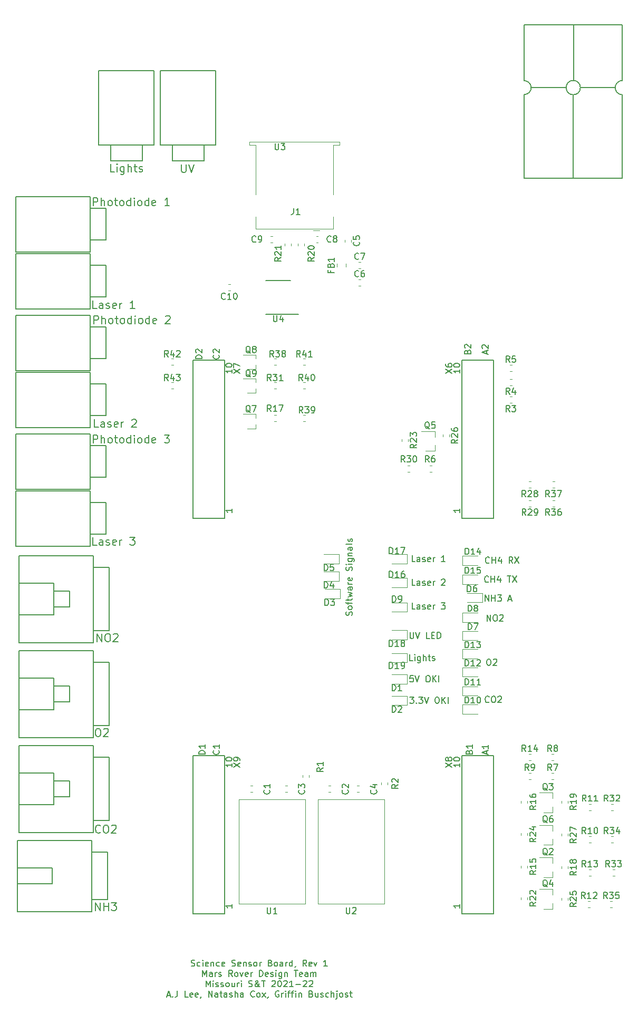
<source format=gbr>
%TF.GenerationSoftware,KiCad,Pcbnew,(5.1.6)-1*%
%TF.CreationDate,2021-11-17T19:09:55-06:00*%
%TF.ProjectId,SRA_Sensor_Board,5352415f-5365-46e7-936f-725f426f6172,rev?*%
%TF.SameCoordinates,Original*%
%TF.FileFunction,Legend,Top*%
%TF.FilePolarity,Positive*%
%FSLAX46Y46*%
G04 Gerber Fmt 4.6, Leading zero omitted, Abs format (unit mm)*
G04 Created by KiCad (PCBNEW (5.1.6)-1) date 2021-11-17 19:09:55*
%MOMM*%
%LPD*%
G01*
G04 APERTURE LIST*
%ADD10C,0.150000*%
%ADD11C,0.120000*%
G04 APERTURE END LIST*
D10*
X25418142Y-65090523D02*
X25418142Y-63820523D01*
X25901952Y-63820523D01*
X26022904Y-63881000D01*
X26083380Y-63941476D01*
X26143857Y-64062428D01*
X26143857Y-64243857D01*
X26083380Y-64364809D01*
X26022904Y-64425285D01*
X25901952Y-64485761D01*
X25418142Y-64485761D01*
X26688142Y-65090523D02*
X26688142Y-63820523D01*
X27232428Y-65090523D02*
X27232428Y-64425285D01*
X27171952Y-64304333D01*
X27050999Y-64243857D01*
X26869571Y-64243857D01*
X26748619Y-64304333D01*
X26688142Y-64364809D01*
X28018619Y-65090523D02*
X27897666Y-65030047D01*
X27837190Y-64969571D01*
X27776714Y-64848619D01*
X27776714Y-64485761D01*
X27837190Y-64364809D01*
X27897666Y-64304333D01*
X28018619Y-64243857D01*
X28200047Y-64243857D01*
X28320999Y-64304333D01*
X28381476Y-64364809D01*
X28441952Y-64485761D01*
X28441952Y-64848619D01*
X28381476Y-64969571D01*
X28320999Y-65030047D01*
X28200047Y-65090523D01*
X28018619Y-65090523D01*
X28804809Y-64243857D02*
X29288619Y-64243857D01*
X28986238Y-63820523D02*
X28986238Y-64909095D01*
X29046714Y-65030047D01*
X29167666Y-65090523D01*
X29288619Y-65090523D01*
X29893380Y-65090523D02*
X29772428Y-65030047D01*
X29711952Y-64969571D01*
X29651476Y-64848619D01*
X29651476Y-64485761D01*
X29711952Y-64364809D01*
X29772428Y-64304333D01*
X29893380Y-64243857D01*
X30074809Y-64243857D01*
X30195761Y-64304333D01*
X30256238Y-64364809D01*
X30316714Y-64485761D01*
X30316714Y-64848619D01*
X30256238Y-64969571D01*
X30195761Y-65030047D01*
X30074809Y-65090523D01*
X29893380Y-65090523D01*
X31405285Y-65090523D02*
X31405285Y-63820523D01*
X31405285Y-65030047D02*
X31284333Y-65090523D01*
X31042428Y-65090523D01*
X30921476Y-65030047D01*
X30860999Y-64969571D01*
X30800523Y-64848619D01*
X30800523Y-64485761D01*
X30860999Y-64364809D01*
X30921476Y-64304333D01*
X31042428Y-64243857D01*
X31284333Y-64243857D01*
X31405285Y-64304333D01*
X32010047Y-65090523D02*
X32010047Y-64243857D01*
X32010047Y-63820523D02*
X31949571Y-63881000D01*
X32010047Y-63941476D01*
X32070523Y-63881000D01*
X32010047Y-63820523D01*
X32010047Y-63941476D01*
X32796238Y-65090523D02*
X32675285Y-65030047D01*
X32614809Y-64969571D01*
X32554333Y-64848619D01*
X32554333Y-64485761D01*
X32614809Y-64364809D01*
X32675285Y-64304333D01*
X32796238Y-64243857D01*
X32977666Y-64243857D01*
X33098619Y-64304333D01*
X33159095Y-64364809D01*
X33219571Y-64485761D01*
X33219571Y-64848619D01*
X33159095Y-64969571D01*
X33098619Y-65030047D01*
X32977666Y-65090523D01*
X32796238Y-65090523D01*
X34308142Y-65090523D02*
X34308142Y-63820523D01*
X34308142Y-65030047D02*
X34187190Y-65090523D01*
X33945285Y-65090523D01*
X33824333Y-65030047D01*
X33763857Y-64969571D01*
X33703380Y-64848619D01*
X33703380Y-64485761D01*
X33763857Y-64364809D01*
X33824333Y-64304333D01*
X33945285Y-64243857D01*
X34187190Y-64243857D01*
X34308142Y-64304333D01*
X35396714Y-65030047D02*
X35275761Y-65090523D01*
X35033857Y-65090523D01*
X34912904Y-65030047D01*
X34852428Y-64909095D01*
X34852428Y-64425285D01*
X34912904Y-64304333D01*
X35033857Y-64243857D01*
X35275761Y-64243857D01*
X35396714Y-64304333D01*
X35457190Y-64425285D01*
X35457190Y-64546238D01*
X34852428Y-64667190D01*
X36848142Y-63820523D02*
X37634333Y-63820523D01*
X37211000Y-64304333D01*
X37392428Y-64304333D01*
X37513380Y-64364809D01*
X37573857Y-64425285D01*
X37634333Y-64546238D01*
X37634333Y-64848619D01*
X37573857Y-64969571D01*
X37513380Y-65030047D01*
X37392428Y-65090523D01*
X37029571Y-65090523D01*
X36908619Y-65030047D01*
X36848142Y-64969571D01*
X25545142Y-45913523D02*
X25545142Y-44643523D01*
X26028952Y-44643523D01*
X26149904Y-44704000D01*
X26210380Y-44764476D01*
X26270857Y-44885428D01*
X26270857Y-45066857D01*
X26210380Y-45187809D01*
X26149904Y-45248285D01*
X26028952Y-45308761D01*
X25545142Y-45308761D01*
X26815142Y-45913523D02*
X26815142Y-44643523D01*
X27359428Y-45913523D02*
X27359428Y-45248285D01*
X27298952Y-45127333D01*
X27177999Y-45066857D01*
X26996571Y-45066857D01*
X26875619Y-45127333D01*
X26815142Y-45187809D01*
X28145619Y-45913523D02*
X28024666Y-45853047D01*
X27964190Y-45792571D01*
X27903714Y-45671619D01*
X27903714Y-45308761D01*
X27964190Y-45187809D01*
X28024666Y-45127333D01*
X28145619Y-45066857D01*
X28327047Y-45066857D01*
X28447999Y-45127333D01*
X28508476Y-45187809D01*
X28568952Y-45308761D01*
X28568952Y-45671619D01*
X28508476Y-45792571D01*
X28447999Y-45853047D01*
X28327047Y-45913523D01*
X28145619Y-45913523D01*
X28931809Y-45066857D02*
X29415619Y-45066857D01*
X29113238Y-44643523D02*
X29113238Y-45732095D01*
X29173714Y-45853047D01*
X29294666Y-45913523D01*
X29415619Y-45913523D01*
X30020380Y-45913523D02*
X29899428Y-45853047D01*
X29838952Y-45792571D01*
X29778476Y-45671619D01*
X29778476Y-45308761D01*
X29838952Y-45187809D01*
X29899428Y-45127333D01*
X30020380Y-45066857D01*
X30201809Y-45066857D01*
X30322761Y-45127333D01*
X30383238Y-45187809D01*
X30443714Y-45308761D01*
X30443714Y-45671619D01*
X30383238Y-45792571D01*
X30322761Y-45853047D01*
X30201809Y-45913523D01*
X30020380Y-45913523D01*
X31532285Y-45913523D02*
X31532285Y-44643523D01*
X31532285Y-45853047D02*
X31411333Y-45913523D01*
X31169428Y-45913523D01*
X31048476Y-45853047D01*
X30987999Y-45792571D01*
X30927523Y-45671619D01*
X30927523Y-45308761D01*
X30987999Y-45187809D01*
X31048476Y-45127333D01*
X31169428Y-45066857D01*
X31411333Y-45066857D01*
X31532285Y-45127333D01*
X32137047Y-45913523D02*
X32137047Y-45066857D01*
X32137047Y-44643523D02*
X32076571Y-44704000D01*
X32137047Y-44764476D01*
X32197523Y-44704000D01*
X32137047Y-44643523D01*
X32137047Y-44764476D01*
X32923238Y-45913523D02*
X32802285Y-45853047D01*
X32741809Y-45792571D01*
X32681333Y-45671619D01*
X32681333Y-45308761D01*
X32741809Y-45187809D01*
X32802285Y-45127333D01*
X32923238Y-45066857D01*
X33104666Y-45066857D01*
X33225619Y-45127333D01*
X33286095Y-45187809D01*
X33346571Y-45308761D01*
X33346571Y-45671619D01*
X33286095Y-45792571D01*
X33225619Y-45853047D01*
X33104666Y-45913523D01*
X32923238Y-45913523D01*
X34435142Y-45913523D02*
X34435142Y-44643523D01*
X34435142Y-45853047D02*
X34314190Y-45913523D01*
X34072285Y-45913523D01*
X33951333Y-45853047D01*
X33890857Y-45792571D01*
X33830380Y-45671619D01*
X33830380Y-45308761D01*
X33890857Y-45187809D01*
X33951333Y-45127333D01*
X34072285Y-45066857D01*
X34314190Y-45066857D01*
X34435142Y-45127333D01*
X35523714Y-45853047D02*
X35402761Y-45913523D01*
X35160857Y-45913523D01*
X35039904Y-45853047D01*
X34979428Y-45732095D01*
X34979428Y-45248285D01*
X35039904Y-45127333D01*
X35160857Y-45066857D01*
X35402761Y-45066857D01*
X35523714Y-45127333D01*
X35584190Y-45248285D01*
X35584190Y-45369238D01*
X34979428Y-45490190D01*
X37035619Y-44764476D02*
X37096095Y-44704000D01*
X37217047Y-44643523D01*
X37519428Y-44643523D01*
X37640380Y-44704000D01*
X37700857Y-44764476D01*
X37761333Y-44885428D01*
X37761333Y-45006380D01*
X37700857Y-45187809D01*
X36975142Y-45913523D01*
X37761333Y-45913523D01*
X25418142Y-26990523D02*
X25418142Y-25720523D01*
X25901952Y-25720523D01*
X26022904Y-25781000D01*
X26083380Y-25841476D01*
X26143857Y-25962428D01*
X26143857Y-26143857D01*
X26083380Y-26264809D01*
X26022904Y-26325285D01*
X25901952Y-26385761D01*
X25418142Y-26385761D01*
X26688142Y-26990523D02*
X26688142Y-25720523D01*
X27232428Y-26990523D02*
X27232428Y-26325285D01*
X27171952Y-26204333D01*
X27050999Y-26143857D01*
X26869571Y-26143857D01*
X26748619Y-26204333D01*
X26688142Y-26264809D01*
X28018619Y-26990523D02*
X27897666Y-26930047D01*
X27837190Y-26869571D01*
X27776714Y-26748619D01*
X27776714Y-26385761D01*
X27837190Y-26264809D01*
X27897666Y-26204333D01*
X28018619Y-26143857D01*
X28200047Y-26143857D01*
X28320999Y-26204333D01*
X28381476Y-26264809D01*
X28441952Y-26385761D01*
X28441952Y-26748619D01*
X28381476Y-26869571D01*
X28320999Y-26930047D01*
X28200047Y-26990523D01*
X28018619Y-26990523D01*
X28804809Y-26143857D02*
X29288619Y-26143857D01*
X28986238Y-25720523D02*
X28986238Y-26809095D01*
X29046714Y-26930047D01*
X29167666Y-26990523D01*
X29288619Y-26990523D01*
X29893380Y-26990523D02*
X29772428Y-26930047D01*
X29711952Y-26869571D01*
X29651476Y-26748619D01*
X29651476Y-26385761D01*
X29711952Y-26264809D01*
X29772428Y-26204333D01*
X29893380Y-26143857D01*
X30074809Y-26143857D01*
X30195761Y-26204333D01*
X30256238Y-26264809D01*
X30316714Y-26385761D01*
X30316714Y-26748619D01*
X30256238Y-26869571D01*
X30195761Y-26930047D01*
X30074809Y-26990523D01*
X29893380Y-26990523D01*
X31405285Y-26990523D02*
X31405285Y-25720523D01*
X31405285Y-26930047D02*
X31284333Y-26990523D01*
X31042428Y-26990523D01*
X30921476Y-26930047D01*
X30860999Y-26869571D01*
X30800523Y-26748619D01*
X30800523Y-26385761D01*
X30860999Y-26264809D01*
X30921476Y-26204333D01*
X31042428Y-26143857D01*
X31284333Y-26143857D01*
X31405285Y-26204333D01*
X32010047Y-26990523D02*
X32010047Y-26143857D01*
X32010047Y-25720523D02*
X31949571Y-25781000D01*
X32010047Y-25841476D01*
X32070523Y-25781000D01*
X32010047Y-25720523D01*
X32010047Y-25841476D01*
X32796238Y-26990523D02*
X32675285Y-26930047D01*
X32614809Y-26869571D01*
X32554333Y-26748619D01*
X32554333Y-26385761D01*
X32614809Y-26264809D01*
X32675285Y-26204333D01*
X32796238Y-26143857D01*
X32977666Y-26143857D01*
X33098619Y-26204333D01*
X33159095Y-26264809D01*
X33219571Y-26385761D01*
X33219571Y-26748619D01*
X33159095Y-26869571D01*
X33098619Y-26930047D01*
X32977666Y-26990523D01*
X32796238Y-26990523D01*
X34308142Y-26990523D02*
X34308142Y-25720523D01*
X34308142Y-26930047D02*
X34187190Y-26990523D01*
X33945285Y-26990523D01*
X33824333Y-26930047D01*
X33763857Y-26869571D01*
X33703380Y-26748619D01*
X33703380Y-26385761D01*
X33763857Y-26264809D01*
X33824333Y-26204333D01*
X33945285Y-26143857D01*
X34187190Y-26143857D01*
X34308142Y-26204333D01*
X35396714Y-26930047D02*
X35275761Y-26990523D01*
X35033857Y-26990523D01*
X34912904Y-26930047D01*
X34852428Y-26809095D01*
X34852428Y-26325285D01*
X34912904Y-26204333D01*
X35033857Y-26143857D01*
X35275761Y-26143857D01*
X35396714Y-26204333D01*
X35457190Y-26325285D01*
X35457190Y-26446238D01*
X34852428Y-26567190D01*
X37634333Y-26990523D02*
X36908619Y-26990523D01*
X37271476Y-26990523D02*
X37271476Y-25720523D01*
X37150523Y-25901952D01*
X37029571Y-26022904D01*
X36908619Y-26083380D01*
X41141428Y-149059761D02*
X41284285Y-149107380D01*
X41522380Y-149107380D01*
X41617619Y-149059761D01*
X41665238Y-149012142D01*
X41712857Y-148916904D01*
X41712857Y-148821666D01*
X41665238Y-148726428D01*
X41617619Y-148678809D01*
X41522380Y-148631190D01*
X41331904Y-148583571D01*
X41236666Y-148535952D01*
X41189047Y-148488333D01*
X41141428Y-148393095D01*
X41141428Y-148297857D01*
X41189047Y-148202619D01*
X41236666Y-148155000D01*
X41331904Y-148107380D01*
X41570000Y-148107380D01*
X41712857Y-148155000D01*
X42570000Y-149059761D02*
X42474761Y-149107380D01*
X42284285Y-149107380D01*
X42189047Y-149059761D01*
X42141428Y-149012142D01*
X42093809Y-148916904D01*
X42093809Y-148631190D01*
X42141428Y-148535952D01*
X42189047Y-148488333D01*
X42284285Y-148440714D01*
X42474761Y-148440714D01*
X42570000Y-148488333D01*
X42998571Y-149107380D02*
X42998571Y-148440714D01*
X42998571Y-148107380D02*
X42950952Y-148155000D01*
X42998571Y-148202619D01*
X43046190Y-148155000D01*
X42998571Y-148107380D01*
X42998571Y-148202619D01*
X43855714Y-149059761D02*
X43760476Y-149107380D01*
X43570000Y-149107380D01*
X43474761Y-149059761D01*
X43427142Y-148964523D01*
X43427142Y-148583571D01*
X43474761Y-148488333D01*
X43570000Y-148440714D01*
X43760476Y-148440714D01*
X43855714Y-148488333D01*
X43903333Y-148583571D01*
X43903333Y-148678809D01*
X43427142Y-148774047D01*
X44331904Y-148440714D02*
X44331904Y-149107380D01*
X44331904Y-148535952D02*
X44379523Y-148488333D01*
X44474761Y-148440714D01*
X44617619Y-148440714D01*
X44712857Y-148488333D01*
X44760476Y-148583571D01*
X44760476Y-149107380D01*
X45665238Y-149059761D02*
X45570000Y-149107380D01*
X45379523Y-149107380D01*
X45284285Y-149059761D01*
X45236666Y-149012142D01*
X45189047Y-148916904D01*
X45189047Y-148631190D01*
X45236666Y-148535952D01*
X45284285Y-148488333D01*
X45379523Y-148440714D01*
X45570000Y-148440714D01*
X45665238Y-148488333D01*
X46474761Y-149059761D02*
X46379523Y-149107380D01*
X46189047Y-149107380D01*
X46093809Y-149059761D01*
X46046190Y-148964523D01*
X46046190Y-148583571D01*
X46093809Y-148488333D01*
X46189047Y-148440714D01*
X46379523Y-148440714D01*
X46474761Y-148488333D01*
X46522380Y-148583571D01*
X46522380Y-148678809D01*
X46046190Y-148774047D01*
X47665238Y-149059761D02*
X47808095Y-149107380D01*
X48046190Y-149107380D01*
X48141428Y-149059761D01*
X48189047Y-149012142D01*
X48236666Y-148916904D01*
X48236666Y-148821666D01*
X48189047Y-148726428D01*
X48141428Y-148678809D01*
X48046190Y-148631190D01*
X47855714Y-148583571D01*
X47760476Y-148535952D01*
X47712857Y-148488333D01*
X47665238Y-148393095D01*
X47665238Y-148297857D01*
X47712857Y-148202619D01*
X47760476Y-148155000D01*
X47855714Y-148107380D01*
X48093809Y-148107380D01*
X48236666Y-148155000D01*
X49046190Y-149059761D02*
X48950952Y-149107380D01*
X48760476Y-149107380D01*
X48665238Y-149059761D01*
X48617619Y-148964523D01*
X48617619Y-148583571D01*
X48665238Y-148488333D01*
X48760476Y-148440714D01*
X48950952Y-148440714D01*
X49046190Y-148488333D01*
X49093809Y-148583571D01*
X49093809Y-148678809D01*
X48617619Y-148774047D01*
X49522380Y-148440714D02*
X49522380Y-149107380D01*
X49522380Y-148535952D02*
X49570000Y-148488333D01*
X49665238Y-148440714D01*
X49808095Y-148440714D01*
X49903333Y-148488333D01*
X49950952Y-148583571D01*
X49950952Y-149107380D01*
X50379523Y-149059761D02*
X50474761Y-149107380D01*
X50665238Y-149107380D01*
X50760476Y-149059761D01*
X50808095Y-148964523D01*
X50808095Y-148916904D01*
X50760476Y-148821666D01*
X50665238Y-148774047D01*
X50522380Y-148774047D01*
X50427142Y-148726428D01*
X50379523Y-148631190D01*
X50379523Y-148583571D01*
X50427142Y-148488333D01*
X50522380Y-148440714D01*
X50665238Y-148440714D01*
X50760476Y-148488333D01*
X51379523Y-149107380D02*
X51284285Y-149059761D01*
X51236666Y-149012142D01*
X51189047Y-148916904D01*
X51189047Y-148631190D01*
X51236666Y-148535952D01*
X51284285Y-148488333D01*
X51379523Y-148440714D01*
X51522380Y-148440714D01*
X51617619Y-148488333D01*
X51665238Y-148535952D01*
X51712857Y-148631190D01*
X51712857Y-148916904D01*
X51665238Y-149012142D01*
X51617619Y-149059761D01*
X51522380Y-149107380D01*
X51379523Y-149107380D01*
X52141428Y-149107380D02*
X52141428Y-148440714D01*
X52141428Y-148631190D02*
X52189047Y-148535952D01*
X52236666Y-148488333D01*
X52331904Y-148440714D01*
X52427142Y-148440714D01*
X53855714Y-148583571D02*
X53998571Y-148631190D01*
X54046190Y-148678809D01*
X54093809Y-148774047D01*
X54093809Y-148916904D01*
X54046190Y-149012142D01*
X53998571Y-149059761D01*
X53903333Y-149107380D01*
X53522380Y-149107380D01*
X53522380Y-148107380D01*
X53855714Y-148107380D01*
X53950952Y-148155000D01*
X53998571Y-148202619D01*
X54046190Y-148297857D01*
X54046190Y-148393095D01*
X53998571Y-148488333D01*
X53950952Y-148535952D01*
X53855714Y-148583571D01*
X53522380Y-148583571D01*
X54665238Y-149107380D02*
X54570000Y-149059761D01*
X54522380Y-149012142D01*
X54474761Y-148916904D01*
X54474761Y-148631190D01*
X54522380Y-148535952D01*
X54570000Y-148488333D01*
X54665238Y-148440714D01*
X54808095Y-148440714D01*
X54903333Y-148488333D01*
X54950952Y-148535952D01*
X54998571Y-148631190D01*
X54998571Y-148916904D01*
X54950952Y-149012142D01*
X54903333Y-149059761D01*
X54808095Y-149107380D01*
X54665238Y-149107380D01*
X55855714Y-149107380D02*
X55855714Y-148583571D01*
X55808095Y-148488333D01*
X55712857Y-148440714D01*
X55522380Y-148440714D01*
X55427142Y-148488333D01*
X55855714Y-149059761D02*
X55760476Y-149107380D01*
X55522380Y-149107380D01*
X55427142Y-149059761D01*
X55379523Y-148964523D01*
X55379523Y-148869285D01*
X55427142Y-148774047D01*
X55522380Y-148726428D01*
X55760476Y-148726428D01*
X55855714Y-148678809D01*
X56331904Y-149107380D02*
X56331904Y-148440714D01*
X56331904Y-148631190D02*
X56379523Y-148535952D01*
X56427142Y-148488333D01*
X56522380Y-148440714D01*
X56617619Y-148440714D01*
X57379523Y-149107380D02*
X57379523Y-148107380D01*
X57379523Y-149059761D02*
X57284285Y-149107380D01*
X57093809Y-149107380D01*
X56998571Y-149059761D01*
X56950952Y-149012142D01*
X56903333Y-148916904D01*
X56903333Y-148631190D01*
X56950952Y-148535952D01*
X56998571Y-148488333D01*
X57093809Y-148440714D01*
X57284285Y-148440714D01*
X57379523Y-148488333D01*
X57903333Y-149059761D02*
X57903333Y-149107380D01*
X57855714Y-149202619D01*
X57808095Y-149250238D01*
X59665238Y-149107380D02*
X59331904Y-148631190D01*
X59093809Y-149107380D02*
X59093809Y-148107380D01*
X59474761Y-148107380D01*
X59570000Y-148155000D01*
X59617619Y-148202619D01*
X59665238Y-148297857D01*
X59665238Y-148440714D01*
X59617619Y-148535952D01*
X59570000Y-148583571D01*
X59474761Y-148631190D01*
X59093809Y-148631190D01*
X60474761Y-149059761D02*
X60379523Y-149107380D01*
X60189047Y-149107380D01*
X60093809Y-149059761D01*
X60046190Y-148964523D01*
X60046190Y-148583571D01*
X60093809Y-148488333D01*
X60189047Y-148440714D01*
X60379523Y-148440714D01*
X60474761Y-148488333D01*
X60522380Y-148583571D01*
X60522380Y-148678809D01*
X60046190Y-148774047D01*
X60855714Y-148440714D02*
X61093809Y-149107380D01*
X61331904Y-148440714D01*
X62998571Y-149107380D02*
X62427142Y-149107380D01*
X62712857Y-149107380D02*
X62712857Y-148107380D01*
X62617619Y-148250238D01*
X62522380Y-148345476D01*
X62427142Y-148393095D01*
X42950952Y-150757380D02*
X42950952Y-149757380D01*
X43284285Y-150471666D01*
X43617619Y-149757380D01*
X43617619Y-150757380D01*
X44522380Y-150757380D02*
X44522380Y-150233571D01*
X44474761Y-150138333D01*
X44379523Y-150090714D01*
X44189047Y-150090714D01*
X44093809Y-150138333D01*
X44522380Y-150709761D02*
X44427142Y-150757380D01*
X44189047Y-150757380D01*
X44093809Y-150709761D01*
X44046190Y-150614523D01*
X44046190Y-150519285D01*
X44093809Y-150424047D01*
X44189047Y-150376428D01*
X44427142Y-150376428D01*
X44522380Y-150328809D01*
X44998571Y-150757380D02*
X44998571Y-150090714D01*
X44998571Y-150281190D02*
X45046190Y-150185952D01*
X45093809Y-150138333D01*
X45189047Y-150090714D01*
X45284285Y-150090714D01*
X45570000Y-150709761D02*
X45665238Y-150757380D01*
X45855714Y-150757380D01*
X45950952Y-150709761D01*
X45998571Y-150614523D01*
X45998571Y-150566904D01*
X45950952Y-150471666D01*
X45855714Y-150424047D01*
X45712857Y-150424047D01*
X45617619Y-150376428D01*
X45570000Y-150281190D01*
X45570000Y-150233571D01*
X45617619Y-150138333D01*
X45712857Y-150090714D01*
X45855714Y-150090714D01*
X45950952Y-150138333D01*
X47760476Y-150757380D02*
X47427142Y-150281190D01*
X47189047Y-150757380D02*
X47189047Y-149757380D01*
X47570000Y-149757380D01*
X47665238Y-149805000D01*
X47712857Y-149852619D01*
X47760476Y-149947857D01*
X47760476Y-150090714D01*
X47712857Y-150185952D01*
X47665238Y-150233571D01*
X47570000Y-150281190D01*
X47189047Y-150281190D01*
X48331904Y-150757380D02*
X48236666Y-150709761D01*
X48189047Y-150662142D01*
X48141428Y-150566904D01*
X48141428Y-150281190D01*
X48189047Y-150185952D01*
X48236666Y-150138333D01*
X48331904Y-150090714D01*
X48474761Y-150090714D01*
X48570000Y-150138333D01*
X48617619Y-150185952D01*
X48665238Y-150281190D01*
X48665238Y-150566904D01*
X48617619Y-150662142D01*
X48570000Y-150709761D01*
X48474761Y-150757380D01*
X48331904Y-150757380D01*
X48998571Y-150090714D02*
X49236666Y-150757380D01*
X49474761Y-150090714D01*
X50236666Y-150709761D02*
X50141428Y-150757380D01*
X49950952Y-150757380D01*
X49855714Y-150709761D01*
X49808095Y-150614523D01*
X49808095Y-150233571D01*
X49855714Y-150138333D01*
X49950952Y-150090714D01*
X50141428Y-150090714D01*
X50236666Y-150138333D01*
X50284285Y-150233571D01*
X50284285Y-150328809D01*
X49808095Y-150424047D01*
X50712857Y-150757380D02*
X50712857Y-150090714D01*
X50712857Y-150281190D02*
X50760476Y-150185952D01*
X50808095Y-150138333D01*
X50903333Y-150090714D01*
X50998571Y-150090714D01*
X52093809Y-150757380D02*
X52093809Y-149757380D01*
X52331904Y-149757380D01*
X52474761Y-149805000D01*
X52570000Y-149900238D01*
X52617619Y-149995476D01*
X52665238Y-150185952D01*
X52665238Y-150328809D01*
X52617619Y-150519285D01*
X52570000Y-150614523D01*
X52474761Y-150709761D01*
X52331904Y-150757380D01*
X52093809Y-150757380D01*
X53474761Y-150709761D02*
X53379523Y-150757380D01*
X53189047Y-150757380D01*
X53093809Y-150709761D01*
X53046190Y-150614523D01*
X53046190Y-150233571D01*
X53093809Y-150138333D01*
X53189047Y-150090714D01*
X53379523Y-150090714D01*
X53474761Y-150138333D01*
X53522380Y-150233571D01*
X53522380Y-150328809D01*
X53046190Y-150424047D01*
X53903333Y-150709761D02*
X53998571Y-150757380D01*
X54189047Y-150757380D01*
X54284285Y-150709761D01*
X54331904Y-150614523D01*
X54331904Y-150566904D01*
X54284285Y-150471666D01*
X54189047Y-150424047D01*
X54046190Y-150424047D01*
X53950952Y-150376428D01*
X53903333Y-150281190D01*
X53903333Y-150233571D01*
X53950952Y-150138333D01*
X54046190Y-150090714D01*
X54189047Y-150090714D01*
X54284285Y-150138333D01*
X54760476Y-150757380D02*
X54760476Y-150090714D01*
X54760476Y-149757380D02*
X54712857Y-149805000D01*
X54760476Y-149852619D01*
X54808095Y-149805000D01*
X54760476Y-149757380D01*
X54760476Y-149852619D01*
X55665238Y-150090714D02*
X55665238Y-150900238D01*
X55617619Y-150995476D01*
X55570000Y-151043095D01*
X55474761Y-151090714D01*
X55331904Y-151090714D01*
X55236666Y-151043095D01*
X55665238Y-150709761D02*
X55570000Y-150757380D01*
X55379523Y-150757380D01*
X55284285Y-150709761D01*
X55236666Y-150662142D01*
X55189047Y-150566904D01*
X55189047Y-150281190D01*
X55236666Y-150185952D01*
X55284285Y-150138333D01*
X55379523Y-150090714D01*
X55570000Y-150090714D01*
X55665238Y-150138333D01*
X56141428Y-150090714D02*
X56141428Y-150757380D01*
X56141428Y-150185952D02*
X56189047Y-150138333D01*
X56284285Y-150090714D01*
X56427142Y-150090714D01*
X56522380Y-150138333D01*
X56570000Y-150233571D01*
X56570000Y-150757380D01*
X57665238Y-149757380D02*
X58236666Y-149757380D01*
X57950952Y-150757380D02*
X57950952Y-149757380D01*
X58950952Y-150709761D02*
X58855714Y-150757380D01*
X58665238Y-150757380D01*
X58570000Y-150709761D01*
X58522380Y-150614523D01*
X58522380Y-150233571D01*
X58570000Y-150138333D01*
X58665238Y-150090714D01*
X58855714Y-150090714D01*
X58950952Y-150138333D01*
X58998571Y-150233571D01*
X58998571Y-150328809D01*
X58522380Y-150424047D01*
X59855714Y-150757380D02*
X59855714Y-150233571D01*
X59808095Y-150138333D01*
X59712857Y-150090714D01*
X59522380Y-150090714D01*
X59427142Y-150138333D01*
X59855714Y-150709761D02*
X59760476Y-150757380D01*
X59522380Y-150757380D01*
X59427142Y-150709761D01*
X59379523Y-150614523D01*
X59379523Y-150519285D01*
X59427142Y-150424047D01*
X59522380Y-150376428D01*
X59760476Y-150376428D01*
X59855714Y-150328809D01*
X60331904Y-150757380D02*
X60331904Y-150090714D01*
X60331904Y-150185952D02*
X60379523Y-150138333D01*
X60474761Y-150090714D01*
X60617619Y-150090714D01*
X60712857Y-150138333D01*
X60760476Y-150233571D01*
X60760476Y-150757380D01*
X60760476Y-150233571D02*
X60808095Y-150138333D01*
X60903333Y-150090714D01*
X61046190Y-150090714D01*
X61141428Y-150138333D01*
X61189047Y-150233571D01*
X61189047Y-150757380D01*
X43522380Y-152407380D02*
X43522380Y-151407380D01*
X43855714Y-152121666D01*
X44189047Y-151407380D01*
X44189047Y-152407380D01*
X44665238Y-152407380D02*
X44665238Y-151740714D01*
X44665238Y-151407380D02*
X44617619Y-151455000D01*
X44665238Y-151502619D01*
X44712857Y-151455000D01*
X44665238Y-151407380D01*
X44665238Y-151502619D01*
X45093809Y-152359761D02*
X45189047Y-152407380D01*
X45379523Y-152407380D01*
X45474761Y-152359761D01*
X45522380Y-152264523D01*
X45522380Y-152216904D01*
X45474761Y-152121666D01*
X45379523Y-152074047D01*
X45236666Y-152074047D01*
X45141428Y-152026428D01*
X45093809Y-151931190D01*
X45093809Y-151883571D01*
X45141428Y-151788333D01*
X45236666Y-151740714D01*
X45379523Y-151740714D01*
X45474761Y-151788333D01*
X45903333Y-152359761D02*
X45998571Y-152407380D01*
X46189047Y-152407380D01*
X46284285Y-152359761D01*
X46331904Y-152264523D01*
X46331904Y-152216904D01*
X46284285Y-152121666D01*
X46189047Y-152074047D01*
X46046190Y-152074047D01*
X45950952Y-152026428D01*
X45903333Y-151931190D01*
X45903333Y-151883571D01*
X45950952Y-151788333D01*
X46046190Y-151740714D01*
X46189047Y-151740714D01*
X46284285Y-151788333D01*
X46903333Y-152407380D02*
X46808095Y-152359761D01*
X46760476Y-152312142D01*
X46712857Y-152216904D01*
X46712857Y-151931190D01*
X46760476Y-151835952D01*
X46808095Y-151788333D01*
X46903333Y-151740714D01*
X47046190Y-151740714D01*
X47141428Y-151788333D01*
X47189047Y-151835952D01*
X47236666Y-151931190D01*
X47236666Y-152216904D01*
X47189047Y-152312142D01*
X47141428Y-152359761D01*
X47046190Y-152407380D01*
X46903333Y-152407380D01*
X48093809Y-151740714D02*
X48093809Y-152407380D01*
X47665238Y-151740714D02*
X47665238Y-152264523D01*
X47712857Y-152359761D01*
X47808095Y-152407380D01*
X47950952Y-152407380D01*
X48046190Y-152359761D01*
X48093809Y-152312142D01*
X48570000Y-152407380D02*
X48570000Y-151740714D01*
X48570000Y-151931190D02*
X48617619Y-151835952D01*
X48665238Y-151788333D01*
X48760476Y-151740714D01*
X48855714Y-151740714D01*
X49189047Y-152407380D02*
X49189047Y-151740714D01*
X49189047Y-151407380D02*
X49141428Y-151455000D01*
X49189047Y-151502619D01*
X49236666Y-151455000D01*
X49189047Y-151407380D01*
X49189047Y-151502619D01*
X50379523Y-152359761D02*
X50522380Y-152407380D01*
X50760476Y-152407380D01*
X50855714Y-152359761D01*
X50903333Y-152312142D01*
X50950952Y-152216904D01*
X50950952Y-152121666D01*
X50903333Y-152026428D01*
X50855714Y-151978809D01*
X50760476Y-151931190D01*
X50570000Y-151883571D01*
X50474761Y-151835952D01*
X50427142Y-151788333D01*
X50379523Y-151693095D01*
X50379523Y-151597857D01*
X50427142Y-151502619D01*
X50474761Y-151455000D01*
X50570000Y-151407380D01*
X50808095Y-151407380D01*
X50950952Y-151455000D01*
X52189047Y-152407380D02*
X52141428Y-152407380D01*
X52046190Y-152359761D01*
X51903333Y-152216904D01*
X51665238Y-151931190D01*
X51570000Y-151788333D01*
X51522380Y-151645476D01*
X51522380Y-151550238D01*
X51570000Y-151455000D01*
X51665238Y-151407380D01*
X51712857Y-151407380D01*
X51808095Y-151455000D01*
X51855714Y-151550238D01*
X51855714Y-151597857D01*
X51808095Y-151693095D01*
X51760476Y-151740714D01*
X51474761Y-151931190D01*
X51427142Y-151978809D01*
X51379523Y-152074047D01*
X51379523Y-152216904D01*
X51427142Y-152312142D01*
X51474761Y-152359761D01*
X51570000Y-152407380D01*
X51712857Y-152407380D01*
X51808095Y-152359761D01*
X51855714Y-152312142D01*
X51998571Y-152121666D01*
X52046190Y-151978809D01*
X52046190Y-151883571D01*
X52474761Y-151407380D02*
X53046190Y-151407380D01*
X52760476Y-152407380D02*
X52760476Y-151407380D01*
X54093809Y-151502619D02*
X54141428Y-151455000D01*
X54236666Y-151407380D01*
X54474761Y-151407380D01*
X54570000Y-151455000D01*
X54617619Y-151502619D01*
X54665238Y-151597857D01*
X54665238Y-151693095D01*
X54617619Y-151835952D01*
X54046190Y-152407380D01*
X54665238Y-152407380D01*
X55284285Y-151407380D02*
X55379523Y-151407380D01*
X55474761Y-151455000D01*
X55522380Y-151502619D01*
X55570000Y-151597857D01*
X55617619Y-151788333D01*
X55617619Y-152026428D01*
X55570000Y-152216904D01*
X55522380Y-152312142D01*
X55474761Y-152359761D01*
X55379523Y-152407380D01*
X55284285Y-152407380D01*
X55189047Y-152359761D01*
X55141428Y-152312142D01*
X55093809Y-152216904D01*
X55046190Y-152026428D01*
X55046190Y-151788333D01*
X55093809Y-151597857D01*
X55141428Y-151502619D01*
X55189047Y-151455000D01*
X55284285Y-151407380D01*
X55998571Y-151502619D02*
X56046190Y-151455000D01*
X56141428Y-151407380D01*
X56379523Y-151407380D01*
X56474761Y-151455000D01*
X56522380Y-151502619D01*
X56570000Y-151597857D01*
X56570000Y-151693095D01*
X56522380Y-151835952D01*
X55950952Y-152407380D01*
X56570000Y-152407380D01*
X57522380Y-152407380D02*
X56950952Y-152407380D01*
X57236666Y-152407380D02*
X57236666Y-151407380D01*
X57141428Y-151550238D01*
X57046190Y-151645476D01*
X56950952Y-151693095D01*
X57950952Y-152026428D02*
X58712857Y-152026428D01*
X59141428Y-151502619D02*
X59189047Y-151455000D01*
X59284285Y-151407380D01*
X59522380Y-151407380D01*
X59617619Y-151455000D01*
X59665238Y-151502619D01*
X59712857Y-151597857D01*
X59712857Y-151693095D01*
X59665238Y-151835952D01*
X59093809Y-152407380D01*
X59712857Y-152407380D01*
X60093809Y-151502619D02*
X60141428Y-151455000D01*
X60236666Y-151407380D01*
X60474761Y-151407380D01*
X60570000Y-151455000D01*
X60617619Y-151502619D01*
X60665238Y-151597857D01*
X60665238Y-151693095D01*
X60617619Y-151835952D01*
X60046190Y-152407380D01*
X60665238Y-152407380D01*
X37260476Y-153771666D02*
X37736666Y-153771666D01*
X37165238Y-154057380D02*
X37498571Y-153057380D01*
X37831904Y-154057380D01*
X38165238Y-153962142D02*
X38212857Y-154009761D01*
X38165238Y-154057380D01*
X38117619Y-154009761D01*
X38165238Y-153962142D01*
X38165238Y-154057380D01*
X38927142Y-153057380D02*
X38927142Y-153771666D01*
X38879523Y-153914523D01*
X38784285Y-154009761D01*
X38641428Y-154057380D01*
X38546190Y-154057380D01*
X40641428Y-154057380D02*
X40165238Y-154057380D01*
X40165238Y-153057380D01*
X41355714Y-154009761D02*
X41260476Y-154057380D01*
X41070000Y-154057380D01*
X40974761Y-154009761D01*
X40927142Y-153914523D01*
X40927142Y-153533571D01*
X40974761Y-153438333D01*
X41070000Y-153390714D01*
X41260476Y-153390714D01*
X41355714Y-153438333D01*
X41403333Y-153533571D01*
X41403333Y-153628809D01*
X40927142Y-153724047D01*
X42212857Y-154009761D02*
X42117619Y-154057380D01*
X41927142Y-154057380D01*
X41831904Y-154009761D01*
X41784285Y-153914523D01*
X41784285Y-153533571D01*
X41831904Y-153438333D01*
X41927142Y-153390714D01*
X42117619Y-153390714D01*
X42212857Y-153438333D01*
X42260476Y-153533571D01*
X42260476Y-153628809D01*
X41784285Y-153724047D01*
X42736666Y-154009761D02*
X42736666Y-154057380D01*
X42689047Y-154152619D01*
X42641428Y-154200238D01*
X43927142Y-154057380D02*
X43927142Y-153057380D01*
X44498571Y-154057380D01*
X44498571Y-153057380D01*
X45403333Y-154057380D02*
X45403333Y-153533571D01*
X45355714Y-153438333D01*
X45260476Y-153390714D01*
X45070000Y-153390714D01*
X44974761Y-153438333D01*
X45403333Y-154009761D02*
X45308095Y-154057380D01*
X45070000Y-154057380D01*
X44974761Y-154009761D01*
X44927142Y-153914523D01*
X44927142Y-153819285D01*
X44974761Y-153724047D01*
X45070000Y-153676428D01*
X45308095Y-153676428D01*
X45403333Y-153628809D01*
X45736666Y-153390714D02*
X46117619Y-153390714D01*
X45879523Y-153057380D02*
X45879523Y-153914523D01*
X45927142Y-154009761D01*
X46022380Y-154057380D01*
X46117619Y-154057380D01*
X46879523Y-154057380D02*
X46879523Y-153533571D01*
X46831904Y-153438333D01*
X46736666Y-153390714D01*
X46546190Y-153390714D01*
X46450952Y-153438333D01*
X46879523Y-154009761D02*
X46784285Y-154057380D01*
X46546190Y-154057380D01*
X46450952Y-154009761D01*
X46403333Y-153914523D01*
X46403333Y-153819285D01*
X46450952Y-153724047D01*
X46546190Y-153676428D01*
X46784285Y-153676428D01*
X46879523Y-153628809D01*
X47308095Y-154009761D02*
X47403333Y-154057380D01*
X47593809Y-154057380D01*
X47689047Y-154009761D01*
X47736666Y-153914523D01*
X47736666Y-153866904D01*
X47689047Y-153771666D01*
X47593809Y-153724047D01*
X47450952Y-153724047D01*
X47355714Y-153676428D01*
X47308095Y-153581190D01*
X47308095Y-153533571D01*
X47355714Y-153438333D01*
X47450952Y-153390714D01*
X47593809Y-153390714D01*
X47689047Y-153438333D01*
X48165238Y-154057380D02*
X48165238Y-153057380D01*
X48593809Y-154057380D02*
X48593809Y-153533571D01*
X48546190Y-153438333D01*
X48450952Y-153390714D01*
X48308095Y-153390714D01*
X48212857Y-153438333D01*
X48165238Y-153485952D01*
X49498571Y-154057380D02*
X49498571Y-153533571D01*
X49450952Y-153438333D01*
X49355714Y-153390714D01*
X49165238Y-153390714D01*
X49070000Y-153438333D01*
X49498571Y-154009761D02*
X49403333Y-154057380D01*
X49165238Y-154057380D01*
X49070000Y-154009761D01*
X49022380Y-153914523D01*
X49022380Y-153819285D01*
X49070000Y-153724047D01*
X49165238Y-153676428D01*
X49403333Y-153676428D01*
X49498571Y-153628809D01*
X51308095Y-153962142D02*
X51260476Y-154009761D01*
X51117619Y-154057380D01*
X51022380Y-154057380D01*
X50879523Y-154009761D01*
X50784285Y-153914523D01*
X50736666Y-153819285D01*
X50689047Y-153628809D01*
X50689047Y-153485952D01*
X50736666Y-153295476D01*
X50784285Y-153200238D01*
X50879523Y-153105000D01*
X51022380Y-153057380D01*
X51117619Y-153057380D01*
X51260476Y-153105000D01*
X51308095Y-153152619D01*
X51879523Y-154057380D02*
X51784285Y-154009761D01*
X51736666Y-153962142D01*
X51689047Y-153866904D01*
X51689047Y-153581190D01*
X51736666Y-153485952D01*
X51784285Y-153438333D01*
X51879523Y-153390714D01*
X52022380Y-153390714D01*
X52117619Y-153438333D01*
X52165238Y-153485952D01*
X52212857Y-153581190D01*
X52212857Y-153866904D01*
X52165238Y-153962142D01*
X52117619Y-154009761D01*
X52022380Y-154057380D01*
X51879523Y-154057380D01*
X52546190Y-154057380D02*
X53070000Y-153390714D01*
X52546190Y-153390714D02*
X53070000Y-154057380D01*
X53498571Y-154009761D02*
X53498571Y-154057380D01*
X53450952Y-154152619D01*
X53403333Y-154200238D01*
X55212857Y-153105000D02*
X55117619Y-153057380D01*
X54974761Y-153057380D01*
X54831904Y-153105000D01*
X54736666Y-153200238D01*
X54689047Y-153295476D01*
X54641428Y-153485952D01*
X54641428Y-153628809D01*
X54689047Y-153819285D01*
X54736666Y-153914523D01*
X54831904Y-154009761D01*
X54974761Y-154057380D01*
X55070000Y-154057380D01*
X55212857Y-154009761D01*
X55260476Y-153962142D01*
X55260476Y-153628809D01*
X55070000Y-153628809D01*
X55689047Y-154057380D02*
X55689047Y-153390714D01*
X55689047Y-153581190D02*
X55736666Y-153485952D01*
X55784285Y-153438333D01*
X55879523Y-153390714D01*
X55974761Y-153390714D01*
X56308095Y-154057380D02*
X56308095Y-153390714D01*
X56308095Y-153057380D02*
X56260476Y-153105000D01*
X56308095Y-153152619D01*
X56355714Y-153105000D01*
X56308095Y-153057380D01*
X56308095Y-153152619D01*
X56641428Y-153390714D02*
X57022380Y-153390714D01*
X56784285Y-154057380D02*
X56784285Y-153200238D01*
X56831904Y-153105000D01*
X56927142Y-153057380D01*
X57022380Y-153057380D01*
X57212857Y-153390714D02*
X57593809Y-153390714D01*
X57355714Y-154057380D02*
X57355714Y-153200238D01*
X57403333Y-153105000D01*
X57498571Y-153057380D01*
X57593809Y-153057380D01*
X57927142Y-154057380D02*
X57927142Y-153390714D01*
X57927142Y-153057380D02*
X57879523Y-153105000D01*
X57927142Y-153152619D01*
X57974761Y-153105000D01*
X57927142Y-153057380D01*
X57927142Y-153152619D01*
X58403333Y-153390714D02*
X58403333Y-154057380D01*
X58403333Y-153485952D02*
X58450952Y-153438333D01*
X58546190Y-153390714D01*
X58689047Y-153390714D01*
X58784285Y-153438333D01*
X58831904Y-153533571D01*
X58831904Y-154057380D01*
X60403333Y-153533571D02*
X60546190Y-153581190D01*
X60593809Y-153628809D01*
X60641428Y-153724047D01*
X60641428Y-153866904D01*
X60593809Y-153962142D01*
X60546190Y-154009761D01*
X60450952Y-154057380D01*
X60070000Y-154057380D01*
X60070000Y-153057380D01*
X60403333Y-153057380D01*
X60498571Y-153105000D01*
X60546190Y-153152619D01*
X60593809Y-153247857D01*
X60593809Y-153343095D01*
X60546190Y-153438333D01*
X60498571Y-153485952D01*
X60403333Y-153533571D01*
X60070000Y-153533571D01*
X61498571Y-153390714D02*
X61498571Y-154057380D01*
X61070000Y-153390714D02*
X61070000Y-153914523D01*
X61117619Y-154009761D01*
X61212857Y-154057380D01*
X61355714Y-154057380D01*
X61450952Y-154009761D01*
X61498571Y-153962142D01*
X61927142Y-154009761D02*
X62022380Y-154057380D01*
X62212857Y-154057380D01*
X62308095Y-154009761D01*
X62355714Y-153914523D01*
X62355714Y-153866904D01*
X62308095Y-153771666D01*
X62212857Y-153724047D01*
X62070000Y-153724047D01*
X61974761Y-153676428D01*
X61927142Y-153581190D01*
X61927142Y-153533571D01*
X61974761Y-153438333D01*
X62070000Y-153390714D01*
X62212857Y-153390714D01*
X62308095Y-153438333D01*
X63212857Y-154009761D02*
X63117619Y-154057380D01*
X62927142Y-154057380D01*
X62831904Y-154009761D01*
X62784285Y-153962142D01*
X62736666Y-153866904D01*
X62736666Y-153581190D01*
X62784285Y-153485952D01*
X62831904Y-153438333D01*
X62927142Y-153390714D01*
X63117619Y-153390714D01*
X63212857Y-153438333D01*
X63641428Y-154057380D02*
X63641428Y-153057380D01*
X64070000Y-154057380D02*
X64070000Y-153533571D01*
X64022380Y-153438333D01*
X63927142Y-153390714D01*
X63784285Y-153390714D01*
X63689047Y-153438333D01*
X63641428Y-153485952D01*
X64546190Y-153390714D02*
X64546190Y-154247857D01*
X64498571Y-154343095D01*
X64403333Y-154390714D01*
X64355714Y-154390714D01*
X64546190Y-153057380D02*
X64498571Y-153105000D01*
X64546190Y-153152619D01*
X64593809Y-153105000D01*
X64546190Y-153057380D01*
X64546190Y-153152619D01*
X65165238Y-154057380D02*
X65070000Y-154009761D01*
X65022380Y-153962142D01*
X64974761Y-153866904D01*
X64974761Y-153581190D01*
X65022380Y-153485952D01*
X65070000Y-153438333D01*
X65165238Y-153390714D01*
X65308095Y-153390714D01*
X65403333Y-153438333D01*
X65450952Y-153485952D01*
X65498571Y-153581190D01*
X65498571Y-153866904D01*
X65450952Y-153962142D01*
X65403333Y-154009761D01*
X65308095Y-154057380D01*
X65165238Y-154057380D01*
X65879523Y-154009761D02*
X65974761Y-154057380D01*
X66165238Y-154057380D01*
X66260476Y-154009761D01*
X66308095Y-153914523D01*
X66308095Y-153866904D01*
X66260476Y-153771666D01*
X66165238Y-153724047D01*
X66022380Y-153724047D01*
X65927142Y-153676428D01*
X65879523Y-153581190D01*
X65879523Y-153533571D01*
X65927142Y-153438333D01*
X66022380Y-153390714D01*
X66165238Y-153390714D01*
X66260476Y-153438333D01*
X66593809Y-153390714D02*
X66974761Y-153390714D01*
X66736666Y-153057380D02*
X66736666Y-153914523D01*
X66784285Y-154009761D01*
X66879523Y-154057380D01*
X66974761Y-154057380D01*
X66952761Y-92756857D02*
X67000380Y-92614000D01*
X67000380Y-92375904D01*
X66952761Y-92280666D01*
X66905142Y-92233047D01*
X66809904Y-92185428D01*
X66714666Y-92185428D01*
X66619428Y-92233047D01*
X66571809Y-92280666D01*
X66524190Y-92375904D01*
X66476571Y-92566380D01*
X66428952Y-92661619D01*
X66381333Y-92709238D01*
X66286095Y-92756857D01*
X66190857Y-92756857D01*
X66095619Y-92709238D01*
X66048000Y-92661619D01*
X66000380Y-92566380D01*
X66000380Y-92328285D01*
X66048000Y-92185428D01*
X67000380Y-91614000D02*
X66952761Y-91709238D01*
X66905142Y-91756857D01*
X66809904Y-91804476D01*
X66524190Y-91804476D01*
X66428952Y-91756857D01*
X66381333Y-91709238D01*
X66333714Y-91614000D01*
X66333714Y-91471142D01*
X66381333Y-91375904D01*
X66428952Y-91328285D01*
X66524190Y-91280666D01*
X66809904Y-91280666D01*
X66905142Y-91328285D01*
X66952761Y-91375904D01*
X67000380Y-91471142D01*
X67000380Y-91614000D01*
X66333714Y-90994952D02*
X66333714Y-90614000D01*
X67000380Y-90852095D02*
X66143238Y-90852095D01*
X66048000Y-90804476D01*
X66000380Y-90709238D01*
X66000380Y-90614000D01*
X66333714Y-90423523D02*
X66333714Y-90042571D01*
X66000380Y-90280666D02*
X66857523Y-90280666D01*
X66952761Y-90233047D01*
X67000380Y-90137809D01*
X67000380Y-90042571D01*
X66333714Y-89804476D02*
X67000380Y-89614000D01*
X66524190Y-89423523D01*
X67000380Y-89233047D01*
X66333714Y-89042571D01*
X67000380Y-88233047D02*
X66476571Y-88233047D01*
X66381333Y-88280666D01*
X66333714Y-88375904D01*
X66333714Y-88566380D01*
X66381333Y-88661619D01*
X66952761Y-88233047D02*
X67000380Y-88328285D01*
X67000380Y-88566380D01*
X66952761Y-88661619D01*
X66857523Y-88709238D01*
X66762285Y-88709238D01*
X66667047Y-88661619D01*
X66619428Y-88566380D01*
X66619428Y-88328285D01*
X66571809Y-88233047D01*
X67000380Y-87756857D02*
X66333714Y-87756857D01*
X66524190Y-87756857D02*
X66428952Y-87709238D01*
X66381333Y-87661619D01*
X66333714Y-87566380D01*
X66333714Y-87471142D01*
X66952761Y-86756857D02*
X67000380Y-86852095D01*
X67000380Y-87042571D01*
X66952761Y-87137809D01*
X66857523Y-87185428D01*
X66476571Y-87185428D01*
X66381333Y-87137809D01*
X66333714Y-87042571D01*
X66333714Y-86852095D01*
X66381333Y-86756857D01*
X66476571Y-86709238D01*
X66571809Y-86709238D01*
X66667047Y-87185428D01*
X66952761Y-85566380D02*
X67000380Y-85423523D01*
X67000380Y-85185428D01*
X66952761Y-85090190D01*
X66905142Y-85042571D01*
X66809904Y-84994952D01*
X66714666Y-84994952D01*
X66619428Y-85042571D01*
X66571809Y-85090190D01*
X66524190Y-85185428D01*
X66476571Y-85375904D01*
X66428952Y-85471142D01*
X66381333Y-85518761D01*
X66286095Y-85566380D01*
X66190857Y-85566380D01*
X66095619Y-85518761D01*
X66048000Y-85471142D01*
X66000380Y-85375904D01*
X66000380Y-85137809D01*
X66048000Y-84994952D01*
X67000380Y-84566380D02*
X66333714Y-84566380D01*
X66000380Y-84566380D02*
X66048000Y-84614000D01*
X66095619Y-84566380D01*
X66048000Y-84518761D01*
X66000380Y-84566380D01*
X66095619Y-84566380D01*
X66333714Y-83661619D02*
X67143238Y-83661619D01*
X67238476Y-83709238D01*
X67286095Y-83756857D01*
X67333714Y-83852095D01*
X67333714Y-83994952D01*
X67286095Y-84090190D01*
X66952761Y-83661619D02*
X67000380Y-83756857D01*
X67000380Y-83947333D01*
X66952761Y-84042571D01*
X66905142Y-84090190D01*
X66809904Y-84137809D01*
X66524190Y-84137809D01*
X66428952Y-84090190D01*
X66381333Y-84042571D01*
X66333714Y-83947333D01*
X66333714Y-83756857D01*
X66381333Y-83661619D01*
X66333714Y-83185428D02*
X67000380Y-83185428D01*
X66428952Y-83185428D02*
X66381333Y-83137809D01*
X66333714Y-83042571D01*
X66333714Y-82899714D01*
X66381333Y-82804476D01*
X66476571Y-82756857D01*
X67000380Y-82756857D01*
X67000380Y-81852095D02*
X66476571Y-81852095D01*
X66381333Y-81899714D01*
X66333714Y-81994952D01*
X66333714Y-82185428D01*
X66381333Y-82280666D01*
X66952761Y-81852095D02*
X67000380Y-81947333D01*
X67000380Y-82185428D01*
X66952761Y-82280666D01*
X66857523Y-82328285D01*
X66762285Y-82328285D01*
X66667047Y-82280666D01*
X66619428Y-82185428D01*
X66619428Y-81947333D01*
X66571809Y-81852095D01*
X67000380Y-81233047D02*
X66952761Y-81328285D01*
X66857523Y-81375904D01*
X66000380Y-81375904D01*
X66952761Y-80899714D02*
X67000380Y-80804476D01*
X67000380Y-80614000D01*
X66952761Y-80518761D01*
X66857523Y-80471142D01*
X66809904Y-80471142D01*
X66714666Y-80518761D01*
X66667047Y-80614000D01*
X66667047Y-80756857D01*
X66619428Y-80852095D01*
X66524190Y-80899714D01*
X66476571Y-80899714D01*
X66381333Y-80852095D01*
X66333714Y-80756857D01*
X66333714Y-80614000D01*
X66381333Y-80518761D01*
X39605857Y-20386523D02*
X39605857Y-21414619D01*
X39666333Y-21535571D01*
X39726809Y-21596047D01*
X39847761Y-21656523D01*
X40089666Y-21656523D01*
X40210619Y-21596047D01*
X40271095Y-21535571D01*
X40331571Y-21414619D01*
X40331571Y-20386523D01*
X40754904Y-20386523D02*
X41178238Y-21656523D01*
X41601571Y-20386523D01*
X28798761Y-21529523D02*
X28194000Y-21529523D01*
X28194000Y-20259523D01*
X29222095Y-21529523D02*
X29222095Y-20682857D01*
X29222095Y-20259523D02*
X29161619Y-20320000D01*
X29222095Y-20380476D01*
X29282571Y-20320000D01*
X29222095Y-20259523D01*
X29222095Y-20380476D01*
X30371142Y-20682857D02*
X30371142Y-21710952D01*
X30310666Y-21831904D01*
X30250190Y-21892380D01*
X30129238Y-21952857D01*
X29947809Y-21952857D01*
X29826857Y-21892380D01*
X30371142Y-21469047D02*
X30250190Y-21529523D01*
X30008285Y-21529523D01*
X29887333Y-21469047D01*
X29826857Y-21408571D01*
X29766380Y-21287619D01*
X29766380Y-20924761D01*
X29826857Y-20803809D01*
X29887333Y-20743333D01*
X30008285Y-20682857D01*
X30250190Y-20682857D01*
X30371142Y-20743333D01*
X30975904Y-21529523D02*
X30975904Y-20259523D01*
X31520190Y-21529523D02*
X31520190Y-20864285D01*
X31459714Y-20743333D01*
X31338761Y-20682857D01*
X31157333Y-20682857D01*
X31036380Y-20743333D01*
X30975904Y-20803809D01*
X31943523Y-20682857D02*
X32427333Y-20682857D01*
X32124952Y-20259523D02*
X32124952Y-21348095D01*
X32185428Y-21469047D01*
X32306380Y-21529523D01*
X32427333Y-21529523D01*
X32790190Y-21469047D02*
X32911142Y-21529523D01*
X33153047Y-21529523D01*
X33274000Y-21469047D01*
X33334476Y-21348095D01*
X33334476Y-21287619D01*
X33274000Y-21166666D01*
X33153047Y-21106190D01*
X32971619Y-21106190D01*
X32850666Y-21045714D01*
X32790190Y-20924761D01*
X32790190Y-20864285D01*
X32850666Y-20743333D01*
X32971619Y-20682857D01*
X33153047Y-20682857D01*
X33274000Y-20743333D01*
X25980571Y-43500523D02*
X25375809Y-43500523D01*
X25375809Y-42230523D01*
X26948190Y-43500523D02*
X26948190Y-42835285D01*
X26887714Y-42714333D01*
X26766761Y-42653857D01*
X26524857Y-42653857D01*
X26403904Y-42714333D01*
X26948190Y-43440047D02*
X26827238Y-43500523D01*
X26524857Y-43500523D01*
X26403904Y-43440047D01*
X26343428Y-43319095D01*
X26343428Y-43198142D01*
X26403904Y-43077190D01*
X26524857Y-43016714D01*
X26827238Y-43016714D01*
X26948190Y-42956238D01*
X27492476Y-43440047D02*
X27613428Y-43500523D01*
X27855333Y-43500523D01*
X27976285Y-43440047D01*
X28036761Y-43319095D01*
X28036761Y-43258619D01*
X27976285Y-43137666D01*
X27855333Y-43077190D01*
X27673904Y-43077190D01*
X27552952Y-43016714D01*
X27492476Y-42895761D01*
X27492476Y-42835285D01*
X27552952Y-42714333D01*
X27673904Y-42653857D01*
X27855333Y-42653857D01*
X27976285Y-42714333D01*
X29064857Y-43440047D02*
X28943904Y-43500523D01*
X28702000Y-43500523D01*
X28581047Y-43440047D01*
X28520571Y-43319095D01*
X28520571Y-42835285D01*
X28581047Y-42714333D01*
X28702000Y-42653857D01*
X28943904Y-42653857D01*
X29064857Y-42714333D01*
X29125333Y-42835285D01*
X29125333Y-42956238D01*
X28520571Y-43077190D01*
X29669619Y-43500523D02*
X29669619Y-42653857D01*
X29669619Y-42895761D02*
X29730095Y-42774809D01*
X29790571Y-42714333D01*
X29911523Y-42653857D01*
X30032476Y-42653857D01*
X32088666Y-43500523D02*
X31362952Y-43500523D01*
X31725809Y-43500523D02*
X31725809Y-42230523D01*
X31604857Y-42411952D01*
X31483904Y-42532904D01*
X31362952Y-42593380D01*
X26234571Y-62550523D02*
X25629809Y-62550523D01*
X25629809Y-61280523D01*
X27202190Y-62550523D02*
X27202190Y-61885285D01*
X27141714Y-61764333D01*
X27020761Y-61703857D01*
X26778857Y-61703857D01*
X26657904Y-61764333D01*
X27202190Y-62490047D02*
X27081238Y-62550523D01*
X26778857Y-62550523D01*
X26657904Y-62490047D01*
X26597428Y-62369095D01*
X26597428Y-62248142D01*
X26657904Y-62127190D01*
X26778857Y-62066714D01*
X27081238Y-62066714D01*
X27202190Y-62006238D01*
X27746476Y-62490047D02*
X27867428Y-62550523D01*
X28109333Y-62550523D01*
X28230285Y-62490047D01*
X28290761Y-62369095D01*
X28290761Y-62308619D01*
X28230285Y-62187666D01*
X28109333Y-62127190D01*
X27927904Y-62127190D01*
X27806952Y-62066714D01*
X27746476Y-61945761D01*
X27746476Y-61885285D01*
X27806952Y-61764333D01*
X27927904Y-61703857D01*
X28109333Y-61703857D01*
X28230285Y-61764333D01*
X29318857Y-62490047D02*
X29197904Y-62550523D01*
X28956000Y-62550523D01*
X28835047Y-62490047D01*
X28774571Y-62369095D01*
X28774571Y-61885285D01*
X28835047Y-61764333D01*
X28956000Y-61703857D01*
X29197904Y-61703857D01*
X29318857Y-61764333D01*
X29379333Y-61885285D01*
X29379333Y-62006238D01*
X28774571Y-62127190D01*
X29923619Y-62550523D02*
X29923619Y-61703857D01*
X29923619Y-61945761D02*
X29984095Y-61824809D01*
X30044571Y-61764333D01*
X30165523Y-61703857D01*
X30286476Y-61703857D01*
X31616952Y-61401476D02*
X31677428Y-61341000D01*
X31798380Y-61280523D01*
X32100761Y-61280523D01*
X32221714Y-61341000D01*
X32282190Y-61401476D01*
X32342666Y-61522428D01*
X32342666Y-61643380D01*
X32282190Y-61824809D01*
X31556476Y-62550523D01*
X32342666Y-62550523D01*
X25980571Y-81473523D02*
X25375809Y-81473523D01*
X25375809Y-80203523D01*
X26948190Y-81473523D02*
X26948190Y-80808285D01*
X26887714Y-80687333D01*
X26766761Y-80626857D01*
X26524857Y-80626857D01*
X26403904Y-80687333D01*
X26948190Y-81413047D02*
X26827238Y-81473523D01*
X26524857Y-81473523D01*
X26403904Y-81413047D01*
X26343428Y-81292095D01*
X26343428Y-81171142D01*
X26403904Y-81050190D01*
X26524857Y-80989714D01*
X26827238Y-80989714D01*
X26948190Y-80929238D01*
X27492476Y-81413047D02*
X27613428Y-81473523D01*
X27855333Y-81473523D01*
X27976285Y-81413047D01*
X28036761Y-81292095D01*
X28036761Y-81231619D01*
X27976285Y-81110666D01*
X27855333Y-81050190D01*
X27673904Y-81050190D01*
X27552952Y-80989714D01*
X27492476Y-80868761D01*
X27492476Y-80808285D01*
X27552952Y-80687333D01*
X27673904Y-80626857D01*
X27855333Y-80626857D01*
X27976285Y-80687333D01*
X29064857Y-81413047D02*
X28943904Y-81473523D01*
X28702000Y-81473523D01*
X28581047Y-81413047D01*
X28520571Y-81292095D01*
X28520571Y-80808285D01*
X28581047Y-80687333D01*
X28702000Y-80626857D01*
X28943904Y-80626857D01*
X29064857Y-80687333D01*
X29125333Y-80808285D01*
X29125333Y-80929238D01*
X28520571Y-81050190D01*
X29669619Y-81473523D02*
X29669619Y-80626857D01*
X29669619Y-80868761D02*
X29730095Y-80747809D01*
X29790571Y-80687333D01*
X29911523Y-80626857D01*
X30032476Y-80626857D01*
X31302476Y-80203523D02*
X32088666Y-80203523D01*
X31665333Y-80687333D01*
X31846761Y-80687333D01*
X31967714Y-80747809D01*
X32028190Y-80808285D01*
X32088666Y-80929238D01*
X32088666Y-81231619D01*
X32028190Y-81352571D01*
X31967714Y-81413047D01*
X31846761Y-81473523D01*
X31483904Y-81473523D01*
X31362952Y-81413047D01*
X31302476Y-81352571D01*
X26053142Y-96967523D02*
X26053142Y-95697523D01*
X26778857Y-96967523D01*
X26778857Y-95697523D01*
X27625523Y-95697523D02*
X27867428Y-95697523D01*
X27988380Y-95758000D01*
X28109333Y-95878952D01*
X28169809Y-96120857D01*
X28169809Y-96544190D01*
X28109333Y-96786095D01*
X27988380Y-96907047D01*
X27867428Y-96967523D01*
X27625523Y-96967523D01*
X27504571Y-96907047D01*
X27383619Y-96786095D01*
X27323142Y-96544190D01*
X27323142Y-96120857D01*
X27383619Y-95878952D01*
X27504571Y-95758000D01*
X27625523Y-95697523D01*
X28653619Y-95818476D02*
X28714095Y-95758000D01*
X28835047Y-95697523D01*
X29137428Y-95697523D01*
X29258380Y-95758000D01*
X29318857Y-95818476D01*
X29379333Y-95939428D01*
X29379333Y-96060380D01*
X29318857Y-96241809D01*
X28593142Y-96967523D01*
X29379333Y-96967523D01*
X26071285Y-110937523D02*
X26313190Y-110937523D01*
X26434142Y-110998000D01*
X26555095Y-111118952D01*
X26615571Y-111360857D01*
X26615571Y-111784190D01*
X26555095Y-112026095D01*
X26434142Y-112147047D01*
X26313190Y-112207523D01*
X26071285Y-112207523D01*
X25950333Y-112147047D01*
X25829380Y-112026095D01*
X25768904Y-111784190D01*
X25768904Y-111360857D01*
X25829380Y-111118952D01*
X25950333Y-110998000D01*
X26071285Y-110937523D01*
X27099380Y-111058476D02*
X27159857Y-110998000D01*
X27280809Y-110937523D01*
X27583190Y-110937523D01*
X27704142Y-110998000D01*
X27764619Y-111058476D01*
X27825095Y-111179428D01*
X27825095Y-111300380D01*
X27764619Y-111481809D01*
X27038904Y-112207523D01*
X27825095Y-112207523D01*
X26555095Y-127580571D02*
X26494619Y-127641047D01*
X26313190Y-127701523D01*
X26192238Y-127701523D01*
X26010809Y-127641047D01*
X25889857Y-127520095D01*
X25829380Y-127399142D01*
X25768904Y-127157238D01*
X25768904Y-126975809D01*
X25829380Y-126733904D01*
X25889857Y-126612952D01*
X26010809Y-126492000D01*
X26192238Y-126431523D01*
X26313190Y-126431523D01*
X26494619Y-126492000D01*
X26555095Y-126552476D01*
X27341285Y-126431523D02*
X27583190Y-126431523D01*
X27704142Y-126492000D01*
X27825095Y-126612952D01*
X27885571Y-126854857D01*
X27885571Y-127278190D01*
X27825095Y-127520095D01*
X27704142Y-127641047D01*
X27583190Y-127701523D01*
X27341285Y-127701523D01*
X27220333Y-127641047D01*
X27099380Y-127520095D01*
X27038904Y-127278190D01*
X27038904Y-126854857D01*
X27099380Y-126612952D01*
X27220333Y-126492000D01*
X27341285Y-126431523D01*
X28369380Y-126552476D02*
X28429857Y-126492000D01*
X28550809Y-126431523D01*
X28853190Y-126431523D01*
X28974142Y-126492000D01*
X29034619Y-126552476D01*
X29095095Y-126673428D01*
X29095095Y-126794380D01*
X29034619Y-126975809D01*
X28308904Y-127701523D01*
X29095095Y-127701523D01*
X25799142Y-140147523D02*
X25799142Y-138877523D01*
X26524857Y-140147523D01*
X26524857Y-138877523D01*
X27129619Y-140147523D02*
X27129619Y-138877523D01*
X27129619Y-139482285D02*
X27855333Y-139482285D01*
X27855333Y-140147523D02*
X27855333Y-138877523D01*
X28339142Y-138877523D02*
X29125333Y-138877523D01*
X28701999Y-139361333D01*
X28883428Y-139361333D01*
X29004380Y-139421809D01*
X29064857Y-139482285D01*
X29125333Y-139603238D01*
X29125333Y-139905619D01*
X29064857Y-140026571D01*
X29004380Y-140087047D01*
X28883428Y-140147523D01*
X28520571Y-140147523D01*
X28399619Y-140087047D01*
X28339142Y-140026571D01*
X89011380Y-84304142D02*
X88963761Y-84351761D01*
X88820904Y-84399380D01*
X88725666Y-84399380D01*
X88582809Y-84351761D01*
X88487571Y-84256523D01*
X88439952Y-84161285D01*
X88392333Y-83970809D01*
X88392333Y-83827952D01*
X88439952Y-83637476D01*
X88487571Y-83542238D01*
X88582809Y-83447000D01*
X88725666Y-83399380D01*
X88820904Y-83399380D01*
X88963761Y-83447000D01*
X89011380Y-83494619D01*
X89439952Y-84399380D02*
X89439952Y-83399380D01*
X89439952Y-83875571D02*
X90011380Y-83875571D01*
X90011380Y-84399380D02*
X90011380Y-83399380D01*
X90916142Y-83732714D02*
X90916142Y-84399380D01*
X90678047Y-83351761D02*
X90439952Y-84066047D01*
X91059000Y-84066047D01*
X92773285Y-84399380D02*
X92439952Y-83923190D01*
X92201857Y-84399380D02*
X92201857Y-83399380D01*
X92582809Y-83399380D01*
X92678047Y-83447000D01*
X92725666Y-83494619D01*
X92773285Y-83589857D01*
X92773285Y-83732714D01*
X92725666Y-83827952D01*
X92678047Y-83875571D01*
X92582809Y-83923190D01*
X92201857Y-83923190D01*
X93106619Y-83399380D02*
X93773285Y-84399380D01*
X93773285Y-83399380D02*
X93106619Y-84399380D01*
X88876428Y-87352142D02*
X88828809Y-87399761D01*
X88685952Y-87447380D01*
X88590714Y-87447380D01*
X88447857Y-87399761D01*
X88352619Y-87304523D01*
X88305000Y-87209285D01*
X88257380Y-87018809D01*
X88257380Y-86875952D01*
X88305000Y-86685476D01*
X88352619Y-86590238D01*
X88447857Y-86495000D01*
X88590714Y-86447380D01*
X88685952Y-86447380D01*
X88828809Y-86495000D01*
X88876428Y-86542619D01*
X89305000Y-87447380D02*
X89305000Y-86447380D01*
X89305000Y-86923571D02*
X89876428Y-86923571D01*
X89876428Y-87447380D02*
X89876428Y-86447380D01*
X90781190Y-86780714D02*
X90781190Y-87447380D01*
X90543095Y-86399761D02*
X90305000Y-87114047D01*
X90924047Y-87114047D01*
X91924047Y-86447380D02*
X92495476Y-86447380D01*
X92209761Y-87447380D02*
X92209761Y-86447380D01*
X92733571Y-86447380D02*
X93400238Y-87447380D01*
X93400238Y-86447380D02*
X92733571Y-87447380D01*
X76287619Y-95464380D02*
X76287619Y-96273904D01*
X76335238Y-96369142D01*
X76382857Y-96416761D01*
X76478095Y-96464380D01*
X76668571Y-96464380D01*
X76763809Y-96416761D01*
X76811428Y-96369142D01*
X76859047Y-96273904D01*
X76859047Y-95464380D01*
X77192380Y-95464380D02*
X77525714Y-96464380D01*
X77859047Y-95464380D01*
X79430476Y-96464380D02*
X78954285Y-96464380D01*
X78954285Y-95464380D01*
X79763809Y-95940571D02*
X80097142Y-95940571D01*
X80240000Y-96464380D02*
X79763809Y-96464380D01*
X79763809Y-95464380D01*
X80240000Y-95464380D01*
X80668571Y-96464380D02*
X80668571Y-95464380D01*
X80906666Y-95464380D01*
X81049523Y-95512000D01*
X81144761Y-95607238D01*
X81192380Y-95702476D01*
X81240000Y-95892952D01*
X81240000Y-96035809D01*
X81192380Y-96226285D01*
X81144761Y-96321523D01*
X81049523Y-96416761D01*
X80906666Y-96464380D01*
X80668571Y-96464380D01*
X76708190Y-100020380D02*
X76232000Y-100020380D01*
X76232000Y-99020380D01*
X77041523Y-100020380D02*
X77041523Y-99353714D01*
X77041523Y-99020380D02*
X76993904Y-99068000D01*
X77041523Y-99115619D01*
X77089142Y-99068000D01*
X77041523Y-99020380D01*
X77041523Y-99115619D01*
X77946285Y-99353714D02*
X77946285Y-100163238D01*
X77898666Y-100258476D01*
X77851047Y-100306095D01*
X77755809Y-100353714D01*
X77612952Y-100353714D01*
X77517714Y-100306095D01*
X77946285Y-99972761D02*
X77851047Y-100020380D01*
X77660571Y-100020380D01*
X77565333Y-99972761D01*
X77517714Y-99925142D01*
X77470095Y-99829904D01*
X77470095Y-99544190D01*
X77517714Y-99448952D01*
X77565333Y-99401333D01*
X77660571Y-99353714D01*
X77851047Y-99353714D01*
X77946285Y-99401333D01*
X78422476Y-100020380D02*
X78422476Y-99020380D01*
X78851047Y-100020380D02*
X78851047Y-99496571D01*
X78803428Y-99401333D01*
X78708190Y-99353714D01*
X78565333Y-99353714D01*
X78470095Y-99401333D01*
X78422476Y-99448952D01*
X79184380Y-99353714D02*
X79565333Y-99353714D01*
X79327238Y-99020380D02*
X79327238Y-99877523D01*
X79374857Y-99972761D01*
X79470095Y-100020380D01*
X79565333Y-100020380D01*
X79851047Y-99972761D02*
X79946285Y-100020380D01*
X80136761Y-100020380D01*
X80232000Y-99972761D01*
X80279619Y-99877523D01*
X80279619Y-99829904D01*
X80232000Y-99734666D01*
X80136761Y-99687047D01*
X79993904Y-99687047D01*
X79898666Y-99639428D01*
X79851047Y-99544190D01*
X79851047Y-99496571D01*
X79898666Y-99401333D01*
X79993904Y-99353714D01*
X80136761Y-99353714D01*
X80232000Y-99401333D01*
X77105142Y-84145380D02*
X76628952Y-84145380D01*
X76628952Y-83145380D01*
X77867047Y-84145380D02*
X77867047Y-83621571D01*
X77819428Y-83526333D01*
X77724190Y-83478714D01*
X77533714Y-83478714D01*
X77438476Y-83526333D01*
X77867047Y-84097761D02*
X77771809Y-84145380D01*
X77533714Y-84145380D01*
X77438476Y-84097761D01*
X77390857Y-84002523D01*
X77390857Y-83907285D01*
X77438476Y-83812047D01*
X77533714Y-83764428D01*
X77771809Y-83764428D01*
X77867047Y-83716809D01*
X78295619Y-84097761D02*
X78390857Y-84145380D01*
X78581333Y-84145380D01*
X78676571Y-84097761D01*
X78724190Y-84002523D01*
X78724190Y-83954904D01*
X78676571Y-83859666D01*
X78581333Y-83812047D01*
X78438476Y-83812047D01*
X78343238Y-83764428D01*
X78295619Y-83669190D01*
X78295619Y-83621571D01*
X78343238Y-83526333D01*
X78438476Y-83478714D01*
X78581333Y-83478714D01*
X78676571Y-83526333D01*
X79533714Y-84097761D02*
X79438476Y-84145380D01*
X79248000Y-84145380D01*
X79152761Y-84097761D01*
X79105142Y-84002523D01*
X79105142Y-83621571D01*
X79152761Y-83526333D01*
X79248000Y-83478714D01*
X79438476Y-83478714D01*
X79533714Y-83526333D01*
X79581333Y-83621571D01*
X79581333Y-83716809D01*
X79105142Y-83812047D01*
X80009904Y-84145380D02*
X80009904Y-83478714D01*
X80009904Y-83669190D02*
X80057523Y-83573952D01*
X80105142Y-83526333D01*
X80200380Y-83478714D01*
X80295619Y-83478714D01*
X81914666Y-84145380D02*
X81343238Y-84145380D01*
X81628952Y-84145380D02*
X81628952Y-83145380D01*
X81533714Y-83288238D01*
X81438476Y-83383476D01*
X81343238Y-83431095D01*
X77105142Y-91765380D02*
X76628952Y-91765380D01*
X76628952Y-90765380D01*
X77867047Y-91765380D02*
X77867047Y-91241571D01*
X77819428Y-91146333D01*
X77724190Y-91098714D01*
X77533714Y-91098714D01*
X77438476Y-91146333D01*
X77867047Y-91717761D02*
X77771809Y-91765380D01*
X77533714Y-91765380D01*
X77438476Y-91717761D01*
X77390857Y-91622523D01*
X77390857Y-91527285D01*
X77438476Y-91432047D01*
X77533714Y-91384428D01*
X77771809Y-91384428D01*
X77867047Y-91336809D01*
X78295619Y-91717761D02*
X78390857Y-91765380D01*
X78581333Y-91765380D01*
X78676571Y-91717761D01*
X78724190Y-91622523D01*
X78724190Y-91574904D01*
X78676571Y-91479666D01*
X78581333Y-91432047D01*
X78438476Y-91432047D01*
X78343238Y-91384428D01*
X78295619Y-91289190D01*
X78295619Y-91241571D01*
X78343238Y-91146333D01*
X78438476Y-91098714D01*
X78581333Y-91098714D01*
X78676571Y-91146333D01*
X79533714Y-91717761D02*
X79438476Y-91765380D01*
X79248000Y-91765380D01*
X79152761Y-91717761D01*
X79105142Y-91622523D01*
X79105142Y-91241571D01*
X79152761Y-91146333D01*
X79248000Y-91098714D01*
X79438476Y-91098714D01*
X79533714Y-91146333D01*
X79581333Y-91241571D01*
X79581333Y-91336809D01*
X79105142Y-91432047D01*
X80009904Y-91765380D02*
X80009904Y-91098714D01*
X80009904Y-91289190D02*
X80057523Y-91193952D01*
X80105142Y-91146333D01*
X80200380Y-91098714D01*
X80295619Y-91098714D01*
X81295619Y-90765380D02*
X81914666Y-90765380D01*
X81581333Y-91146333D01*
X81724190Y-91146333D01*
X81819428Y-91193952D01*
X81867047Y-91241571D01*
X81914666Y-91336809D01*
X81914666Y-91574904D01*
X81867047Y-91670142D01*
X81819428Y-91717761D01*
X81724190Y-91765380D01*
X81438476Y-91765380D01*
X81343238Y-91717761D01*
X81295619Y-91670142D01*
X77105142Y-87955380D02*
X76628952Y-87955380D01*
X76628952Y-86955380D01*
X77867047Y-87955380D02*
X77867047Y-87431571D01*
X77819428Y-87336333D01*
X77724190Y-87288714D01*
X77533714Y-87288714D01*
X77438476Y-87336333D01*
X77867047Y-87907761D02*
X77771809Y-87955380D01*
X77533714Y-87955380D01*
X77438476Y-87907761D01*
X77390857Y-87812523D01*
X77390857Y-87717285D01*
X77438476Y-87622047D01*
X77533714Y-87574428D01*
X77771809Y-87574428D01*
X77867047Y-87526809D01*
X78295619Y-87907761D02*
X78390857Y-87955380D01*
X78581333Y-87955380D01*
X78676571Y-87907761D01*
X78724190Y-87812523D01*
X78724190Y-87764904D01*
X78676571Y-87669666D01*
X78581333Y-87622047D01*
X78438476Y-87622047D01*
X78343238Y-87574428D01*
X78295619Y-87479190D01*
X78295619Y-87431571D01*
X78343238Y-87336333D01*
X78438476Y-87288714D01*
X78581333Y-87288714D01*
X78676571Y-87336333D01*
X79533714Y-87907761D02*
X79438476Y-87955380D01*
X79248000Y-87955380D01*
X79152761Y-87907761D01*
X79105142Y-87812523D01*
X79105142Y-87431571D01*
X79152761Y-87336333D01*
X79248000Y-87288714D01*
X79438476Y-87288714D01*
X79533714Y-87336333D01*
X79581333Y-87431571D01*
X79581333Y-87526809D01*
X79105142Y-87622047D01*
X80009904Y-87955380D02*
X80009904Y-87288714D01*
X80009904Y-87479190D02*
X80057523Y-87383952D01*
X80105142Y-87336333D01*
X80200380Y-87288714D01*
X80295619Y-87288714D01*
X81343238Y-87050619D02*
X81390857Y-87003000D01*
X81486095Y-86955380D01*
X81724190Y-86955380D01*
X81819428Y-87003000D01*
X81867047Y-87050619D01*
X81914666Y-87145857D01*
X81914666Y-87241095D01*
X81867047Y-87383952D01*
X81295619Y-87955380D01*
X81914666Y-87955380D01*
X88630285Y-93670380D02*
X88630285Y-92670380D01*
X89201714Y-93670380D01*
X89201714Y-92670380D01*
X89868380Y-92670380D02*
X90058857Y-92670380D01*
X90154095Y-92718000D01*
X90249333Y-92813238D01*
X90296952Y-93003714D01*
X90296952Y-93337047D01*
X90249333Y-93527523D01*
X90154095Y-93622761D01*
X90058857Y-93670380D01*
X89868380Y-93670380D01*
X89773142Y-93622761D01*
X89677904Y-93527523D01*
X89630285Y-93337047D01*
X89630285Y-93003714D01*
X89677904Y-92813238D01*
X89773142Y-92718000D01*
X89868380Y-92670380D01*
X90677904Y-92765619D02*
X90725523Y-92718000D01*
X90820761Y-92670380D01*
X91058857Y-92670380D01*
X91154095Y-92718000D01*
X91201714Y-92765619D01*
X91249333Y-92860857D01*
X91249333Y-92956095D01*
X91201714Y-93098952D01*
X90630285Y-93670380D01*
X91249333Y-93670380D01*
X88836571Y-99782380D02*
X89027047Y-99782380D01*
X89122285Y-99830000D01*
X89217523Y-99925238D01*
X89265142Y-100115714D01*
X89265142Y-100449047D01*
X89217523Y-100639523D01*
X89122285Y-100734761D01*
X89027047Y-100782380D01*
X88836571Y-100782380D01*
X88741333Y-100734761D01*
X88646095Y-100639523D01*
X88598476Y-100449047D01*
X88598476Y-100115714D01*
X88646095Y-99925238D01*
X88741333Y-99830000D01*
X88836571Y-99782380D01*
X89646095Y-99877619D02*
X89693714Y-99830000D01*
X89788952Y-99782380D01*
X90027047Y-99782380D01*
X90122285Y-99830000D01*
X90169904Y-99877619D01*
X90217523Y-99972857D01*
X90217523Y-100068095D01*
X90169904Y-100210952D01*
X89598476Y-100782380D01*
X90217523Y-100782380D01*
X88971523Y-106656142D02*
X88923904Y-106703761D01*
X88781047Y-106751380D01*
X88685809Y-106751380D01*
X88542952Y-106703761D01*
X88447714Y-106608523D01*
X88400095Y-106513285D01*
X88352476Y-106322809D01*
X88352476Y-106179952D01*
X88400095Y-105989476D01*
X88447714Y-105894238D01*
X88542952Y-105799000D01*
X88685809Y-105751380D01*
X88781047Y-105751380D01*
X88923904Y-105799000D01*
X88971523Y-105846619D01*
X89590571Y-105751380D02*
X89781047Y-105751380D01*
X89876285Y-105799000D01*
X89971523Y-105894238D01*
X90019142Y-106084714D01*
X90019142Y-106418047D01*
X89971523Y-106608523D01*
X89876285Y-106703761D01*
X89781047Y-106751380D01*
X89590571Y-106751380D01*
X89495333Y-106703761D01*
X89400095Y-106608523D01*
X89352476Y-106418047D01*
X89352476Y-106084714D01*
X89400095Y-105894238D01*
X89495333Y-105799000D01*
X89590571Y-105751380D01*
X90400095Y-105846619D02*
X90447714Y-105799000D01*
X90542952Y-105751380D01*
X90781047Y-105751380D01*
X90876285Y-105799000D01*
X90923904Y-105846619D01*
X90971523Y-105941857D01*
X90971523Y-106037095D01*
X90923904Y-106179952D01*
X90352476Y-106751380D01*
X90971523Y-106751380D01*
X88328761Y-90495380D02*
X88328761Y-89495380D01*
X88900190Y-90495380D01*
X88900190Y-89495380D01*
X89376380Y-90495380D02*
X89376380Y-89495380D01*
X89376380Y-89971571D02*
X89947809Y-89971571D01*
X89947809Y-90495380D02*
X89947809Y-89495380D01*
X90328761Y-89495380D02*
X90947809Y-89495380D01*
X90614476Y-89876333D01*
X90757333Y-89876333D01*
X90852571Y-89923952D01*
X90900190Y-89971571D01*
X90947809Y-90066809D01*
X90947809Y-90304904D01*
X90900190Y-90400142D01*
X90852571Y-90447761D01*
X90757333Y-90495380D01*
X90471619Y-90495380D01*
X90376380Y-90447761D01*
X90328761Y-90400142D01*
X92090666Y-90209666D02*
X92566857Y-90209666D01*
X91995428Y-90495380D02*
X92328761Y-89495380D01*
X92662095Y-90495380D01*
X76779666Y-102449380D02*
X76303476Y-102449380D01*
X76255857Y-102925571D01*
X76303476Y-102877952D01*
X76398714Y-102830333D01*
X76636809Y-102830333D01*
X76732047Y-102877952D01*
X76779666Y-102925571D01*
X76827285Y-103020809D01*
X76827285Y-103258904D01*
X76779666Y-103354142D01*
X76732047Y-103401761D01*
X76636809Y-103449380D01*
X76398714Y-103449380D01*
X76303476Y-103401761D01*
X76255857Y-103354142D01*
X77113000Y-102449380D02*
X77446333Y-103449380D01*
X77779666Y-102449380D01*
X79065380Y-102449380D02*
X79255857Y-102449380D01*
X79351095Y-102497000D01*
X79446333Y-102592238D01*
X79493952Y-102782714D01*
X79493952Y-103116047D01*
X79446333Y-103306523D01*
X79351095Y-103401761D01*
X79255857Y-103449380D01*
X79065380Y-103449380D01*
X78970142Y-103401761D01*
X78874904Y-103306523D01*
X78827285Y-103116047D01*
X78827285Y-102782714D01*
X78874904Y-102592238D01*
X78970142Y-102497000D01*
X79065380Y-102449380D01*
X79922523Y-103449380D02*
X79922523Y-102449380D01*
X80493952Y-103449380D02*
X80065380Y-102877952D01*
X80493952Y-102449380D02*
X79922523Y-103020809D01*
X80922523Y-103449380D02*
X80922523Y-102449380D01*
X76255952Y-105878380D02*
X76875000Y-105878380D01*
X76541666Y-106259333D01*
X76684523Y-106259333D01*
X76779761Y-106306952D01*
X76827380Y-106354571D01*
X76875000Y-106449809D01*
X76875000Y-106687904D01*
X76827380Y-106783142D01*
X76779761Y-106830761D01*
X76684523Y-106878380D01*
X76398809Y-106878380D01*
X76303571Y-106830761D01*
X76255952Y-106783142D01*
X77303571Y-106783142D02*
X77351190Y-106830761D01*
X77303571Y-106878380D01*
X77255952Y-106830761D01*
X77303571Y-106783142D01*
X77303571Y-106878380D01*
X77684523Y-105878380D02*
X78303571Y-105878380D01*
X77970238Y-106259333D01*
X78113095Y-106259333D01*
X78208333Y-106306952D01*
X78255952Y-106354571D01*
X78303571Y-106449809D01*
X78303571Y-106687904D01*
X78255952Y-106783142D01*
X78208333Y-106830761D01*
X78113095Y-106878380D01*
X77827380Y-106878380D01*
X77732142Y-106830761D01*
X77684523Y-106783142D01*
X78589285Y-105878380D02*
X78922619Y-106878380D01*
X79255952Y-105878380D01*
X80541666Y-105878380D02*
X80732142Y-105878380D01*
X80827380Y-105926000D01*
X80922619Y-106021238D01*
X80970238Y-106211714D01*
X80970238Y-106545047D01*
X80922619Y-106735523D01*
X80827380Y-106830761D01*
X80732142Y-106878380D01*
X80541666Y-106878380D01*
X80446428Y-106830761D01*
X80351190Y-106735523D01*
X80303571Y-106545047D01*
X80303571Y-106211714D01*
X80351190Y-106021238D01*
X80446428Y-105926000D01*
X80541666Y-105878380D01*
X81398809Y-106878380D02*
X81398809Y-105878380D01*
X81970238Y-106878380D02*
X81541666Y-106306952D01*
X81970238Y-105878380D02*
X81398809Y-106449809D01*
X82398809Y-106878380D02*
X82398809Y-105878380D01*
%TO.C,Conn1*%
X110363000Y-6883400D02*
G75*
G03*
X109220000Y-8026400I0J-1143000D01*
G01*
X109220000Y-8026400D02*
G75*
G03*
X110363000Y-9169400I1143000J0D01*
G01*
X95732600Y-8026400D02*
G75*
G03*
X94615000Y-6908800I-1117600J0D01*
G01*
X94615000Y-9144000D02*
G75*
G03*
X95732600Y-8026400I0J1117600D01*
G01*
X110363000Y2032000D02*
X94615000Y2032000D01*
X110363000Y-22606000D02*
X94615000Y-22606000D01*
X110363000Y-6883400D02*
X110363000Y-5664200D01*
X94615000Y-10337800D02*
X94615000Y-9144000D01*
X96926400Y-8026400D02*
X95758000Y-8026400D01*
X94615000Y-5715000D02*
X94615000Y-6883400D01*
X110363000Y-10287000D02*
X110363000Y-9194800D01*
X109220000Y-8026400D02*
X108051600Y-8026400D01*
X100203000Y-8026400D02*
X101346000Y-8026400D01*
X102514400Y2006600D02*
X102514400Y-6883400D01*
X104775000Y-8026400D02*
X103632000Y-8026400D01*
X102489000Y-10312400D02*
X102489000Y-9169400D01*
X100203000Y-8026400D02*
X96901000Y-8026400D01*
X102489000Y-10312400D02*
X102489000Y-22606000D01*
X104775000Y-8026400D02*
X108051600Y-8026400D01*
X103632000Y-8026400D02*
G75*
G03*
X103632000Y-8026400I-1143000J0D01*
G01*
X94615000Y-10312400D02*
X94615000Y-22606000D01*
X94615000Y-5740400D02*
X94615000Y2006600D01*
X110363000Y2006600D02*
X110363000Y-5740400D01*
X110363000Y-10312400D02*
X110363000Y-22606000D01*
D11*
%TO.C,C9*%
X54239279Y-32895000D02*
X53913721Y-32895000D01*
X54239279Y-31875000D02*
X53913721Y-31875000D01*
%TO.C,C8*%
X61203721Y-31875000D02*
X61529279Y-31875000D01*
X61203721Y-32895000D02*
X61529279Y-32895000D01*
D10*
%TO.C,U3*%
X41402000Y-51816000D02*
X41402000Y-77216000D01*
X89662000Y-115316000D02*
X84582000Y-115316000D01*
X41402000Y-77216000D02*
X46482000Y-77216000D01*
X84582000Y-140716000D02*
X89662000Y-140716000D01*
X84582000Y-115316000D02*
X84582000Y-140716000D01*
X46482000Y-77216000D02*
X46482000Y-51816000D01*
X89662000Y-51816000D02*
X84582000Y-51816000D01*
X41402000Y-140716000D02*
X46482000Y-140716000D01*
X89662000Y-77216000D02*
X89662000Y-51816000D01*
X46482000Y-51816000D02*
X41402000Y-51816000D01*
X84582000Y-77216000D02*
X89662000Y-77216000D01*
X84582000Y-51816000D02*
X84582000Y-77216000D01*
X41402000Y-115316000D02*
X41402000Y-140716000D01*
X46482000Y-115316000D02*
X41402000Y-115316000D01*
X46482000Y-140716000D02*
X46482000Y-115316000D01*
X89662000Y-140716000D02*
X89662000Y-115316000D01*
D11*
%TO.C,C1*%
X50628733Y-120140000D02*
X50971267Y-120140000D01*
X50628733Y-121160000D02*
X50971267Y-121160000D01*
%TO.C,C2*%
X63201733Y-121160000D02*
X63544267Y-121160000D01*
X63201733Y-120140000D02*
X63544267Y-120140000D01*
%TO.C,C3*%
X56559267Y-120140000D02*
X56216733Y-120140000D01*
X56559267Y-121160000D02*
X56216733Y-121160000D01*
%TO.C,C4*%
X68116267Y-121160000D02*
X67773733Y-121160000D01*
X68116267Y-120140000D02*
X67773733Y-120140000D01*
%TO.C,C5*%
X66804000Y-32453733D02*
X66804000Y-32796267D01*
X65784000Y-32453733D02*
X65784000Y-32796267D01*
%TO.C,C6*%
X68013733Y-38860000D02*
X68356267Y-38860000D01*
X68013733Y-39880000D02*
X68356267Y-39880000D01*
%TO.C,C7*%
X68013733Y-37086000D02*
X68356267Y-37086000D01*
X68013733Y-36066000D02*
X68356267Y-36066000D01*
%TO.C,C10*%
X47415267Y-39622000D02*
X47072733Y-39622000D01*
X47415267Y-40642000D02*
X47072733Y-40642000D01*
D10*
%TO.C,Conn3*%
X13462000Y-97155000D02*
X13462000Y-83185000D01*
X19050000Y-92710000D02*
X19050000Y-87630000D01*
X19050000Y-88900000D02*
X21590000Y-88900000D01*
X21590000Y-88900000D02*
X21590000Y-91440000D01*
X13462000Y-87630000D02*
X19050000Y-87630000D01*
X25400000Y-83185000D02*
X13462000Y-83185000D01*
X27940000Y-85090000D02*
X27940000Y-95250000D01*
X13462000Y-92710000D02*
X13970000Y-92710000D01*
X25400000Y-97155000D02*
X13462000Y-97155000D01*
X25400000Y-95250000D02*
X25400000Y-97155000D01*
X17780000Y-92710000D02*
X19050000Y-92710000D01*
X17780000Y-92710000D02*
X13970000Y-92710000D01*
X19050000Y-91440000D02*
X21590000Y-91440000D01*
X25400000Y-95250000D02*
X25400000Y-83185000D01*
X25400000Y-85090000D02*
X27940000Y-85090000D01*
X27940000Y-95250000D02*
X25400000Y-95250000D01*
%TO.C,Conn4*%
X13462000Y-127635000D02*
X13462000Y-113665000D01*
X19050000Y-123190000D02*
X19050000Y-118110000D01*
X19050000Y-119380000D02*
X21590000Y-119380000D01*
X21590000Y-119380000D02*
X21590000Y-121920000D01*
X13462000Y-118110000D02*
X19050000Y-118110000D01*
X25400000Y-113665000D02*
X13462000Y-113665000D01*
X27940000Y-115570000D02*
X27940000Y-125730000D01*
X13462000Y-123190000D02*
X13970000Y-123190000D01*
X25400000Y-127635000D02*
X13462000Y-127635000D01*
X25400000Y-125730000D02*
X25400000Y-127635000D01*
X17780000Y-123190000D02*
X19050000Y-123190000D01*
X17780000Y-123190000D02*
X13970000Y-123190000D01*
X19050000Y-121920000D02*
X21590000Y-121920000D01*
X25400000Y-125730000D02*
X25400000Y-113665000D01*
X25400000Y-115570000D02*
X27940000Y-115570000D01*
X27940000Y-125730000D02*
X25400000Y-125730000D01*
%TO.C,Conn5*%
X27940000Y-110490000D02*
X25400000Y-110490000D01*
X25400000Y-100330000D02*
X27940000Y-100330000D01*
X25400000Y-110490000D02*
X25400000Y-98425000D01*
X19050000Y-106680000D02*
X21590000Y-106680000D01*
X17780000Y-107950000D02*
X13970000Y-107950000D01*
X17780000Y-107950000D02*
X19050000Y-107950000D01*
X25400000Y-110490000D02*
X25400000Y-112395000D01*
X25400000Y-112395000D02*
X13462000Y-112395000D01*
X13462000Y-107950000D02*
X13970000Y-107950000D01*
X27940000Y-100330000D02*
X27940000Y-110490000D01*
X25400000Y-98425000D02*
X13462000Y-98425000D01*
X13462000Y-102870000D02*
X19050000Y-102870000D01*
X21590000Y-104140000D02*
X21590000Y-106680000D01*
X19050000Y-104140000D02*
X21590000Y-104140000D01*
X19050000Y-107950000D02*
X19050000Y-102870000D01*
X13462000Y-112395000D02*
X13462000Y-98425000D01*
D11*
%TO.C,D1*%
X75814000Y-102262000D02*
X73354000Y-102262000D01*
X75814000Y-103732000D02*
X75814000Y-102262000D01*
X73354000Y-103732000D02*
X75814000Y-103732000D01*
%TO.C,D2*%
X73354000Y-107161000D02*
X75814000Y-107161000D01*
X75814000Y-107161000D02*
X75814000Y-105691000D01*
X75814000Y-105691000D02*
X73354000Y-105691000D01*
%TO.C,D3*%
X62559000Y-90016000D02*
X65019000Y-90016000D01*
X65019000Y-90016000D02*
X65019000Y-88546000D01*
X65019000Y-88546000D02*
X62559000Y-88546000D01*
%TO.C,D4*%
X62446000Y-87222000D02*
X64906000Y-87222000D01*
X64906000Y-87222000D02*
X64906000Y-85752000D01*
X64906000Y-85752000D02*
X62446000Y-85752000D01*
%TO.C,D5*%
X64906000Y-82958000D02*
X62446000Y-82958000D01*
X64906000Y-84428000D02*
X64906000Y-82958000D01*
X62446000Y-84428000D02*
X64906000Y-84428000D01*
%TO.C,D6*%
X87893000Y-89181000D02*
X85433000Y-89181000D01*
X87893000Y-90651000D02*
X87893000Y-89181000D01*
X85433000Y-90651000D02*
X87893000Y-90651000D01*
%TO.C,D10*%
X87146000Y-107088000D02*
X84686000Y-107088000D01*
X84686000Y-107088000D02*
X84686000Y-108558000D01*
X84686000Y-108558000D02*
X87146000Y-108558000D01*
%TO.C,D11*%
X84686000Y-105637000D02*
X87146000Y-105637000D01*
X84686000Y-104167000D02*
X84686000Y-105637000D01*
X87146000Y-104167000D02*
X84686000Y-104167000D01*
%TO.C,D12*%
X87146000Y-101119000D02*
X84686000Y-101119000D01*
X84686000Y-101119000D02*
X84686000Y-102589000D01*
X84686000Y-102589000D02*
X87146000Y-102589000D01*
%TO.C,D13*%
X84686000Y-99668000D02*
X87146000Y-99668000D01*
X84686000Y-98198000D02*
X84686000Y-99668000D01*
X87146000Y-98198000D02*
X84686000Y-98198000D01*
%TO.C,D14*%
X84700000Y-84682000D02*
X87160000Y-84682000D01*
X84700000Y-83212000D02*
X84700000Y-84682000D01*
X87160000Y-83212000D02*
X84700000Y-83212000D01*
%TO.C,D15*%
X87146000Y-86260000D02*
X84686000Y-86260000D01*
X84686000Y-86260000D02*
X84686000Y-87730000D01*
X84686000Y-87730000D02*
X87146000Y-87730000D01*
%TO.C,FB1*%
X64568000Y-36837252D02*
X64568000Y-36314748D01*
X65988000Y-36837252D02*
X65988000Y-36314748D01*
%TO.C,J1*%
X61714000Y-30978000D02*
X60714000Y-30978000D01*
X64964000Y-17228000D02*
X64964000Y-16728000D01*
X63964000Y-17228000D02*
X64964000Y-17228000D01*
X63964000Y-25228000D02*
X63964000Y-17228000D01*
X63964000Y-30728000D02*
X63964000Y-28728000D01*
X51464000Y-30728000D02*
X63964000Y-30728000D01*
X51464000Y-28728000D02*
X51464000Y-30728000D01*
X51464000Y-17228000D02*
X51464000Y-25228000D01*
X50464000Y-17228000D02*
X51464000Y-17228000D01*
X50464000Y-16728000D02*
X50464000Y-17228000D01*
X64964000Y-16728000D02*
X50464000Y-16728000D01*
%TO.C,Q2*%
X99185000Y-134803000D02*
X99185000Y-133873000D01*
X99185000Y-131643000D02*
X99185000Y-132573000D01*
X99185000Y-131643000D02*
X97025000Y-131643000D01*
X99185000Y-134803000D02*
X97725000Y-134803000D01*
%TO.C,Q3*%
X99185000Y-124389000D02*
X97725000Y-124389000D01*
X99185000Y-121229000D02*
X97025000Y-121229000D01*
X99185000Y-121229000D02*
X99185000Y-122159000D01*
X99185000Y-124389000D02*
X99185000Y-123459000D01*
%TO.C,Q4*%
X99185000Y-139883000D02*
X97725000Y-139883000D01*
X99185000Y-136723000D02*
X97025000Y-136723000D01*
X99185000Y-136723000D02*
X99185000Y-137653000D01*
X99185000Y-139883000D02*
X99185000Y-138953000D01*
%TO.C,Q5*%
X80262000Y-66350000D02*
X78802000Y-66350000D01*
X80262000Y-63190000D02*
X78102000Y-63190000D01*
X80262000Y-63190000D02*
X80262000Y-64120000D01*
X80262000Y-66350000D02*
X80262000Y-65420000D01*
%TO.C,Q6*%
X99185000Y-129596000D02*
X99185000Y-128666000D01*
X99185000Y-126436000D02*
X99185000Y-127366000D01*
X99185000Y-126436000D02*
X97025000Y-126436000D01*
X99185000Y-129596000D02*
X97725000Y-129596000D01*
%TO.C,R2*%
X71626000Y-119589733D02*
X71626000Y-119932267D01*
X72646000Y-119589733D02*
X72646000Y-119932267D01*
%TO.C,R3*%
X92627267Y-58676000D02*
X92284733Y-58676000D01*
X92627267Y-57656000D02*
X92284733Y-57656000D01*
%TO.C,R4*%
X92627267Y-54862000D02*
X92284733Y-54862000D01*
X92627267Y-55882000D02*
X92284733Y-55882000D01*
%TO.C,R5*%
X92284733Y-52576000D02*
X92627267Y-52576000D01*
X92284733Y-53596000D02*
X92627267Y-53596000D01*
%TO.C,R6*%
X79800267Y-69725000D02*
X79457733Y-69725000D01*
X79800267Y-68705000D02*
X79457733Y-68705000D01*
%TO.C,R10*%
X104970733Y-129288000D02*
X105313267Y-129288000D01*
X104970733Y-128268000D02*
X105313267Y-128268000D01*
%TO.C,R11*%
X104998733Y-123061000D02*
X105341267Y-123061000D01*
X104998733Y-124081000D02*
X105341267Y-124081000D01*
%TO.C,R12*%
X104857733Y-138682000D02*
X105200267Y-138682000D01*
X104857733Y-139702000D02*
X105200267Y-139702000D01*
%TO.C,R13*%
X104970733Y-134622000D02*
X105313267Y-134622000D01*
X104970733Y-133602000D02*
X105313267Y-133602000D01*
%TO.C,R15*%
X95125000Y-132938733D02*
X95125000Y-133281267D01*
X94105000Y-132938733D02*
X94105000Y-133281267D01*
%TO.C,R16*%
X95125000Y-122524733D02*
X95125000Y-122867267D01*
X94105000Y-122524733D02*
X94105000Y-122867267D01*
%TO.C,R18*%
X100582000Y-133065733D02*
X100582000Y-133408267D01*
X101602000Y-133065733D02*
X101602000Y-133408267D01*
%TO.C,R19*%
X100582000Y-122524733D02*
X100582000Y-122867267D01*
X101602000Y-122524733D02*
X101602000Y-122867267D01*
%TO.C,R20*%
X58291000Y-33445267D02*
X58291000Y-33102733D01*
X59311000Y-33445267D02*
X59311000Y-33102733D01*
%TO.C,R21*%
X56132000Y-33445267D02*
X56132000Y-33102733D01*
X57152000Y-33445267D02*
X57152000Y-33102733D01*
%TO.C,R22*%
X95125000Y-138018733D02*
X95125000Y-138361267D01*
X94105000Y-138018733D02*
X94105000Y-138361267D01*
%TO.C,R23*%
X74928000Y-64485733D02*
X74928000Y-64828267D01*
X75948000Y-64485733D02*
X75948000Y-64828267D01*
%TO.C,R24*%
X95125000Y-127731733D02*
X95125000Y-128074267D01*
X94105000Y-127731733D02*
X94105000Y-128074267D01*
%TO.C,R25*%
X100582000Y-138131733D02*
X100582000Y-138474267D01*
X101602000Y-138131733D02*
X101602000Y-138474267D01*
%TO.C,R26*%
X82552000Y-63723733D02*
X82552000Y-64066267D01*
X81532000Y-63723733D02*
X81532000Y-64066267D01*
%TO.C,R27*%
X100582000Y-127844733D02*
X100582000Y-128187267D01*
X101602000Y-127844733D02*
X101602000Y-128187267D01*
%TO.C,R28*%
X95675267Y-71245000D02*
X95332733Y-71245000D01*
X95675267Y-72265000D02*
X95332733Y-72265000D01*
%TO.C,R29*%
X95689267Y-75313000D02*
X95346733Y-75313000D01*
X95689267Y-74293000D02*
X95346733Y-74293000D01*
%TO.C,R30*%
X76230267Y-68705000D02*
X75887733Y-68705000D01*
X76230267Y-69725000D02*
X75887733Y-69725000D01*
%TO.C,R32*%
X108526733Y-123061000D02*
X108869267Y-123061000D01*
X108526733Y-124081000D02*
X108869267Y-124081000D01*
%TO.C,R33*%
X108780733Y-133602000D02*
X109123267Y-133602000D01*
X108780733Y-134622000D02*
X109123267Y-134622000D01*
%TO.C,R34*%
X108526733Y-129288000D02*
X108869267Y-129288000D01*
X108526733Y-128268000D02*
X108869267Y-128268000D01*
%TO.C,R35*%
X108413733Y-138682000D02*
X108756267Y-138682000D01*
X108413733Y-139702000D02*
X108756267Y-139702000D01*
%TO.C,R36*%
X99485267Y-75313000D02*
X99142733Y-75313000D01*
X99485267Y-74293000D02*
X99142733Y-74293000D01*
%TO.C,R37*%
X99471267Y-71245000D02*
X99128733Y-71245000D01*
X99471267Y-72265000D02*
X99128733Y-72265000D01*
%TO.C,U1*%
X59442000Y-122298000D02*
X48792000Y-122298000D01*
X48782000Y-122298000D02*
X48782000Y-139058000D01*
X48782000Y-139058000D02*
X59442000Y-139058000D01*
X59442000Y-139058000D02*
X59442000Y-122298000D01*
%TO.C,U2*%
X72142000Y-139058000D02*
X72142000Y-122298000D01*
X61482000Y-139058000D02*
X72142000Y-139058000D01*
X61482000Y-122298000D02*
X61482000Y-139058000D01*
X72142000Y-122298000D02*
X61492000Y-122298000D01*
D10*
%TO.C,U4*%
X57118000Y-38981000D02*
X53118000Y-38981000D01*
X58393000Y-44381000D02*
X53118000Y-44381000D01*
%TO.C,Conn2*%
X18796000Y-133350000D02*
X18796000Y-135890000D01*
X13208000Y-128905000D02*
X13208000Y-140335000D01*
X25146000Y-128905000D02*
X25146000Y-138430000D01*
X27686000Y-130810000D02*
X27686000Y-138430000D01*
X13208000Y-133350000D02*
X18796000Y-133350000D01*
X25146000Y-128905000D02*
X13208000Y-128905000D01*
X13208000Y-135890000D02*
X13716000Y-135890000D01*
X25146000Y-140335000D02*
X13208000Y-140335000D01*
X25146000Y-138430000D02*
X25146000Y-140335000D01*
X17526000Y-135890000D02*
X18796000Y-135890000D01*
X17526000Y-135890000D02*
X13716000Y-135890000D01*
X25146000Y-130810000D02*
X27686000Y-130810000D01*
X27686000Y-138430000D02*
X25146000Y-138430000D01*
%TO.C,Conn7*%
X27432000Y-60706000D02*
X24892000Y-60706000D01*
X24892000Y-55626000D02*
X27432000Y-55626000D01*
X24892000Y-62611000D02*
X12954000Y-62611000D01*
X12954000Y-62611000D02*
X12954000Y-53721000D01*
X27432000Y-55626000D02*
X27432000Y-60706000D01*
X24892000Y-53721000D02*
X12954000Y-53721000D01*
X24892000Y-62611000D02*
X24892000Y-53721000D01*
%TO.C,Conn8*%
X24892000Y-53467000D02*
X24892000Y-44577000D01*
X24892000Y-44577000D02*
X12954000Y-44577000D01*
X27432000Y-46482000D02*
X27432000Y-51562000D01*
X12954000Y-53467000D02*
X12954000Y-44577000D01*
X24892000Y-53467000D02*
X12954000Y-53467000D01*
X24892000Y-46482000D02*
X27432000Y-46482000D01*
X27432000Y-51562000D02*
X24892000Y-51562000D01*
%TO.C,Conn9*%
X27432000Y-79756000D02*
X24892000Y-79756000D01*
X24892000Y-74676000D02*
X27432000Y-74676000D01*
X24892000Y-81661000D02*
X12954000Y-81661000D01*
X12954000Y-81661000D02*
X12954000Y-72771000D01*
X27432000Y-74676000D02*
X27432000Y-79756000D01*
X24892000Y-72771000D02*
X12954000Y-72771000D01*
X24892000Y-81661000D02*
X24892000Y-72771000D01*
%TO.C,Conn10*%
X24892000Y-72517000D02*
X24892000Y-63627000D01*
X24892000Y-63627000D02*
X12954000Y-63627000D01*
X27432000Y-65532000D02*
X27432000Y-70612000D01*
X12954000Y-72517000D02*
X12954000Y-63627000D01*
X24892000Y-72517000D02*
X12954000Y-72517000D01*
X24892000Y-65532000D02*
X27432000Y-65532000D01*
X27432000Y-70612000D02*
X24892000Y-70612000D01*
%TO.C,Conn11*%
X27432000Y-41656000D02*
X24892000Y-41656000D01*
X24892000Y-36576000D02*
X27432000Y-36576000D01*
X24892000Y-43561000D02*
X12954000Y-43561000D01*
X12954000Y-43561000D02*
X12954000Y-34671000D01*
X27432000Y-36576000D02*
X27432000Y-41656000D01*
X24892000Y-34671000D02*
X12954000Y-34671000D01*
X24892000Y-43561000D02*
X24892000Y-34671000D01*
%TO.C,Conn12*%
X24892000Y-34417000D02*
X24892000Y-25527000D01*
X24892000Y-25527000D02*
X12954000Y-25527000D01*
X27432000Y-27432000D02*
X27432000Y-32512000D01*
X12954000Y-34417000D02*
X12954000Y-25527000D01*
X24892000Y-34417000D02*
X12954000Y-34417000D01*
X24892000Y-27432000D02*
X27432000Y-27432000D01*
X27432000Y-32512000D02*
X24892000Y-32512000D01*
%TO.C,Conn13*%
X26289000Y-17272000D02*
X35179000Y-17272000D01*
X35179000Y-17272000D02*
X35179000Y-5334000D01*
X33274000Y-19812000D02*
X28194000Y-19812000D01*
X26289000Y-5334000D02*
X35179000Y-5334000D01*
X26289000Y-17272000D02*
X26289000Y-5334000D01*
X33274000Y-17272000D02*
X33274000Y-19812000D01*
X28194000Y-19812000D02*
X28194000Y-17272000D01*
%TO.C,Conn14*%
X38100000Y-19812000D02*
X38100000Y-17272000D01*
X43180000Y-17272000D02*
X43180000Y-19812000D01*
X36195000Y-17272000D02*
X36195000Y-5334000D01*
X36195000Y-5334000D02*
X45085000Y-5334000D01*
X43180000Y-19812000D02*
X38100000Y-19812000D01*
X45085000Y-17272000D02*
X45085000Y-5334000D01*
X36195000Y-17272000D02*
X45085000Y-17272000D01*
D11*
%TO.C,D7*%
X87160000Y-95277000D02*
X84700000Y-95277000D01*
X84700000Y-95277000D02*
X84700000Y-96747000D01*
X84700000Y-96747000D02*
X87160000Y-96747000D01*
%TO.C,D8*%
X84686000Y-93826000D02*
X87146000Y-93826000D01*
X84686000Y-92356000D02*
X84686000Y-93826000D01*
X87146000Y-92356000D02*
X84686000Y-92356000D01*
%TO.C,D9*%
X73382000Y-92175000D02*
X75842000Y-92175000D01*
X75842000Y-92175000D02*
X75842000Y-90705000D01*
X75842000Y-90705000D02*
X73382000Y-90705000D01*
%TO.C,D16*%
X73368000Y-88238000D02*
X75828000Y-88238000D01*
X75828000Y-88238000D02*
X75828000Y-86768000D01*
X75828000Y-86768000D02*
X73368000Y-86768000D01*
%TO.C,D17*%
X75828000Y-82958000D02*
X73368000Y-82958000D01*
X75828000Y-84428000D02*
X75828000Y-82958000D01*
X73368000Y-84428000D02*
X75828000Y-84428000D01*
%TO.C,D18*%
X75814000Y-95150000D02*
X73354000Y-95150000D01*
X75814000Y-96620000D02*
X75814000Y-95150000D01*
X73354000Y-96620000D02*
X75814000Y-96620000D01*
%TO.C,D19*%
X73354000Y-100303000D02*
X75814000Y-100303000D01*
X75814000Y-100303000D02*
X75814000Y-98833000D01*
X75814000Y-98833000D02*
X73354000Y-98833000D01*
%TO.C,Q7*%
X51530000Y-62095000D02*
X51530000Y-62755000D01*
X51530000Y-60435000D02*
X51530000Y-61095000D01*
X51530000Y-60435000D02*
X49500000Y-60435000D01*
X50120000Y-62755000D02*
X51530000Y-62755000D01*
%TO.C,Q8*%
X50120000Y-53230000D02*
X51530000Y-53230000D01*
X51530000Y-50910000D02*
X49500000Y-50910000D01*
X51530000Y-50910000D02*
X51530000Y-51570000D01*
X51530000Y-52570000D02*
X51530000Y-53230000D01*
%TO.C,Q9*%
X51530000Y-56380000D02*
X51530000Y-57040000D01*
X51530000Y-54720000D02*
X51530000Y-55380000D01*
X51530000Y-54720000D02*
X49500000Y-54720000D01*
X50120000Y-57040000D02*
X51530000Y-57040000D01*
%TO.C,R7*%
X99015733Y-118108000D02*
X99358267Y-118108000D01*
X99015733Y-119128000D02*
X99358267Y-119128000D01*
%TO.C,R8*%
X99001733Y-115060000D02*
X99344267Y-115060000D01*
X99001733Y-116080000D02*
X99344267Y-116080000D01*
%TO.C,R9*%
X95332733Y-119128000D02*
X95675267Y-119128000D01*
X95332733Y-118108000D02*
X95675267Y-118108000D01*
%TO.C,R14*%
X95332733Y-116080000D02*
X95675267Y-116080000D01*
X95332733Y-115060000D02*
X95675267Y-115060000D01*
%TO.C,R17*%
X54438733Y-61597000D02*
X54781267Y-61597000D01*
X54438733Y-60577000D02*
X54781267Y-60577000D01*
%TO.C,R31*%
X54438733Y-56390000D02*
X54781267Y-56390000D01*
X54438733Y-55370000D02*
X54781267Y-55370000D01*
%TO.C,R38*%
X54438733Y-52580000D02*
X54781267Y-52580000D01*
X54438733Y-51560000D02*
X54781267Y-51560000D01*
%TO.C,R39*%
X59137733Y-60577000D02*
X59480267Y-60577000D01*
X59137733Y-61597000D02*
X59480267Y-61597000D01*
%TO.C,R40*%
X59123733Y-55370000D02*
X59466267Y-55370000D01*
X59123733Y-56390000D02*
X59466267Y-56390000D01*
%TO.C,R41*%
X59123733Y-51560000D02*
X59466267Y-51560000D01*
X59123733Y-52580000D02*
X59466267Y-52580000D01*
%TO.C,R42*%
X38271267Y-51560000D02*
X37928733Y-51560000D01*
X38271267Y-52580000D02*
X37928733Y-52580000D01*
%TO.C,R43*%
X38271267Y-56390000D02*
X37928733Y-56390000D01*
X38271267Y-55370000D02*
X37928733Y-55370000D01*
%TO.C,R1*%
X59053000Y-118446733D02*
X59053000Y-118789267D01*
X60073000Y-118446733D02*
X60073000Y-118789267D01*
%TO.C,C9*%
D10*
X51522333Y-32742142D02*
X51474714Y-32789761D01*
X51331857Y-32837380D01*
X51236619Y-32837380D01*
X51093761Y-32789761D01*
X50998523Y-32694523D01*
X50950904Y-32599285D01*
X50903285Y-32408809D01*
X50903285Y-32265952D01*
X50950904Y-32075476D01*
X50998523Y-31980238D01*
X51093761Y-31885000D01*
X51236619Y-31837380D01*
X51331857Y-31837380D01*
X51474714Y-31885000D01*
X51522333Y-31932619D01*
X51998523Y-32837380D02*
X52189000Y-32837380D01*
X52284238Y-32789761D01*
X52331857Y-32742142D01*
X52427095Y-32599285D01*
X52474714Y-32408809D01*
X52474714Y-32027857D01*
X52427095Y-31932619D01*
X52379476Y-31885000D01*
X52284238Y-31837380D01*
X52093761Y-31837380D01*
X51998523Y-31885000D01*
X51950904Y-31932619D01*
X51903285Y-32027857D01*
X51903285Y-32265952D01*
X51950904Y-32361190D01*
X51998523Y-32408809D01*
X52093761Y-32456428D01*
X52284238Y-32456428D01*
X52379476Y-32408809D01*
X52427095Y-32361190D01*
X52474714Y-32265952D01*
%TO.C,C8*%
X63587333Y-32742142D02*
X63539714Y-32789761D01*
X63396857Y-32837380D01*
X63301619Y-32837380D01*
X63158761Y-32789761D01*
X63063523Y-32694523D01*
X63015904Y-32599285D01*
X62968285Y-32408809D01*
X62968285Y-32265952D01*
X63015904Y-32075476D01*
X63063523Y-31980238D01*
X63158761Y-31885000D01*
X63301619Y-31837380D01*
X63396857Y-31837380D01*
X63539714Y-31885000D01*
X63587333Y-31932619D01*
X64158761Y-32265952D02*
X64063523Y-32218333D01*
X64015904Y-32170714D01*
X63968285Y-32075476D01*
X63968285Y-32027857D01*
X64015904Y-31932619D01*
X64063523Y-31885000D01*
X64158761Y-31837380D01*
X64349238Y-31837380D01*
X64444476Y-31885000D01*
X64492095Y-31932619D01*
X64539714Y-32027857D01*
X64539714Y-32075476D01*
X64492095Y-32170714D01*
X64444476Y-32218333D01*
X64349238Y-32265952D01*
X64158761Y-32265952D01*
X64063523Y-32313571D01*
X64015904Y-32361190D01*
X63968285Y-32456428D01*
X63968285Y-32646904D01*
X64015904Y-32742142D01*
X64063523Y-32789761D01*
X64158761Y-32837380D01*
X64349238Y-32837380D01*
X64444476Y-32789761D01*
X64492095Y-32742142D01*
X64539714Y-32646904D01*
X64539714Y-32456428D01*
X64492095Y-32361190D01*
X64444476Y-32313571D01*
X64349238Y-32265952D01*
%TO.C,U3*%
X54610095Y-16978380D02*
X54610095Y-17787904D01*
X54657714Y-17883142D01*
X54705333Y-17930761D01*
X54800571Y-17978380D01*
X54991047Y-17978380D01*
X55086285Y-17930761D01*
X55133904Y-17883142D01*
X55181523Y-17787904D01*
X55181523Y-16978380D01*
X55562476Y-16978380D02*
X56181523Y-16978380D01*
X55848190Y-17359333D01*
X55991047Y-17359333D01*
X56086285Y-17406952D01*
X56133904Y-17454571D01*
X56181523Y-17549809D01*
X56181523Y-17787904D01*
X56133904Y-17883142D01*
X56086285Y-17930761D01*
X55991047Y-17978380D01*
X55705333Y-17978380D01*
X55610095Y-17930761D01*
X55562476Y-17883142D01*
X82002380Y-117141523D02*
X83002380Y-116474857D01*
X82002380Y-116474857D02*
X83002380Y-117141523D01*
X82430952Y-115951047D02*
X82383333Y-116046285D01*
X82335714Y-116093904D01*
X82240476Y-116141523D01*
X82192857Y-116141523D01*
X82097619Y-116093904D01*
X82050000Y-116046285D01*
X82002380Y-115951047D01*
X82002380Y-115760571D01*
X82050000Y-115665333D01*
X82097619Y-115617714D01*
X82192857Y-115570095D01*
X82240476Y-115570095D01*
X82335714Y-115617714D01*
X82383333Y-115665333D01*
X82430952Y-115760571D01*
X82430952Y-115951047D01*
X82478571Y-116046285D01*
X82526190Y-116093904D01*
X82621428Y-116141523D01*
X82811904Y-116141523D01*
X82907142Y-116093904D01*
X82954761Y-116046285D01*
X83002380Y-115951047D01*
X83002380Y-115760571D01*
X82954761Y-115665333D01*
X82907142Y-115617714D01*
X82811904Y-115570095D01*
X82621428Y-115570095D01*
X82526190Y-115617714D01*
X82478571Y-115665333D01*
X82430952Y-115760571D01*
X84272380Y-75660285D02*
X84272380Y-76231714D01*
X84272380Y-75946000D02*
X83272380Y-75946000D01*
X83415238Y-76041238D01*
X83510476Y-76136476D01*
X83558095Y-76231714D01*
X84272380Y-53276476D02*
X84272380Y-53847904D01*
X84272380Y-53562190D02*
X83272380Y-53562190D01*
X83415238Y-53657428D01*
X83510476Y-53752666D01*
X83558095Y-53847904D01*
X83272380Y-52657428D02*
X83272380Y-52562190D01*
X83320000Y-52466952D01*
X83367619Y-52419333D01*
X83462857Y-52371714D01*
X83653333Y-52324095D01*
X83891428Y-52324095D01*
X84081904Y-52371714D01*
X84177142Y-52419333D01*
X84224761Y-52466952D01*
X84272380Y-52562190D01*
X84272380Y-52657428D01*
X84224761Y-52752666D01*
X84177142Y-52800285D01*
X84081904Y-52847904D01*
X83891428Y-52895523D01*
X83653333Y-52895523D01*
X83462857Y-52847904D01*
X83367619Y-52800285D01*
X83320000Y-52752666D01*
X83272380Y-52657428D01*
X47696380Y-53276476D02*
X47696380Y-53847904D01*
X47696380Y-53562190D02*
X46696380Y-53562190D01*
X46839238Y-53657428D01*
X46934476Y-53752666D01*
X46982095Y-53847904D01*
X46696380Y-52657428D02*
X46696380Y-52562190D01*
X46744000Y-52466952D01*
X46791619Y-52419333D01*
X46886857Y-52371714D01*
X47077333Y-52324095D01*
X47315428Y-52324095D01*
X47505904Y-52371714D01*
X47601142Y-52419333D01*
X47648761Y-52466952D01*
X47696380Y-52562190D01*
X47696380Y-52657428D01*
X47648761Y-52752666D01*
X47601142Y-52800285D01*
X47505904Y-52847904D01*
X47315428Y-52895523D01*
X47077333Y-52895523D01*
X46886857Y-52847904D01*
X46791619Y-52800285D01*
X46744000Y-52752666D01*
X46696380Y-52657428D01*
X84272380Y-139160285D02*
X84272380Y-139731714D01*
X84272380Y-139446000D02*
X83272380Y-139446000D01*
X83415238Y-139541238D01*
X83510476Y-139636476D01*
X83558095Y-139731714D01*
X47696380Y-139160285D02*
X47696380Y-139731714D01*
X47696380Y-139446000D02*
X46696380Y-139446000D01*
X46839238Y-139541238D01*
X46934476Y-139636476D01*
X46982095Y-139731714D01*
X47696380Y-116522476D02*
X47696380Y-117093904D01*
X47696380Y-116808190D02*
X46696380Y-116808190D01*
X46839238Y-116903428D01*
X46934476Y-116998666D01*
X46982095Y-117093904D01*
X46696380Y-115903428D02*
X46696380Y-115808190D01*
X46744000Y-115712952D01*
X46791619Y-115665333D01*
X46886857Y-115617714D01*
X47077333Y-115570095D01*
X47315428Y-115570095D01*
X47505904Y-115617714D01*
X47601142Y-115665333D01*
X47648761Y-115712952D01*
X47696380Y-115808190D01*
X47696380Y-115903428D01*
X47648761Y-115998666D01*
X47601142Y-116046285D01*
X47505904Y-116093904D01*
X47315428Y-116141523D01*
X47077333Y-116141523D01*
X46886857Y-116093904D01*
X46791619Y-116046285D01*
X46744000Y-115998666D01*
X46696380Y-115903428D01*
X47696380Y-75660285D02*
X47696380Y-76231714D01*
X47696380Y-75946000D02*
X46696380Y-75946000D01*
X46839238Y-76041238D01*
X46934476Y-76136476D01*
X46982095Y-76231714D01*
X47966380Y-117141523D02*
X48966380Y-116474857D01*
X47966380Y-116474857D02*
X48966380Y-117141523D01*
X48966380Y-116046285D02*
X48966380Y-115855809D01*
X48918761Y-115760571D01*
X48871142Y-115712952D01*
X48728285Y-115617714D01*
X48537809Y-115570095D01*
X48156857Y-115570095D01*
X48061619Y-115617714D01*
X48014000Y-115665333D01*
X47966380Y-115760571D01*
X47966380Y-115951047D01*
X48014000Y-116046285D01*
X48061619Y-116093904D01*
X48156857Y-116141523D01*
X48394952Y-116141523D01*
X48490190Y-116093904D01*
X48537809Y-116046285D01*
X48585428Y-115951047D01*
X48585428Y-115760571D01*
X48537809Y-115665333D01*
X48490190Y-115617714D01*
X48394952Y-115570095D01*
X88558666Y-50752285D02*
X88558666Y-50276095D01*
X88844380Y-50847523D02*
X87844380Y-50514190D01*
X88844380Y-50180857D01*
X87939619Y-49895142D02*
X87892000Y-49847523D01*
X87844380Y-49752285D01*
X87844380Y-49514190D01*
X87892000Y-49418952D01*
X87939619Y-49371333D01*
X88034857Y-49323714D01*
X88130095Y-49323714D01*
X88272952Y-49371333D01*
X88844380Y-49942761D01*
X88844380Y-49323714D01*
X85526571Y-50442761D02*
X85574190Y-50299904D01*
X85621809Y-50252285D01*
X85717047Y-50204666D01*
X85859904Y-50204666D01*
X85955142Y-50252285D01*
X86002761Y-50299904D01*
X86050380Y-50395142D01*
X86050380Y-50776095D01*
X85050380Y-50776095D01*
X85050380Y-50442761D01*
X85098000Y-50347523D01*
X85145619Y-50299904D01*
X85240857Y-50252285D01*
X85336095Y-50252285D01*
X85431333Y-50299904D01*
X85478952Y-50347523D01*
X85526571Y-50442761D01*
X85526571Y-50776095D01*
X85145619Y-49823714D02*
X85098000Y-49776095D01*
X85050380Y-49680857D01*
X85050380Y-49442761D01*
X85098000Y-49347523D01*
X85145619Y-49299904D01*
X85240857Y-49252285D01*
X85336095Y-49252285D01*
X85478952Y-49299904D01*
X86050380Y-49871333D01*
X86050380Y-49252285D01*
X85780571Y-114704761D02*
X85828190Y-114561904D01*
X85875809Y-114514285D01*
X85971047Y-114466666D01*
X86113904Y-114466666D01*
X86209142Y-114514285D01*
X86256761Y-114561904D01*
X86304380Y-114657142D01*
X86304380Y-115038095D01*
X85304380Y-115038095D01*
X85304380Y-114704761D01*
X85352000Y-114609523D01*
X85399619Y-114561904D01*
X85494857Y-114514285D01*
X85590095Y-114514285D01*
X85685333Y-114561904D01*
X85732952Y-114609523D01*
X85780571Y-114704761D01*
X85780571Y-115038095D01*
X86304380Y-113514285D02*
X86304380Y-114085714D01*
X86304380Y-113800000D02*
X85304380Y-113800000D01*
X85447238Y-113895238D01*
X85542476Y-113990476D01*
X85590095Y-114085714D01*
X88558666Y-115014285D02*
X88558666Y-114538095D01*
X88844380Y-115109523D02*
X87844380Y-114776190D01*
X88844380Y-114442857D01*
X88844380Y-113585714D02*
X88844380Y-114157142D01*
X88844380Y-113871428D02*
X87844380Y-113871428D01*
X87987238Y-113966666D01*
X88082476Y-114061904D01*
X88130095Y-114157142D01*
X42870380Y-51538095D02*
X41870380Y-51538095D01*
X41870380Y-51300000D01*
X41918000Y-51157142D01*
X42013238Y-51061904D01*
X42108476Y-51014285D01*
X42298952Y-50966666D01*
X42441809Y-50966666D01*
X42632285Y-51014285D01*
X42727523Y-51061904D01*
X42822761Y-51157142D01*
X42870380Y-51300000D01*
X42870380Y-51538095D01*
X41965619Y-50585714D02*
X41918000Y-50538095D01*
X41870380Y-50442857D01*
X41870380Y-50204761D01*
X41918000Y-50109523D01*
X41965619Y-50061904D01*
X42060857Y-50014285D01*
X42156095Y-50014285D01*
X42298952Y-50061904D01*
X42870380Y-50633333D01*
X42870380Y-50014285D01*
X45569142Y-50966666D02*
X45616761Y-51014285D01*
X45664380Y-51157142D01*
X45664380Y-51252380D01*
X45616761Y-51395238D01*
X45521523Y-51490476D01*
X45426285Y-51538095D01*
X45235809Y-51585714D01*
X45092952Y-51585714D01*
X44902476Y-51538095D01*
X44807238Y-51490476D01*
X44712000Y-51395238D01*
X44664380Y-51252380D01*
X44664380Y-51157142D01*
X44712000Y-51014285D01*
X44759619Y-50966666D01*
X44759619Y-50585714D02*
X44712000Y-50538095D01*
X44664380Y-50442857D01*
X44664380Y-50204761D01*
X44712000Y-50109523D01*
X44759619Y-50061904D01*
X44854857Y-50014285D01*
X44950095Y-50014285D01*
X45092952Y-50061904D01*
X45664380Y-50633333D01*
X45664380Y-50014285D01*
X43378380Y-115038095D02*
X42378380Y-115038095D01*
X42378380Y-114800000D01*
X42426000Y-114657142D01*
X42521238Y-114561904D01*
X42616476Y-114514285D01*
X42806952Y-114466666D01*
X42949809Y-114466666D01*
X43140285Y-114514285D01*
X43235523Y-114561904D01*
X43330761Y-114657142D01*
X43378380Y-114800000D01*
X43378380Y-115038095D01*
X43378380Y-113514285D02*
X43378380Y-114085714D01*
X43378380Y-113800000D02*
X42378380Y-113800000D01*
X42521238Y-113895238D01*
X42616476Y-113990476D01*
X42664095Y-114085714D01*
X84272380Y-116522476D02*
X84272380Y-117093904D01*
X84272380Y-116808190D02*
X83272380Y-116808190D01*
X83415238Y-116903428D01*
X83510476Y-116998666D01*
X83558095Y-117093904D01*
X83272380Y-115903428D02*
X83272380Y-115808190D01*
X83320000Y-115712952D01*
X83367619Y-115665333D01*
X83462857Y-115617714D01*
X83653333Y-115570095D01*
X83891428Y-115570095D01*
X84081904Y-115617714D01*
X84177142Y-115665333D01*
X84224761Y-115712952D01*
X84272380Y-115808190D01*
X84272380Y-115903428D01*
X84224761Y-115998666D01*
X84177142Y-116046285D01*
X84081904Y-116093904D01*
X83891428Y-116141523D01*
X83653333Y-116141523D01*
X83462857Y-116093904D01*
X83367619Y-116046285D01*
X83320000Y-115998666D01*
X83272380Y-115903428D01*
X45569142Y-114466666D02*
X45616761Y-114514285D01*
X45664380Y-114657142D01*
X45664380Y-114752380D01*
X45616761Y-114895238D01*
X45521523Y-114990476D01*
X45426285Y-115038095D01*
X45235809Y-115085714D01*
X45092952Y-115085714D01*
X44902476Y-115038095D01*
X44807238Y-114990476D01*
X44712000Y-114895238D01*
X44664380Y-114752380D01*
X44664380Y-114657142D01*
X44712000Y-114514285D01*
X44759619Y-114466666D01*
X45664380Y-113514285D02*
X45664380Y-114085714D01*
X45664380Y-113800000D02*
X44664380Y-113800000D01*
X44807238Y-113895238D01*
X44902476Y-113990476D01*
X44950095Y-114085714D01*
X82002380Y-53895523D02*
X83002380Y-53228857D01*
X82002380Y-53228857D02*
X83002380Y-53895523D01*
X82002380Y-52419333D02*
X82002380Y-52609809D01*
X82050000Y-52705047D01*
X82097619Y-52752666D01*
X82240476Y-52847904D01*
X82430952Y-52895523D01*
X82811904Y-52895523D01*
X82907142Y-52847904D01*
X82954761Y-52800285D01*
X83002380Y-52705047D01*
X83002380Y-52514571D01*
X82954761Y-52419333D01*
X82907142Y-52371714D01*
X82811904Y-52324095D01*
X82573809Y-52324095D01*
X82478571Y-52371714D01*
X82430952Y-52419333D01*
X82383333Y-52514571D01*
X82383333Y-52705047D01*
X82430952Y-52800285D01*
X82478571Y-52847904D01*
X82573809Y-52895523D01*
X47966380Y-53895523D02*
X48966380Y-53228857D01*
X47966380Y-53228857D02*
X48966380Y-53895523D01*
X47966380Y-52943142D02*
X47966380Y-52276476D01*
X48966380Y-52705047D01*
%TO.C,C1*%
X53697142Y-120816666D02*
X53744761Y-120864285D01*
X53792380Y-121007142D01*
X53792380Y-121102380D01*
X53744761Y-121245238D01*
X53649523Y-121340476D01*
X53554285Y-121388095D01*
X53363809Y-121435714D01*
X53220952Y-121435714D01*
X53030476Y-121388095D01*
X52935238Y-121340476D01*
X52840000Y-121245238D01*
X52792380Y-121102380D01*
X52792380Y-121007142D01*
X52840000Y-120864285D01*
X52887619Y-120816666D01*
X53792380Y-119864285D02*
X53792380Y-120435714D01*
X53792380Y-120150000D02*
X52792380Y-120150000D01*
X52935238Y-120245238D01*
X53030476Y-120340476D01*
X53078095Y-120435714D01*
%TO.C,C2*%
X66270142Y-120816666D02*
X66317761Y-120864285D01*
X66365380Y-121007142D01*
X66365380Y-121102380D01*
X66317761Y-121245238D01*
X66222523Y-121340476D01*
X66127285Y-121388095D01*
X65936809Y-121435714D01*
X65793952Y-121435714D01*
X65603476Y-121388095D01*
X65508238Y-121340476D01*
X65413000Y-121245238D01*
X65365380Y-121102380D01*
X65365380Y-121007142D01*
X65413000Y-120864285D01*
X65460619Y-120816666D01*
X65460619Y-120435714D02*
X65413000Y-120388095D01*
X65365380Y-120292857D01*
X65365380Y-120054761D01*
X65413000Y-119959523D01*
X65460619Y-119911904D01*
X65555857Y-119864285D01*
X65651095Y-119864285D01*
X65793952Y-119911904D01*
X66365380Y-120483333D01*
X66365380Y-119864285D01*
%TO.C,C3*%
X59285142Y-120816666D02*
X59332761Y-120864285D01*
X59380380Y-121007142D01*
X59380380Y-121102380D01*
X59332761Y-121245238D01*
X59237523Y-121340476D01*
X59142285Y-121388095D01*
X58951809Y-121435714D01*
X58808952Y-121435714D01*
X58618476Y-121388095D01*
X58523238Y-121340476D01*
X58428000Y-121245238D01*
X58380380Y-121102380D01*
X58380380Y-121007142D01*
X58428000Y-120864285D01*
X58475619Y-120816666D01*
X58380380Y-120483333D02*
X58380380Y-119864285D01*
X58761333Y-120197619D01*
X58761333Y-120054761D01*
X58808952Y-119959523D01*
X58856571Y-119911904D01*
X58951809Y-119864285D01*
X59189904Y-119864285D01*
X59285142Y-119911904D01*
X59332761Y-119959523D01*
X59380380Y-120054761D01*
X59380380Y-120340476D01*
X59332761Y-120435714D01*
X59285142Y-120483333D01*
%TO.C,C4*%
X70842142Y-120816666D02*
X70889761Y-120864285D01*
X70937380Y-121007142D01*
X70937380Y-121102380D01*
X70889761Y-121245238D01*
X70794523Y-121340476D01*
X70699285Y-121388095D01*
X70508809Y-121435714D01*
X70365952Y-121435714D01*
X70175476Y-121388095D01*
X70080238Y-121340476D01*
X69985000Y-121245238D01*
X69937380Y-121102380D01*
X69937380Y-121007142D01*
X69985000Y-120864285D01*
X70032619Y-120816666D01*
X70270714Y-119959523D02*
X70937380Y-119959523D01*
X69889761Y-120197619D02*
X70604047Y-120435714D01*
X70604047Y-119816666D01*
%TO.C,C5*%
X68081142Y-32791666D02*
X68128761Y-32839285D01*
X68176380Y-32982142D01*
X68176380Y-33077380D01*
X68128761Y-33220238D01*
X68033523Y-33315476D01*
X67938285Y-33363095D01*
X67747809Y-33410714D01*
X67604952Y-33410714D01*
X67414476Y-33363095D01*
X67319238Y-33315476D01*
X67224000Y-33220238D01*
X67176380Y-33077380D01*
X67176380Y-32982142D01*
X67224000Y-32839285D01*
X67271619Y-32791666D01*
X67176380Y-31886904D02*
X67176380Y-32363095D01*
X67652571Y-32410714D01*
X67604952Y-32363095D01*
X67557333Y-32267857D01*
X67557333Y-32029761D01*
X67604952Y-31934523D01*
X67652571Y-31886904D01*
X67747809Y-31839285D01*
X67985904Y-31839285D01*
X68081142Y-31886904D01*
X68128761Y-31934523D01*
X68176380Y-32029761D01*
X68176380Y-32267857D01*
X68128761Y-32363095D01*
X68081142Y-32410714D01*
%TO.C,C6*%
X68018333Y-38297142D02*
X67970714Y-38344761D01*
X67827857Y-38392380D01*
X67732619Y-38392380D01*
X67589761Y-38344761D01*
X67494523Y-38249523D01*
X67446904Y-38154285D01*
X67399285Y-37963809D01*
X67399285Y-37820952D01*
X67446904Y-37630476D01*
X67494523Y-37535238D01*
X67589761Y-37440000D01*
X67732619Y-37392380D01*
X67827857Y-37392380D01*
X67970714Y-37440000D01*
X68018333Y-37487619D01*
X68875476Y-37392380D02*
X68685000Y-37392380D01*
X68589761Y-37440000D01*
X68542142Y-37487619D01*
X68446904Y-37630476D01*
X68399285Y-37820952D01*
X68399285Y-38201904D01*
X68446904Y-38297142D01*
X68494523Y-38344761D01*
X68589761Y-38392380D01*
X68780238Y-38392380D01*
X68875476Y-38344761D01*
X68923095Y-38297142D01*
X68970714Y-38201904D01*
X68970714Y-37963809D01*
X68923095Y-37868571D01*
X68875476Y-37820952D01*
X68780238Y-37773333D01*
X68589761Y-37773333D01*
X68494523Y-37820952D01*
X68446904Y-37868571D01*
X68399285Y-37963809D01*
%TO.C,C7*%
X68018333Y-35503142D02*
X67970714Y-35550761D01*
X67827857Y-35598380D01*
X67732619Y-35598380D01*
X67589761Y-35550761D01*
X67494523Y-35455523D01*
X67446904Y-35360285D01*
X67399285Y-35169809D01*
X67399285Y-35026952D01*
X67446904Y-34836476D01*
X67494523Y-34741238D01*
X67589761Y-34646000D01*
X67732619Y-34598380D01*
X67827857Y-34598380D01*
X67970714Y-34646000D01*
X68018333Y-34693619D01*
X68351666Y-34598380D02*
X69018333Y-34598380D01*
X68589761Y-35598380D01*
%TO.C,C10*%
X46601142Y-41919142D02*
X46553523Y-41966761D01*
X46410666Y-42014380D01*
X46315428Y-42014380D01*
X46172571Y-41966761D01*
X46077333Y-41871523D01*
X46029714Y-41776285D01*
X45982095Y-41585809D01*
X45982095Y-41442952D01*
X46029714Y-41252476D01*
X46077333Y-41157238D01*
X46172571Y-41062000D01*
X46315428Y-41014380D01*
X46410666Y-41014380D01*
X46553523Y-41062000D01*
X46601142Y-41109619D01*
X47553523Y-42014380D02*
X46982095Y-42014380D01*
X47267809Y-42014380D02*
X47267809Y-41014380D01*
X47172571Y-41157238D01*
X47077333Y-41252476D01*
X46982095Y-41300095D01*
X48172571Y-41014380D02*
X48267809Y-41014380D01*
X48363047Y-41062000D01*
X48410666Y-41109619D01*
X48458285Y-41204857D01*
X48505904Y-41395333D01*
X48505904Y-41633428D01*
X48458285Y-41823904D01*
X48410666Y-41919142D01*
X48363047Y-41966761D01*
X48267809Y-42014380D01*
X48172571Y-42014380D01*
X48077333Y-41966761D01*
X48029714Y-41919142D01*
X47982095Y-41823904D01*
X47934476Y-41633428D01*
X47934476Y-41395333D01*
X47982095Y-41204857D01*
X48029714Y-41109619D01*
X48077333Y-41062000D01*
X48172571Y-41014380D01*
%TO.C,D1*%
X73415904Y-104879380D02*
X73415904Y-103879380D01*
X73654000Y-103879380D01*
X73796857Y-103927000D01*
X73892095Y-104022238D01*
X73939714Y-104117476D01*
X73987333Y-104307952D01*
X73987333Y-104450809D01*
X73939714Y-104641285D01*
X73892095Y-104736523D01*
X73796857Y-104831761D01*
X73654000Y-104879380D01*
X73415904Y-104879380D01*
X74939714Y-104879380D02*
X74368285Y-104879380D01*
X74654000Y-104879380D02*
X74654000Y-103879380D01*
X74558761Y-104022238D01*
X74463523Y-104117476D01*
X74368285Y-104165095D01*
%TO.C,D2*%
X73415904Y-108308380D02*
X73415904Y-107308380D01*
X73654000Y-107308380D01*
X73796857Y-107356000D01*
X73892095Y-107451238D01*
X73939714Y-107546476D01*
X73987333Y-107736952D01*
X73987333Y-107879809D01*
X73939714Y-108070285D01*
X73892095Y-108165523D01*
X73796857Y-108260761D01*
X73654000Y-108308380D01*
X73415904Y-108308380D01*
X74368285Y-107403619D02*
X74415904Y-107356000D01*
X74511142Y-107308380D01*
X74749238Y-107308380D01*
X74844476Y-107356000D01*
X74892095Y-107403619D01*
X74939714Y-107498857D01*
X74939714Y-107594095D01*
X74892095Y-107736952D01*
X74320666Y-108308380D01*
X74939714Y-108308380D01*
%TO.C,D3*%
X62620904Y-91163380D02*
X62620904Y-90163380D01*
X62859000Y-90163380D01*
X63001857Y-90211000D01*
X63097095Y-90306238D01*
X63144714Y-90401476D01*
X63192333Y-90591952D01*
X63192333Y-90734809D01*
X63144714Y-90925285D01*
X63097095Y-91020523D01*
X63001857Y-91115761D01*
X62859000Y-91163380D01*
X62620904Y-91163380D01*
X63525666Y-90163380D02*
X64144714Y-90163380D01*
X63811380Y-90544333D01*
X63954238Y-90544333D01*
X64049476Y-90591952D01*
X64097095Y-90639571D01*
X64144714Y-90734809D01*
X64144714Y-90972904D01*
X64097095Y-91068142D01*
X64049476Y-91115761D01*
X63954238Y-91163380D01*
X63668523Y-91163380D01*
X63573285Y-91115761D01*
X63525666Y-91068142D01*
%TO.C,D4*%
X62507904Y-88369380D02*
X62507904Y-87369380D01*
X62746000Y-87369380D01*
X62888857Y-87417000D01*
X62984095Y-87512238D01*
X63031714Y-87607476D01*
X63079333Y-87797952D01*
X63079333Y-87940809D01*
X63031714Y-88131285D01*
X62984095Y-88226523D01*
X62888857Y-88321761D01*
X62746000Y-88369380D01*
X62507904Y-88369380D01*
X63936476Y-87702714D02*
X63936476Y-88369380D01*
X63698380Y-87321761D02*
X63460285Y-88036047D01*
X64079333Y-88036047D01*
%TO.C,D5*%
X62507904Y-85575380D02*
X62507904Y-84575380D01*
X62746000Y-84575380D01*
X62888857Y-84623000D01*
X62984095Y-84718238D01*
X63031714Y-84813476D01*
X63079333Y-85003952D01*
X63079333Y-85146809D01*
X63031714Y-85337285D01*
X62984095Y-85432523D01*
X62888857Y-85527761D01*
X62746000Y-85575380D01*
X62507904Y-85575380D01*
X63984095Y-84575380D02*
X63507904Y-84575380D01*
X63460285Y-85051571D01*
X63507904Y-85003952D01*
X63603142Y-84956333D01*
X63841238Y-84956333D01*
X63936476Y-85003952D01*
X63984095Y-85051571D01*
X64031714Y-85146809D01*
X64031714Y-85384904D01*
X63984095Y-85480142D01*
X63936476Y-85527761D01*
X63841238Y-85575380D01*
X63603142Y-85575380D01*
X63507904Y-85527761D01*
X63460285Y-85480142D01*
%TO.C,D6*%
X85494904Y-88971380D02*
X85494904Y-87971380D01*
X85733000Y-87971380D01*
X85875857Y-88019000D01*
X85971095Y-88114238D01*
X86018714Y-88209476D01*
X86066333Y-88399952D01*
X86066333Y-88542809D01*
X86018714Y-88733285D01*
X85971095Y-88828523D01*
X85875857Y-88923761D01*
X85733000Y-88971380D01*
X85494904Y-88971380D01*
X86923476Y-87971380D02*
X86733000Y-87971380D01*
X86637761Y-88019000D01*
X86590142Y-88066619D01*
X86494904Y-88209476D01*
X86447285Y-88399952D01*
X86447285Y-88780904D01*
X86494904Y-88876142D01*
X86542523Y-88923761D01*
X86637761Y-88971380D01*
X86828238Y-88971380D01*
X86923476Y-88923761D01*
X86971095Y-88876142D01*
X87018714Y-88780904D01*
X87018714Y-88542809D01*
X86971095Y-88447571D01*
X86923476Y-88399952D01*
X86828238Y-88352333D01*
X86637761Y-88352333D01*
X86542523Y-88399952D01*
X86494904Y-88447571D01*
X86447285Y-88542809D01*
%TO.C,D10*%
X85131714Y-106845380D02*
X85131714Y-105845380D01*
X85369809Y-105845380D01*
X85512666Y-105893000D01*
X85607904Y-105988238D01*
X85655523Y-106083476D01*
X85703142Y-106273952D01*
X85703142Y-106416809D01*
X85655523Y-106607285D01*
X85607904Y-106702523D01*
X85512666Y-106797761D01*
X85369809Y-106845380D01*
X85131714Y-106845380D01*
X86655523Y-106845380D02*
X86084095Y-106845380D01*
X86369809Y-106845380D02*
X86369809Y-105845380D01*
X86274571Y-105988238D01*
X86179333Y-106083476D01*
X86084095Y-106131095D01*
X87274571Y-105845380D02*
X87369809Y-105845380D01*
X87465047Y-105893000D01*
X87512666Y-105940619D01*
X87560285Y-106035857D01*
X87607904Y-106226333D01*
X87607904Y-106464428D01*
X87560285Y-106654904D01*
X87512666Y-106750142D01*
X87465047Y-106797761D01*
X87369809Y-106845380D01*
X87274571Y-106845380D01*
X87179333Y-106797761D01*
X87131714Y-106750142D01*
X87084095Y-106654904D01*
X87036476Y-106464428D01*
X87036476Y-106226333D01*
X87084095Y-106035857D01*
X87131714Y-105940619D01*
X87179333Y-105893000D01*
X87274571Y-105845380D01*
%TO.C,D11*%
X85131714Y-103924380D02*
X85131714Y-102924380D01*
X85369809Y-102924380D01*
X85512666Y-102972000D01*
X85607904Y-103067238D01*
X85655523Y-103162476D01*
X85703142Y-103352952D01*
X85703142Y-103495809D01*
X85655523Y-103686285D01*
X85607904Y-103781523D01*
X85512666Y-103876761D01*
X85369809Y-103924380D01*
X85131714Y-103924380D01*
X86655523Y-103924380D02*
X86084095Y-103924380D01*
X86369809Y-103924380D02*
X86369809Y-102924380D01*
X86274571Y-103067238D01*
X86179333Y-103162476D01*
X86084095Y-103210095D01*
X87607904Y-103924380D02*
X87036476Y-103924380D01*
X87322190Y-103924380D02*
X87322190Y-102924380D01*
X87226952Y-103067238D01*
X87131714Y-103162476D01*
X87036476Y-103210095D01*
%TO.C,D12*%
X85131714Y-100876380D02*
X85131714Y-99876380D01*
X85369809Y-99876380D01*
X85512666Y-99924000D01*
X85607904Y-100019238D01*
X85655523Y-100114476D01*
X85703142Y-100304952D01*
X85703142Y-100447809D01*
X85655523Y-100638285D01*
X85607904Y-100733523D01*
X85512666Y-100828761D01*
X85369809Y-100876380D01*
X85131714Y-100876380D01*
X86655523Y-100876380D02*
X86084095Y-100876380D01*
X86369809Y-100876380D02*
X86369809Y-99876380D01*
X86274571Y-100019238D01*
X86179333Y-100114476D01*
X86084095Y-100162095D01*
X87036476Y-99971619D02*
X87084095Y-99924000D01*
X87179333Y-99876380D01*
X87417428Y-99876380D01*
X87512666Y-99924000D01*
X87560285Y-99971619D01*
X87607904Y-100066857D01*
X87607904Y-100162095D01*
X87560285Y-100304952D01*
X86988857Y-100876380D01*
X87607904Y-100876380D01*
%TO.C,D13*%
X85131714Y-97955380D02*
X85131714Y-96955380D01*
X85369809Y-96955380D01*
X85512666Y-97003000D01*
X85607904Y-97098238D01*
X85655523Y-97193476D01*
X85703142Y-97383952D01*
X85703142Y-97526809D01*
X85655523Y-97717285D01*
X85607904Y-97812523D01*
X85512666Y-97907761D01*
X85369809Y-97955380D01*
X85131714Y-97955380D01*
X86655523Y-97955380D02*
X86084095Y-97955380D01*
X86369809Y-97955380D02*
X86369809Y-96955380D01*
X86274571Y-97098238D01*
X86179333Y-97193476D01*
X86084095Y-97241095D01*
X86988857Y-96955380D02*
X87607904Y-96955380D01*
X87274571Y-97336333D01*
X87417428Y-97336333D01*
X87512666Y-97383952D01*
X87560285Y-97431571D01*
X87607904Y-97526809D01*
X87607904Y-97764904D01*
X87560285Y-97860142D01*
X87512666Y-97907761D01*
X87417428Y-97955380D01*
X87131714Y-97955380D01*
X87036476Y-97907761D01*
X86988857Y-97860142D01*
%TO.C,D14*%
X85145714Y-82969380D02*
X85145714Y-81969380D01*
X85383809Y-81969380D01*
X85526666Y-82017000D01*
X85621904Y-82112238D01*
X85669523Y-82207476D01*
X85717142Y-82397952D01*
X85717142Y-82540809D01*
X85669523Y-82731285D01*
X85621904Y-82826523D01*
X85526666Y-82921761D01*
X85383809Y-82969380D01*
X85145714Y-82969380D01*
X86669523Y-82969380D02*
X86098095Y-82969380D01*
X86383809Y-82969380D02*
X86383809Y-81969380D01*
X86288571Y-82112238D01*
X86193333Y-82207476D01*
X86098095Y-82255095D01*
X87526666Y-82302714D02*
X87526666Y-82969380D01*
X87288571Y-81921761D02*
X87050476Y-82636047D01*
X87669523Y-82636047D01*
%TO.C,D15*%
X85131714Y-86017380D02*
X85131714Y-85017380D01*
X85369809Y-85017380D01*
X85512666Y-85065000D01*
X85607904Y-85160238D01*
X85655523Y-85255476D01*
X85703142Y-85445952D01*
X85703142Y-85588809D01*
X85655523Y-85779285D01*
X85607904Y-85874523D01*
X85512666Y-85969761D01*
X85369809Y-86017380D01*
X85131714Y-86017380D01*
X86655523Y-86017380D02*
X86084095Y-86017380D01*
X86369809Y-86017380D02*
X86369809Y-85017380D01*
X86274571Y-85160238D01*
X86179333Y-85255476D01*
X86084095Y-85303095D01*
X87560285Y-85017380D02*
X87084095Y-85017380D01*
X87036476Y-85493571D01*
X87084095Y-85445952D01*
X87179333Y-85398333D01*
X87417428Y-85398333D01*
X87512666Y-85445952D01*
X87560285Y-85493571D01*
X87607904Y-85588809D01*
X87607904Y-85826904D01*
X87560285Y-85922142D01*
X87512666Y-85969761D01*
X87417428Y-86017380D01*
X87179333Y-86017380D01*
X87084095Y-85969761D01*
X87036476Y-85922142D01*
%TO.C,FB1*%
X63556571Y-37409333D02*
X63556571Y-37742666D01*
X64080380Y-37742666D02*
X63080380Y-37742666D01*
X63080380Y-37266476D01*
X63556571Y-36552190D02*
X63604190Y-36409333D01*
X63651809Y-36361714D01*
X63747047Y-36314095D01*
X63889904Y-36314095D01*
X63985142Y-36361714D01*
X64032761Y-36409333D01*
X64080380Y-36504571D01*
X64080380Y-36885523D01*
X63080380Y-36885523D01*
X63080380Y-36552190D01*
X63128000Y-36456952D01*
X63175619Y-36409333D01*
X63270857Y-36361714D01*
X63366095Y-36361714D01*
X63461333Y-36409333D01*
X63508952Y-36456952D01*
X63556571Y-36552190D01*
X63556571Y-36885523D01*
X64080380Y-35361714D02*
X64080380Y-35933142D01*
X64080380Y-35647428D02*
X63080380Y-35647428D01*
X63223238Y-35742666D01*
X63318476Y-35837904D01*
X63366095Y-35933142D01*
%TO.C,J1*%
X57578666Y-27392380D02*
X57578666Y-28106666D01*
X57531047Y-28249523D01*
X57435809Y-28344761D01*
X57292952Y-28392380D01*
X57197714Y-28392380D01*
X58578666Y-28392380D02*
X58007238Y-28392380D01*
X58292952Y-28392380D02*
X58292952Y-27392380D01*
X58197714Y-27535238D01*
X58102476Y-27630476D01*
X58007238Y-27678095D01*
%TO.C,Q2*%
X98329761Y-131270619D02*
X98234523Y-131223000D01*
X98139285Y-131127761D01*
X97996428Y-130984904D01*
X97901190Y-130937285D01*
X97805952Y-130937285D01*
X97853571Y-131175380D02*
X97758333Y-131127761D01*
X97663095Y-131032523D01*
X97615476Y-130842047D01*
X97615476Y-130508714D01*
X97663095Y-130318238D01*
X97758333Y-130223000D01*
X97853571Y-130175380D01*
X98044047Y-130175380D01*
X98139285Y-130223000D01*
X98234523Y-130318238D01*
X98282142Y-130508714D01*
X98282142Y-130842047D01*
X98234523Y-131032523D01*
X98139285Y-131127761D01*
X98044047Y-131175380D01*
X97853571Y-131175380D01*
X98663095Y-130270619D02*
X98710714Y-130223000D01*
X98805952Y-130175380D01*
X99044047Y-130175380D01*
X99139285Y-130223000D01*
X99186904Y-130270619D01*
X99234523Y-130365857D01*
X99234523Y-130461095D01*
X99186904Y-130603952D01*
X98615476Y-131175380D01*
X99234523Y-131175380D01*
%TO.C,Q3*%
X98329761Y-120856619D02*
X98234523Y-120809000D01*
X98139285Y-120713761D01*
X97996428Y-120570904D01*
X97901190Y-120523285D01*
X97805952Y-120523285D01*
X97853571Y-120761380D02*
X97758333Y-120713761D01*
X97663095Y-120618523D01*
X97615476Y-120428047D01*
X97615476Y-120094714D01*
X97663095Y-119904238D01*
X97758333Y-119809000D01*
X97853571Y-119761380D01*
X98044047Y-119761380D01*
X98139285Y-119809000D01*
X98234523Y-119904238D01*
X98282142Y-120094714D01*
X98282142Y-120428047D01*
X98234523Y-120618523D01*
X98139285Y-120713761D01*
X98044047Y-120761380D01*
X97853571Y-120761380D01*
X98615476Y-119761380D02*
X99234523Y-119761380D01*
X98901190Y-120142333D01*
X99044047Y-120142333D01*
X99139285Y-120189952D01*
X99186904Y-120237571D01*
X99234523Y-120332809D01*
X99234523Y-120570904D01*
X99186904Y-120666142D01*
X99139285Y-120713761D01*
X99044047Y-120761380D01*
X98758333Y-120761380D01*
X98663095Y-120713761D01*
X98615476Y-120666142D01*
%TO.C,Q4*%
X98329761Y-136350619D02*
X98234523Y-136303000D01*
X98139285Y-136207761D01*
X97996428Y-136064904D01*
X97901190Y-136017285D01*
X97805952Y-136017285D01*
X97853571Y-136255380D02*
X97758333Y-136207761D01*
X97663095Y-136112523D01*
X97615476Y-135922047D01*
X97615476Y-135588714D01*
X97663095Y-135398238D01*
X97758333Y-135303000D01*
X97853571Y-135255380D01*
X98044047Y-135255380D01*
X98139285Y-135303000D01*
X98234523Y-135398238D01*
X98282142Y-135588714D01*
X98282142Y-135922047D01*
X98234523Y-136112523D01*
X98139285Y-136207761D01*
X98044047Y-136255380D01*
X97853571Y-136255380D01*
X99139285Y-135588714D02*
X99139285Y-136255380D01*
X98901190Y-135207761D02*
X98663095Y-135922047D01*
X99282142Y-135922047D01*
%TO.C,Q5*%
X79406761Y-62817619D02*
X79311523Y-62770000D01*
X79216285Y-62674761D01*
X79073428Y-62531904D01*
X78978190Y-62484285D01*
X78882952Y-62484285D01*
X78930571Y-62722380D02*
X78835333Y-62674761D01*
X78740095Y-62579523D01*
X78692476Y-62389047D01*
X78692476Y-62055714D01*
X78740095Y-61865238D01*
X78835333Y-61770000D01*
X78930571Y-61722380D01*
X79121047Y-61722380D01*
X79216285Y-61770000D01*
X79311523Y-61865238D01*
X79359142Y-62055714D01*
X79359142Y-62389047D01*
X79311523Y-62579523D01*
X79216285Y-62674761D01*
X79121047Y-62722380D01*
X78930571Y-62722380D01*
X80263904Y-61722380D02*
X79787714Y-61722380D01*
X79740095Y-62198571D01*
X79787714Y-62150952D01*
X79882952Y-62103333D01*
X80121047Y-62103333D01*
X80216285Y-62150952D01*
X80263904Y-62198571D01*
X80311523Y-62293809D01*
X80311523Y-62531904D01*
X80263904Y-62627142D01*
X80216285Y-62674761D01*
X80121047Y-62722380D01*
X79882952Y-62722380D01*
X79787714Y-62674761D01*
X79740095Y-62627142D01*
%TO.C,Q6*%
X98329761Y-126063619D02*
X98234523Y-126016000D01*
X98139285Y-125920761D01*
X97996428Y-125777904D01*
X97901190Y-125730285D01*
X97805952Y-125730285D01*
X97853571Y-125968380D02*
X97758333Y-125920761D01*
X97663095Y-125825523D01*
X97615476Y-125635047D01*
X97615476Y-125301714D01*
X97663095Y-125111238D01*
X97758333Y-125016000D01*
X97853571Y-124968380D01*
X98044047Y-124968380D01*
X98139285Y-125016000D01*
X98234523Y-125111238D01*
X98282142Y-125301714D01*
X98282142Y-125635047D01*
X98234523Y-125825523D01*
X98139285Y-125920761D01*
X98044047Y-125968380D01*
X97853571Y-125968380D01*
X99139285Y-124968380D02*
X98948809Y-124968380D01*
X98853571Y-125016000D01*
X98805952Y-125063619D01*
X98710714Y-125206476D01*
X98663095Y-125396952D01*
X98663095Y-125777904D01*
X98710714Y-125873142D01*
X98758333Y-125920761D01*
X98853571Y-125968380D01*
X99044047Y-125968380D01*
X99139285Y-125920761D01*
X99186904Y-125873142D01*
X99234523Y-125777904D01*
X99234523Y-125539809D01*
X99186904Y-125444571D01*
X99139285Y-125396952D01*
X99044047Y-125349333D01*
X98853571Y-125349333D01*
X98758333Y-125396952D01*
X98710714Y-125444571D01*
X98663095Y-125539809D01*
%TO.C,R2*%
X74366380Y-119927666D02*
X73890190Y-120261000D01*
X74366380Y-120499095D02*
X73366380Y-120499095D01*
X73366380Y-120118142D01*
X73414000Y-120022904D01*
X73461619Y-119975285D01*
X73556857Y-119927666D01*
X73699714Y-119927666D01*
X73794952Y-119975285D01*
X73842571Y-120022904D01*
X73890190Y-120118142D01*
X73890190Y-120499095D01*
X73461619Y-119546714D02*
X73414000Y-119499095D01*
X73366380Y-119403857D01*
X73366380Y-119165761D01*
X73414000Y-119070523D01*
X73461619Y-119022904D01*
X73556857Y-118975285D01*
X73652095Y-118975285D01*
X73794952Y-119022904D01*
X74366380Y-119594333D01*
X74366380Y-118975285D01*
%TO.C,R3*%
X92289333Y-60048380D02*
X91956000Y-59572190D01*
X91717904Y-60048380D02*
X91717904Y-59048380D01*
X92098857Y-59048380D01*
X92194095Y-59096000D01*
X92241714Y-59143619D01*
X92289333Y-59238857D01*
X92289333Y-59381714D01*
X92241714Y-59476952D01*
X92194095Y-59524571D01*
X92098857Y-59572190D01*
X91717904Y-59572190D01*
X92622666Y-59048380D02*
X93241714Y-59048380D01*
X92908380Y-59429333D01*
X93051238Y-59429333D01*
X93146476Y-59476952D01*
X93194095Y-59524571D01*
X93241714Y-59619809D01*
X93241714Y-59857904D01*
X93194095Y-59953142D01*
X93146476Y-60000761D01*
X93051238Y-60048380D01*
X92765523Y-60048380D01*
X92670285Y-60000761D01*
X92622666Y-59953142D01*
%TO.C,R4*%
X92289333Y-57254380D02*
X91956000Y-56778190D01*
X91717904Y-57254380D02*
X91717904Y-56254380D01*
X92098857Y-56254380D01*
X92194095Y-56302000D01*
X92241714Y-56349619D01*
X92289333Y-56444857D01*
X92289333Y-56587714D01*
X92241714Y-56682952D01*
X92194095Y-56730571D01*
X92098857Y-56778190D01*
X91717904Y-56778190D01*
X93146476Y-56587714D02*
X93146476Y-57254380D01*
X92908380Y-56206761D02*
X92670285Y-56921047D01*
X93289333Y-56921047D01*
%TO.C,R5*%
X92289333Y-52108380D02*
X91956000Y-51632190D01*
X91717904Y-52108380D02*
X91717904Y-51108380D01*
X92098857Y-51108380D01*
X92194095Y-51156000D01*
X92241714Y-51203619D01*
X92289333Y-51298857D01*
X92289333Y-51441714D01*
X92241714Y-51536952D01*
X92194095Y-51584571D01*
X92098857Y-51632190D01*
X91717904Y-51632190D01*
X93194095Y-51108380D02*
X92717904Y-51108380D01*
X92670285Y-51584571D01*
X92717904Y-51536952D01*
X92813142Y-51489333D01*
X93051238Y-51489333D01*
X93146476Y-51536952D01*
X93194095Y-51584571D01*
X93241714Y-51679809D01*
X93241714Y-51917904D01*
X93194095Y-52013142D01*
X93146476Y-52060761D01*
X93051238Y-52108380D01*
X92813142Y-52108380D01*
X92717904Y-52060761D01*
X92670285Y-52013142D01*
%TO.C,R6*%
X79321333Y-68143380D02*
X78988000Y-67667190D01*
X78749904Y-68143380D02*
X78749904Y-67143380D01*
X79130857Y-67143380D01*
X79226095Y-67191000D01*
X79273714Y-67238619D01*
X79321333Y-67333857D01*
X79321333Y-67476714D01*
X79273714Y-67571952D01*
X79226095Y-67619571D01*
X79130857Y-67667190D01*
X78749904Y-67667190D01*
X80178476Y-67143380D02*
X79988000Y-67143380D01*
X79892761Y-67191000D01*
X79845142Y-67238619D01*
X79749904Y-67381476D01*
X79702285Y-67571952D01*
X79702285Y-67952904D01*
X79749904Y-68048142D01*
X79797523Y-68095761D01*
X79892761Y-68143380D01*
X80083238Y-68143380D01*
X80178476Y-68095761D01*
X80226095Y-68048142D01*
X80273714Y-67952904D01*
X80273714Y-67714809D01*
X80226095Y-67619571D01*
X80178476Y-67571952D01*
X80083238Y-67524333D01*
X79892761Y-67524333D01*
X79797523Y-67571952D01*
X79749904Y-67619571D01*
X79702285Y-67714809D01*
%TO.C,R10*%
X104499142Y-127800380D02*
X104165809Y-127324190D01*
X103927714Y-127800380D02*
X103927714Y-126800380D01*
X104308666Y-126800380D01*
X104403904Y-126848000D01*
X104451523Y-126895619D01*
X104499142Y-126990857D01*
X104499142Y-127133714D01*
X104451523Y-127228952D01*
X104403904Y-127276571D01*
X104308666Y-127324190D01*
X103927714Y-127324190D01*
X105451523Y-127800380D02*
X104880095Y-127800380D01*
X105165809Y-127800380D02*
X105165809Y-126800380D01*
X105070571Y-126943238D01*
X104975333Y-127038476D01*
X104880095Y-127086095D01*
X106070571Y-126800380D02*
X106165809Y-126800380D01*
X106261047Y-126848000D01*
X106308666Y-126895619D01*
X106356285Y-126990857D01*
X106403904Y-127181333D01*
X106403904Y-127419428D01*
X106356285Y-127609904D01*
X106308666Y-127705142D01*
X106261047Y-127752761D01*
X106165809Y-127800380D01*
X106070571Y-127800380D01*
X105975333Y-127752761D01*
X105927714Y-127705142D01*
X105880095Y-127609904D01*
X105832476Y-127419428D01*
X105832476Y-127181333D01*
X105880095Y-126990857D01*
X105927714Y-126895619D01*
X105975333Y-126848000D01*
X106070571Y-126800380D01*
%TO.C,R11*%
X104527142Y-122593380D02*
X104193809Y-122117190D01*
X103955714Y-122593380D02*
X103955714Y-121593380D01*
X104336666Y-121593380D01*
X104431904Y-121641000D01*
X104479523Y-121688619D01*
X104527142Y-121783857D01*
X104527142Y-121926714D01*
X104479523Y-122021952D01*
X104431904Y-122069571D01*
X104336666Y-122117190D01*
X103955714Y-122117190D01*
X105479523Y-122593380D02*
X104908095Y-122593380D01*
X105193809Y-122593380D02*
X105193809Y-121593380D01*
X105098571Y-121736238D01*
X105003333Y-121831476D01*
X104908095Y-121879095D01*
X106431904Y-122593380D02*
X105860476Y-122593380D01*
X106146190Y-122593380D02*
X106146190Y-121593380D01*
X106050952Y-121736238D01*
X105955714Y-121831476D01*
X105860476Y-121879095D01*
%TO.C,R12*%
X104386142Y-138214380D02*
X104052809Y-137738190D01*
X103814714Y-138214380D02*
X103814714Y-137214380D01*
X104195666Y-137214380D01*
X104290904Y-137262000D01*
X104338523Y-137309619D01*
X104386142Y-137404857D01*
X104386142Y-137547714D01*
X104338523Y-137642952D01*
X104290904Y-137690571D01*
X104195666Y-137738190D01*
X103814714Y-137738190D01*
X105338523Y-138214380D02*
X104767095Y-138214380D01*
X105052809Y-138214380D02*
X105052809Y-137214380D01*
X104957571Y-137357238D01*
X104862333Y-137452476D01*
X104767095Y-137500095D01*
X105719476Y-137309619D02*
X105767095Y-137262000D01*
X105862333Y-137214380D01*
X106100428Y-137214380D01*
X106195666Y-137262000D01*
X106243285Y-137309619D01*
X106290904Y-137404857D01*
X106290904Y-137500095D01*
X106243285Y-137642952D01*
X105671857Y-138214380D01*
X106290904Y-138214380D01*
%TO.C,R13*%
X104499142Y-133134380D02*
X104165809Y-132658190D01*
X103927714Y-133134380D02*
X103927714Y-132134380D01*
X104308666Y-132134380D01*
X104403904Y-132182000D01*
X104451523Y-132229619D01*
X104499142Y-132324857D01*
X104499142Y-132467714D01*
X104451523Y-132562952D01*
X104403904Y-132610571D01*
X104308666Y-132658190D01*
X103927714Y-132658190D01*
X105451523Y-133134380D02*
X104880095Y-133134380D01*
X105165809Y-133134380D02*
X105165809Y-132134380D01*
X105070571Y-132277238D01*
X104975333Y-132372476D01*
X104880095Y-132420095D01*
X105784857Y-132134380D02*
X106403904Y-132134380D01*
X106070571Y-132515333D01*
X106213428Y-132515333D01*
X106308666Y-132562952D01*
X106356285Y-132610571D01*
X106403904Y-132705809D01*
X106403904Y-132943904D01*
X106356285Y-133039142D01*
X106308666Y-133086761D01*
X106213428Y-133134380D01*
X105927714Y-133134380D01*
X105832476Y-133086761D01*
X105784857Y-133039142D01*
%TO.C,R15*%
X96497380Y-133752857D02*
X96021190Y-134086190D01*
X96497380Y-134324285D02*
X95497380Y-134324285D01*
X95497380Y-133943333D01*
X95545000Y-133848095D01*
X95592619Y-133800476D01*
X95687857Y-133752857D01*
X95830714Y-133752857D01*
X95925952Y-133800476D01*
X95973571Y-133848095D01*
X96021190Y-133943333D01*
X96021190Y-134324285D01*
X96497380Y-132800476D02*
X96497380Y-133371904D01*
X96497380Y-133086190D02*
X95497380Y-133086190D01*
X95640238Y-133181428D01*
X95735476Y-133276666D01*
X95783095Y-133371904D01*
X95497380Y-131895714D02*
X95497380Y-132371904D01*
X95973571Y-132419523D01*
X95925952Y-132371904D01*
X95878333Y-132276666D01*
X95878333Y-132038571D01*
X95925952Y-131943333D01*
X95973571Y-131895714D01*
X96068809Y-131848095D01*
X96306904Y-131848095D01*
X96402142Y-131895714D01*
X96449761Y-131943333D01*
X96497380Y-132038571D01*
X96497380Y-132276666D01*
X96449761Y-132371904D01*
X96402142Y-132419523D01*
%TO.C,R16*%
X96497380Y-123338857D02*
X96021190Y-123672190D01*
X96497380Y-123910285D02*
X95497380Y-123910285D01*
X95497380Y-123529333D01*
X95545000Y-123434095D01*
X95592619Y-123386476D01*
X95687857Y-123338857D01*
X95830714Y-123338857D01*
X95925952Y-123386476D01*
X95973571Y-123434095D01*
X96021190Y-123529333D01*
X96021190Y-123910285D01*
X96497380Y-122386476D02*
X96497380Y-122957904D01*
X96497380Y-122672190D02*
X95497380Y-122672190D01*
X95640238Y-122767428D01*
X95735476Y-122862666D01*
X95783095Y-122957904D01*
X95497380Y-121529333D02*
X95497380Y-121719809D01*
X95545000Y-121815047D01*
X95592619Y-121862666D01*
X95735476Y-121957904D01*
X95925952Y-122005523D01*
X96306904Y-122005523D01*
X96402142Y-121957904D01*
X96449761Y-121910285D01*
X96497380Y-121815047D01*
X96497380Y-121624571D01*
X96449761Y-121529333D01*
X96402142Y-121481714D01*
X96306904Y-121434095D01*
X96068809Y-121434095D01*
X95973571Y-121481714D01*
X95925952Y-121529333D01*
X95878333Y-121624571D01*
X95878333Y-121815047D01*
X95925952Y-121910285D01*
X95973571Y-121957904D01*
X96068809Y-122005523D01*
%TO.C,R18*%
X102974380Y-133879857D02*
X102498190Y-134213190D01*
X102974380Y-134451285D02*
X101974380Y-134451285D01*
X101974380Y-134070333D01*
X102022000Y-133975095D01*
X102069619Y-133927476D01*
X102164857Y-133879857D01*
X102307714Y-133879857D01*
X102402952Y-133927476D01*
X102450571Y-133975095D01*
X102498190Y-134070333D01*
X102498190Y-134451285D01*
X102974380Y-132927476D02*
X102974380Y-133498904D01*
X102974380Y-133213190D02*
X101974380Y-133213190D01*
X102117238Y-133308428D01*
X102212476Y-133403666D01*
X102260095Y-133498904D01*
X102402952Y-132356047D02*
X102355333Y-132451285D01*
X102307714Y-132498904D01*
X102212476Y-132546523D01*
X102164857Y-132546523D01*
X102069619Y-132498904D01*
X102022000Y-132451285D01*
X101974380Y-132356047D01*
X101974380Y-132165571D01*
X102022000Y-132070333D01*
X102069619Y-132022714D01*
X102164857Y-131975095D01*
X102212476Y-131975095D01*
X102307714Y-132022714D01*
X102355333Y-132070333D01*
X102402952Y-132165571D01*
X102402952Y-132356047D01*
X102450571Y-132451285D01*
X102498190Y-132498904D01*
X102593428Y-132546523D01*
X102783904Y-132546523D01*
X102879142Y-132498904D01*
X102926761Y-132451285D01*
X102974380Y-132356047D01*
X102974380Y-132165571D01*
X102926761Y-132070333D01*
X102879142Y-132022714D01*
X102783904Y-131975095D01*
X102593428Y-131975095D01*
X102498190Y-132022714D01*
X102450571Y-132070333D01*
X102402952Y-132165571D01*
%TO.C,R19*%
X102974380Y-123338857D02*
X102498190Y-123672190D01*
X102974380Y-123910285D02*
X101974380Y-123910285D01*
X101974380Y-123529333D01*
X102022000Y-123434095D01*
X102069619Y-123386476D01*
X102164857Y-123338857D01*
X102307714Y-123338857D01*
X102402952Y-123386476D01*
X102450571Y-123434095D01*
X102498190Y-123529333D01*
X102498190Y-123910285D01*
X102974380Y-122386476D02*
X102974380Y-122957904D01*
X102974380Y-122672190D02*
X101974380Y-122672190D01*
X102117238Y-122767428D01*
X102212476Y-122862666D01*
X102260095Y-122957904D01*
X102974380Y-121910285D02*
X102974380Y-121719809D01*
X102926761Y-121624571D01*
X102879142Y-121576952D01*
X102736285Y-121481714D01*
X102545809Y-121434095D01*
X102164857Y-121434095D01*
X102069619Y-121481714D01*
X102022000Y-121529333D01*
X101974380Y-121624571D01*
X101974380Y-121815047D01*
X102022000Y-121910285D01*
X102069619Y-121957904D01*
X102164857Y-122005523D01*
X102402952Y-122005523D01*
X102498190Y-121957904D01*
X102545809Y-121910285D01*
X102593428Y-121815047D01*
X102593428Y-121624571D01*
X102545809Y-121529333D01*
X102498190Y-121481714D01*
X102402952Y-121434095D01*
%TO.C,R20*%
X60904380Y-35313857D02*
X60428190Y-35647190D01*
X60904380Y-35885285D02*
X59904380Y-35885285D01*
X59904380Y-35504333D01*
X59952000Y-35409095D01*
X59999619Y-35361476D01*
X60094857Y-35313857D01*
X60237714Y-35313857D01*
X60332952Y-35361476D01*
X60380571Y-35409095D01*
X60428190Y-35504333D01*
X60428190Y-35885285D01*
X59999619Y-34932904D02*
X59952000Y-34885285D01*
X59904380Y-34790047D01*
X59904380Y-34551952D01*
X59952000Y-34456714D01*
X59999619Y-34409095D01*
X60094857Y-34361476D01*
X60190095Y-34361476D01*
X60332952Y-34409095D01*
X60904380Y-34980523D01*
X60904380Y-34361476D01*
X59904380Y-33742428D02*
X59904380Y-33647190D01*
X59952000Y-33551952D01*
X59999619Y-33504333D01*
X60094857Y-33456714D01*
X60285333Y-33409095D01*
X60523428Y-33409095D01*
X60713904Y-33456714D01*
X60809142Y-33504333D01*
X60856761Y-33551952D01*
X60904380Y-33647190D01*
X60904380Y-33742428D01*
X60856761Y-33837666D01*
X60809142Y-33885285D01*
X60713904Y-33932904D01*
X60523428Y-33980523D01*
X60285333Y-33980523D01*
X60094857Y-33932904D01*
X59999619Y-33885285D01*
X59952000Y-33837666D01*
X59904380Y-33742428D01*
%TO.C,R21*%
X55570380Y-35313857D02*
X55094190Y-35647190D01*
X55570380Y-35885285D02*
X54570380Y-35885285D01*
X54570380Y-35504333D01*
X54618000Y-35409095D01*
X54665619Y-35361476D01*
X54760857Y-35313857D01*
X54903714Y-35313857D01*
X54998952Y-35361476D01*
X55046571Y-35409095D01*
X55094190Y-35504333D01*
X55094190Y-35885285D01*
X54665619Y-34932904D02*
X54618000Y-34885285D01*
X54570380Y-34790047D01*
X54570380Y-34551952D01*
X54618000Y-34456714D01*
X54665619Y-34409095D01*
X54760857Y-34361476D01*
X54856095Y-34361476D01*
X54998952Y-34409095D01*
X55570380Y-34980523D01*
X55570380Y-34361476D01*
X55570380Y-33409095D02*
X55570380Y-33980523D01*
X55570380Y-33694809D02*
X54570380Y-33694809D01*
X54713238Y-33790047D01*
X54808476Y-33885285D01*
X54856095Y-33980523D01*
%TO.C,R22*%
X96497380Y-138832857D02*
X96021190Y-139166190D01*
X96497380Y-139404285D02*
X95497380Y-139404285D01*
X95497380Y-139023333D01*
X95545000Y-138928095D01*
X95592619Y-138880476D01*
X95687857Y-138832857D01*
X95830714Y-138832857D01*
X95925952Y-138880476D01*
X95973571Y-138928095D01*
X96021190Y-139023333D01*
X96021190Y-139404285D01*
X95592619Y-138451904D02*
X95545000Y-138404285D01*
X95497380Y-138309047D01*
X95497380Y-138070952D01*
X95545000Y-137975714D01*
X95592619Y-137928095D01*
X95687857Y-137880476D01*
X95783095Y-137880476D01*
X95925952Y-137928095D01*
X96497380Y-138499523D01*
X96497380Y-137880476D01*
X95592619Y-137499523D02*
X95545000Y-137451904D01*
X95497380Y-137356666D01*
X95497380Y-137118571D01*
X95545000Y-137023333D01*
X95592619Y-136975714D01*
X95687857Y-136928095D01*
X95783095Y-136928095D01*
X95925952Y-136975714D01*
X96497380Y-137547142D01*
X96497380Y-136928095D01*
%TO.C,R23*%
X77320380Y-65299857D02*
X76844190Y-65633190D01*
X77320380Y-65871285D02*
X76320380Y-65871285D01*
X76320380Y-65490333D01*
X76368000Y-65395095D01*
X76415619Y-65347476D01*
X76510857Y-65299857D01*
X76653714Y-65299857D01*
X76748952Y-65347476D01*
X76796571Y-65395095D01*
X76844190Y-65490333D01*
X76844190Y-65871285D01*
X76415619Y-64918904D02*
X76368000Y-64871285D01*
X76320380Y-64776047D01*
X76320380Y-64537952D01*
X76368000Y-64442714D01*
X76415619Y-64395095D01*
X76510857Y-64347476D01*
X76606095Y-64347476D01*
X76748952Y-64395095D01*
X77320380Y-64966523D01*
X77320380Y-64347476D01*
X76320380Y-64014142D02*
X76320380Y-63395095D01*
X76701333Y-63728428D01*
X76701333Y-63585571D01*
X76748952Y-63490333D01*
X76796571Y-63442714D01*
X76891809Y-63395095D01*
X77129904Y-63395095D01*
X77225142Y-63442714D01*
X77272761Y-63490333D01*
X77320380Y-63585571D01*
X77320380Y-63871285D01*
X77272761Y-63966523D01*
X77225142Y-64014142D01*
%TO.C,R24*%
X96497380Y-128545857D02*
X96021190Y-128879190D01*
X96497380Y-129117285D02*
X95497380Y-129117285D01*
X95497380Y-128736333D01*
X95545000Y-128641095D01*
X95592619Y-128593476D01*
X95687857Y-128545857D01*
X95830714Y-128545857D01*
X95925952Y-128593476D01*
X95973571Y-128641095D01*
X96021190Y-128736333D01*
X96021190Y-129117285D01*
X95592619Y-128164904D02*
X95545000Y-128117285D01*
X95497380Y-128022047D01*
X95497380Y-127783952D01*
X95545000Y-127688714D01*
X95592619Y-127641095D01*
X95687857Y-127593476D01*
X95783095Y-127593476D01*
X95925952Y-127641095D01*
X96497380Y-128212523D01*
X96497380Y-127593476D01*
X95830714Y-126736333D02*
X96497380Y-126736333D01*
X95449761Y-126974428D02*
X96164047Y-127212523D01*
X96164047Y-126593476D01*
%TO.C,R25*%
X102974380Y-138945857D02*
X102498190Y-139279190D01*
X102974380Y-139517285D02*
X101974380Y-139517285D01*
X101974380Y-139136333D01*
X102022000Y-139041095D01*
X102069619Y-138993476D01*
X102164857Y-138945857D01*
X102307714Y-138945857D01*
X102402952Y-138993476D01*
X102450571Y-139041095D01*
X102498190Y-139136333D01*
X102498190Y-139517285D01*
X102069619Y-138564904D02*
X102022000Y-138517285D01*
X101974380Y-138422047D01*
X101974380Y-138183952D01*
X102022000Y-138088714D01*
X102069619Y-138041095D01*
X102164857Y-137993476D01*
X102260095Y-137993476D01*
X102402952Y-138041095D01*
X102974380Y-138612523D01*
X102974380Y-137993476D01*
X101974380Y-137088714D02*
X101974380Y-137564904D01*
X102450571Y-137612523D01*
X102402952Y-137564904D01*
X102355333Y-137469666D01*
X102355333Y-137231571D01*
X102402952Y-137136333D01*
X102450571Y-137088714D01*
X102545809Y-137041095D01*
X102783904Y-137041095D01*
X102879142Y-137088714D01*
X102926761Y-137136333D01*
X102974380Y-137231571D01*
X102974380Y-137469666D01*
X102926761Y-137564904D01*
X102879142Y-137612523D01*
%TO.C,R26*%
X83924380Y-64537857D02*
X83448190Y-64871190D01*
X83924380Y-65109285D02*
X82924380Y-65109285D01*
X82924380Y-64728333D01*
X82972000Y-64633095D01*
X83019619Y-64585476D01*
X83114857Y-64537857D01*
X83257714Y-64537857D01*
X83352952Y-64585476D01*
X83400571Y-64633095D01*
X83448190Y-64728333D01*
X83448190Y-65109285D01*
X83019619Y-64156904D02*
X82972000Y-64109285D01*
X82924380Y-64014047D01*
X82924380Y-63775952D01*
X82972000Y-63680714D01*
X83019619Y-63633095D01*
X83114857Y-63585476D01*
X83210095Y-63585476D01*
X83352952Y-63633095D01*
X83924380Y-64204523D01*
X83924380Y-63585476D01*
X82924380Y-62728333D02*
X82924380Y-62918809D01*
X82972000Y-63014047D01*
X83019619Y-63061666D01*
X83162476Y-63156904D01*
X83352952Y-63204523D01*
X83733904Y-63204523D01*
X83829142Y-63156904D01*
X83876761Y-63109285D01*
X83924380Y-63014047D01*
X83924380Y-62823571D01*
X83876761Y-62728333D01*
X83829142Y-62680714D01*
X83733904Y-62633095D01*
X83495809Y-62633095D01*
X83400571Y-62680714D01*
X83352952Y-62728333D01*
X83305333Y-62823571D01*
X83305333Y-63014047D01*
X83352952Y-63109285D01*
X83400571Y-63156904D01*
X83495809Y-63204523D01*
%TO.C,R27*%
X102974380Y-128658857D02*
X102498190Y-128992190D01*
X102974380Y-129230285D02*
X101974380Y-129230285D01*
X101974380Y-128849333D01*
X102022000Y-128754095D01*
X102069619Y-128706476D01*
X102164857Y-128658857D01*
X102307714Y-128658857D01*
X102402952Y-128706476D01*
X102450571Y-128754095D01*
X102498190Y-128849333D01*
X102498190Y-129230285D01*
X102069619Y-128277904D02*
X102022000Y-128230285D01*
X101974380Y-128135047D01*
X101974380Y-127896952D01*
X102022000Y-127801714D01*
X102069619Y-127754095D01*
X102164857Y-127706476D01*
X102260095Y-127706476D01*
X102402952Y-127754095D01*
X102974380Y-128325523D01*
X102974380Y-127706476D01*
X101974380Y-127373142D02*
X101974380Y-126706476D01*
X102974380Y-127135047D01*
%TO.C,R28*%
X94861142Y-73731380D02*
X94527809Y-73255190D01*
X94289714Y-73731380D02*
X94289714Y-72731380D01*
X94670666Y-72731380D01*
X94765904Y-72779000D01*
X94813523Y-72826619D01*
X94861142Y-72921857D01*
X94861142Y-73064714D01*
X94813523Y-73159952D01*
X94765904Y-73207571D01*
X94670666Y-73255190D01*
X94289714Y-73255190D01*
X95242095Y-72826619D02*
X95289714Y-72779000D01*
X95384952Y-72731380D01*
X95623047Y-72731380D01*
X95718285Y-72779000D01*
X95765904Y-72826619D01*
X95813523Y-72921857D01*
X95813523Y-73017095D01*
X95765904Y-73159952D01*
X95194476Y-73731380D01*
X95813523Y-73731380D01*
X96384952Y-73159952D02*
X96289714Y-73112333D01*
X96242095Y-73064714D01*
X96194476Y-72969476D01*
X96194476Y-72921857D01*
X96242095Y-72826619D01*
X96289714Y-72779000D01*
X96384952Y-72731380D01*
X96575428Y-72731380D01*
X96670666Y-72779000D01*
X96718285Y-72826619D01*
X96765904Y-72921857D01*
X96765904Y-72969476D01*
X96718285Y-73064714D01*
X96670666Y-73112333D01*
X96575428Y-73159952D01*
X96384952Y-73159952D01*
X96289714Y-73207571D01*
X96242095Y-73255190D01*
X96194476Y-73350428D01*
X96194476Y-73540904D01*
X96242095Y-73636142D01*
X96289714Y-73683761D01*
X96384952Y-73731380D01*
X96575428Y-73731380D01*
X96670666Y-73683761D01*
X96718285Y-73636142D01*
X96765904Y-73540904D01*
X96765904Y-73350428D01*
X96718285Y-73255190D01*
X96670666Y-73207571D01*
X96575428Y-73159952D01*
%TO.C,R29*%
X94875142Y-76685380D02*
X94541809Y-76209190D01*
X94303714Y-76685380D02*
X94303714Y-75685380D01*
X94684666Y-75685380D01*
X94779904Y-75733000D01*
X94827523Y-75780619D01*
X94875142Y-75875857D01*
X94875142Y-76018714D01*
X94827523Y-76113952D01*
X94779904Y-76161571D01*
X94684666Y-76209190D01*
X94303714Y-76209190D01*
X95256095Y-75780619D02*
X95303714Y-75733000D01*
X95398952Y-75685380D01*
X95637047Y-75685380D01*
X95732285Y-75733000D01*
X95779904Y-75780619D01*
X95827523Y-75875857D01*
X95827523Y-75971095D01*
X95779904Y-76113952D01*
X95208476Y-76685380D01*
X95827523Y-76685380D01*
X96303714Y-76685380D02*
X96494190Y-76685380D01*
X96589428Y-76637761D01*
X96637047Y-76590142D01*
X96732285Y-76447285D01*
X96779904Y-76256809D01*
X96779904Y-75875857D01*
X96732285Y-75780619D01*
X96684666Y-75733000D01*
X96589428Y-75685380D01*
X96398952Y-75685380D01*
X96303714Y-75733000D01*
X96256095Y-75780619D01*
X96208476Y-75875857D01*
X96208476Y-76113952D01*
X96256095Y-76209190D01*
X96303714Y-76256809D01*
X96398952Y-76304428D01*
X96589428Y-76304428D01*
X96684666Y-76256809D01*
X96732285Y-76209190D01*
X96779904Y-76113952D01*
%TO.C,R30*%
X75430142Y-68143380D02*
X75096809Y-67667190D01*
X74858714Y-68143380D02*
X74858714Y-67143380D01*
X75239666Y-67143380D01*
X75334904Y-67191000D01*
X75382523Y-67238619D01*
X75430142Y-67333857D01*
X75430142Y-67476714D01*
X75382523Y-67571952D01*
X75334904Y-67619571D01*
X75239666Y-67667190D01*
X74858714Y-67667190D01*
X75763476Y-67143380D02*
X76382523Y-67143380D01*
X76049190Y-67524333D01*
X76192047Y-67524333D01*
X76287285Y-67571952D01*
X76334904Y-67619571D01*
X76382523Y-67714809D01*
X76382523Y-67952904D01*
X76334904Y-68048142D01*
X76287285Y-68095761D01*
X76192047Y-68143380D01*
X75906333Y-68143380D01*
X75811095Y-68095761D01*
X75763476Y-68048142D01*
X77001571Y-67143380D02*
X77096809Y-67143380D01*
X77192047Y-67191000D01*
X77239666Y-67238619D01*
X77287285Y-67333857D01*
X77334904Y-67524333D01*
X77334904Y-67762428D01*
X77287285Y-67952904D01*
X77239666Y-68048142D01*
X77192047Y-68095761D01*
X77096809Y-68143380D01*
X77001571Y-68143380D01*
X76906333Y-68095761D01*
X76858714Y-68048142D01*
X76811095Y-67952904D01*
X76763476Y-67762428D01*
X76763476Y-67524333D01*
X76811095Y-67333857D01*
X76858714Y-67238619D01*
X76906333Y-67191000D01*
X77001571Y-67143380D01*
%TO.C,R32*%
X108055142Y-122593380D02*
X107721809Y-122117190D01*
X107483714Y-122593380D02*
X107483714Y-121593380D01*
X107864666Y-121593380D01*
X107959904Y-121641000D01*
X108007523Y-121688619D01*
X108055142Y-121783857D01*
X108055142Y-121926714D01*
X108007523Y-122021952D01*
X107959904Y-122069571D01*
X107864666Y-122117190D01*
X107483714Y-122117190D01*
X108388476Y-121593380D02*
X109007523Y-121593380D01*
X108674190Y-121974333D01*
X108817047Y-121974333D01*
X108912285Y-122021952D01*
X108959904Y-122069571D01*
X109007523Y-122164809D01*
X109007523Y-122402904D01*
X108959904Y-122498142D01*
X108912285Y-122545761D01*
X108817047Y-122593380D01*
X108531333Y-122593380D01*
X108436095Y-122545761D01*
X108388476Y-122498142D01*
X109388476Y-121688619D02*
X109436095Y-121641000D01*
X109531333Y-121593380D01*
X109769428Y-121593380D01*
X109864666Y-121641000D01*
X109912285Y-121688619D01*
X109959904Y-121783857D01*
X109959904Y-121879095D01*
X109912285Y-122021952D01*
X109340857Y-122593380D01*
X109959904Y-122593380D01*
%TO.C,R33*%
X108309142Y-133134380D02*
X107975809Y-132658190D01*
X107737714Y-133134380D02*
X107737714Y-132134380D01*
X108118666Y-132134380D01*
X108213904Y-132182000D01*
X108261523Y-132229619D01*
X108309142Y-132324857D01*
X108309142Y-132467714D01*
X108261523Y-132562952D01*
X108213904Y-132610571D01*
X108118666Y-132658190D01*
X107737714Y-132658190D01*
X108642476Y-132134380D02*
X109261523Y-132134380D01*
X108928190Y-132515333D01*
X109071047Y-132515333D01*
X109166285Y-132562952D01*
X109213904Y-132610571D01*
X109261523Y-132705809D01*
X109261523Y-132943904D01*
X109213904Y-133039142D01*
X109166285Y-133086761D01*
X109071047Y-133134380D01*
X108785333Y-133134380D01*
X108690095Y-133086761D01*
X108642476Y-133039142D01*
X109594857Y-132134380D02*
X110213904Y-132134380D01*
X109880571Y-132515333D01*
X110023428Y-132515333D01*
X110118666Y-132562952D01*
X110166285Y-132610571D01*
X110213904Y-132705809D01*
X110213904Y-132943904D01*
X110166285Y-133039142D01*
X110118666Y-133086761D01*
X110023428Y-133134380D01*
X109737714Y-133134380D01*
X109642476Y-133086761D01*
X109594857Y-133039142D01*
%TO.C,R34*%
X108055142Y-127800380D02*
X107721809Y-127324190D01*
X107483714Y-127800380D02*
X107483714Y-126800380D01*
X107864666Y-126800380D01*
X107959904Y-126848000D01*
X108007523Y-126895619D01*
X108055142Y-126990857D01*
X108055142Y-127133714D01*
X108007523Y-127228952D01*
X107959904Y-127276571D01*
X107864666Y-127324190D01*
X107483714Y-127324190D01*
X108388476Y-126800380D02*
X109007523Y-126800380D01*
X108674190Y-127181333D01*
X108817047Y-127181333D01*
X108912285Y-127228952D01*
X108959904Y-127276571D01*
X109007523Y-127371809D01*
X109007523Y-127609904D01*
X108959904Y-127705142D01*
X108912285Y-127752761D01*
X108817047Y-127800380D01*
X108531333Y-127800380D01*
X108436095Y-127752761D01*
X108388476Y-127705142D01*
X109864666Y-127133714D02*
X109864666Y-127800380D01*
X109626571Y-126752761D02*
X109388476Y-127467047D01*
X110007523Y-127467047D01*
%TO.C,R35*%
X107942142Y-138214380D02*
X107608809Y-137738190D01*
X107370714Y-138214380D02*
X107370714Y-137214380D01*
X107751666Y-137214380D01*
X107846904Y-137262000D01*
X107894523Y-137309619D01*
X107942142Y-137404857D01*
X107942142Y-137547714D01*
X107894523Y-137642952D01*
X107846904Y-137690571D01*
X107751666Y-137738190D01*
X107370714Y-137738190D01*
X108275476Y-137214380D02*
X108894523Y-137214380D01*
X108561190Y-137595333D01*
X108704047Y-137595333D01*
X108799285Y-137642952D01*
X108846904Y-137690571D01*
X108894523Y-137785809D01*
X108894523Y-138023904D01*
X108846904Y-138119142D01*
X108799285Y-138166761D01*
X108704047Y-138214380D01*
X108418333Y-138214380D01*
X108323095Y-138166761D01*
X108275476Y-138119142D01*
X109799285Y-137214380D02*
X109323095Y-137214380D01*
X109275476Y-137690571D01*
X109323095Y-137642952D01*
X109418333Y-137595333D01*
X109656428Y-137595333D01*
X109751666Y-137642952D01*
X109799285Y-137690571D01*
X109846904Y-137785809D01*
X109846904Y-138023904D01*
X109799285Y-138119142D01*
X109751666Y-138166761D01*
X109656428Y-138214380D01*
X109418333Y-138214380D01*
X109323095Y-138166761D01*
X109275476Y-138119142D01*
%TO.C,R36*%
X98671142Y-76685380D02*
X98337809Y-76209190D01*
X98099714Y-76685380D02*
X98099714Y-75685380D01*
X98480666Y-75685380D01*
X98575904Y-75733000D01*
X98623523Y-75780619D01*
X98671142Y-75875857D01*
X98671142Y-76018714D01*
X98623523Y-76113952D01*
X98575904Y-76161571D01*
X98480666Y-76209190D01*
X98099714Y-76209190D01*
X99004476Y-75685380D02*
X99623523Y-75685380D01*
X99290190Y-76066333D01*
X99433047Y-76066333D01*
X99528285Y-76113952D01*
X99575904Y-76161571D01*
X99623523Y-76256809D01*
X99623523Y-76494904D01*
X99575904Y-76590142D01*
X99528285Y-76637761D01*
X99433047Y-76685380D01*
X99147333Y-76685380D01*
X99052095Y-76637761D01*
X99004476Y-76590142D01*
X100480666Y-75685380D02*
X100290190Y-75685380D01*
X100194952Y-75733000D01*
X100147333Y-75780619D01*
X100052095Y-75923476D01*
X100004476Y-76113952D01*
X100004476Y-76494904D01*
X100052095Y-76590142D01*
X100099714Y-76637761D01*
X100194952Y-76685380D01*
X100385428Y-76685380D01*
X100480666Y-76637761D01*
X100528285Y-76590142D01*
X100575904Y-76494904D01*
X100575904Y-76256809D01*
X100528285Y-76161571D01*
X100480666Y-76113952D01*
X100385428Y-76066333D01*
X100194952Y-76066333D01*
X100099714Y-76113952D01*
X100052095Y-76161571D01*
X100004476Y-76256809D01*
%TO.C,R37*%
X98657142Y-73731380D02*
X98323809Y-73255190D01*
X98085714Y-73731380D02*
X98085714Y-72731380D01*
X98466666Y-72731380D01*
X98561904Y-72779000D01*
X98609523Y-72826619D01*
X98657142Y-72921857D01*
X98657142Y-73064714D01*
X98609523Y-73159952D01*
X98561904Y-73207571D01*
X98466666Y-73255190D01*
X98085714Y-73255190D01*
X98990476Y-72731380D02*
X99609523Y-72731380D01*
X99276190Y-73112333D01*
X99419047Y-73112333D01*
X99514285Y-73159952D01*
X99561904Y-73207571D01*
X99609523Y-73302809D01*
X99609523Y-73540904D01*
X99561904Y-73636142D01*
X99514285Y-73683761D01*
X99419047Y-73731380D01*
X99133333Y-73731380D01*
X99038095Y-73683761D01*
X98990476Y-73636142D01*
X99942857Y-72731380D02*
X100609523Y-72731380D01*
X100180952Y-73731380D01*
%TO.C,U1*%
X53340095Y-139660380D02*
X53340095Y-140469904D01*
X53387714Y-140565142D01*
X53435333Y-140612761D01*
X53530571Y-140660380D01*
X53721047Y-140660380D01*
X53816285Y-140612761D01*
X53863904Y-140565142D01*
X53911523Y-140469904D01*
X53911523Y-139660380D01*
X54911523Y-140660380D02*
X54340095Y-140660380D01*
X54625809Y-140660380D02*
X54625809Y-139660380D01*
X54530571Y-139803238D01*
X54435333Y-139898476D01*
X54340095Y-139946095D01*
%TO.C,U2*%
X66040095Y-139660380D02*
X66040095Y-140469904D01*
X66087714Y-140565142D01*
X66135333Y-140612761D01*
X66230571Y-140660380D01*
X66421047Y-140660380D01*
X66516285Y-140612761D01*
X66563904Y-140565142D01*
X66611523Y-140469904D01*
X66611523Y-139660380D01*
X67040095Y-139755619D02*
X67087714Y-139708000D01*
X67182952Y-139660380D01*
X67421047Y-139660380D01*
X67516285Y-139708000D01*
X67563904Y-139755619D01*
X67611523Y-139850857D01*
X67611523Y-139946095D01*
X67563904Y-140088952D01*
X66992476Y-140660380D01*
X67611523Y-140660380D01*
%TO.C,U4*%
X54356095Y-44608380D02*
X54356095Y-45417904D01*
X54403714Y-45513142D01*
X54451333Y-45560761D01*
X54546571Y-45608380D01*
X54737047Y-45608380D01*
X54832285Y-45560761D01*
X54879904Y-45513142D01*
X54927523Y-45417904D01*
X54927523Y-44608380D01*
X55832285Y-44941714D02*
X55832285Y-45608380D01*
X55594190Y-44560761D02*
X55356095Y-45275047D01*
X55975142Y-45275047D01*
%TO.C,D7*%
X85621904Y-95034380D02*
X85621904Y-94034380D01*
X85860000Y-94034380D01*
X86002857Y-94082000D01*
X86098095Y-94177238D01*
X86145714Y-94272476D01*
X86193333Y-94462952D01*
X86193333Y-94605809D01*
X86145714Y-94796285D01*
X86098095Y-94891523D01*
X86002857Y-94986761D01*
X85860000Y-95034380D01*
X85621904Y-95034380D01*
X86526666Y-94034380D02*
X87193333Y-94034380D01*
X86764761Y-95034380D01*
%TO.C,D8*%
X85607904Y-92113380D02*
X85607904Y-91113380D01*
X85846000Y-91113380D01*
X85988857Y-91161000D01*
X86084095Y-91256238D01*
X86131714Y-91351476D01*
X86179333Y-91541952D01*
X86179333Y-91684809D01*
X86131714Y-91875285D01*
X86084095Y-91970523D01*
X85988857Y-92065761D01*
X85846000Y-92113380D01*
X85607904Y-92113380D01*
X86750761Y-91541952D02*
X86655523Y-91494333D01*
X86607904Y-91446714D01*
X86560285Y-91351476D01*
X86560285Y-91303857D01*
X86607904Y-91208619D01*
X86655523Y-91161000D01*
X86750761Y-91113380D01*
X86941238Y-91113380D01*
X87036476Y-91161000D01*
X87084095Y-91208619D01*
X87131714Y-91303857D01*
X87131714Y-91351476D01*
X87084095Y-91446714D01*
X87036476Y-91494333D01*
X86941238Y-91541952D01*
X86750761Y-91541952D01*
X86655523Y-91589571D01*
X86607904Y-91637190D01*
X86560285Y-91732428D01*
X86560285Y-91922904D01*
X86607904Y-92018142D01*
X86655523Y-92065761D01*
X86750761Y-92113380D01*
X86941238Y-92113380D01*
X87036476Y-92065761D01*
X87084095Y-92018142D01*
X87131714Y-91922904D01*
X87131714Y-91732428D01*
X87084095Y-91637190D01*
X87036476Y-91589571D01*
X86941238Y-91541952D01*
%TO.C,D9*%
X73443904Y-90622380D02*
X73443904Y-89622380D01*
X73682000Y-89622380D01*
X73824857Y-89670000D01*
X73920095Y-89765238D01*
X73967714Y-89860476D01*
X74015333Y-90050952D01*
X74015333Y-90193809D01*
X73967714Y-90384285D01*
X73920095Y-90479523D01*
X73824857Y-90574761D01*
X73682000Y-90622380D01*
X73443904Y-90622380D01*
X74491523Y-90622380D02*
X74682000Y-90622380D01*
X74777238Y-90574761D01*
X74824857Y-90527142D01*
X74920095Y-90384285D01*
X74967714Y-90193809D01*
X74967714Y-89812857D01*
X74920095Y-89717619D01*
X74872476Y-89670000D01*
X74777238Y-89622380D01*
X74586761Y-89622380D01*
X74491523Y-89670000D01*
X74443904Y-89717619D01*
X74396285Y-89812857D01*
X74396285Y-90050952D01*
X74443904Y-90146190D01*
X74491523Y-90193809D01*
X74586761Y-90241428D01*
X74777238Y-90241428D01*
X74872476Y-90193809D01*
X74920095Y-90146190D01*
X74967714Y-90050952D01*
%TO.C,D16*%
X72953714Y-86685380D02*
X72953714Y-85685380D01*
X73191809Y-85685380D01*
X73334666Y-85733000D01*
X73429904Y-85828238D01*
X73477523Y-85923476D01*
X73525142Y-86113952D01*
X73525142Y-86256809D01*
X73477523Y-86447285D01*
X73429904Y-86542523D01*
X73334666Y-86637761D01*
X73191809Y-86685380D01*
X72953714Y-86685380D01*
X74477523Y-86685380D02*
X73906095Y-86685380D01*
X74191809Y-86685380D02*
X74191809Y-85685380D01*
X74096571Y-85828238D01*
X74001333Y-85923476D01*
X73906095Y-85971095D01*
X75334666Y-85685380D02*
X75144190Y-85685380D01*
X75048952Y-85733000D01*
X75001333Y-85780619D01*
X74906095Y-85923476D01*
X74858476Y-86113952D01*
X74858476Y-86494904D01*
X74906095Y-86590142D01*
X74953714Y-86637761D01*
X75048952Y-86685380D01*
X75239428Y-86685380D01*
X75334666Y-86637761D01*
X75382285Y-86590142D01*
X75429904Y-86494904D01*
X75429904Y-86256809D01*
X75382285Y-86161571D01*
X75334666Y-86113952D01*
X75239428Y-86066333D01*
X75048952Y-86066333D01*
X74953714Y-86113952D01*
X74906095Y-86161571D01*
X74858476Y-86256809D01*
%TO.C,D17*%
X72953714Y-82875380D02*
X72953714Y-81875380D01*
X73191809Y-81875380D01*
X73334666Y-81923000D01*
X73429904Y-82018238D01*
X73477523Y-82113476D01*
X73525142Y-82303952D01*
X73525142Y-82446809D01*
X73477523Y-82637285D01*
X73429904Y-82732523D01*
X73334666Y-82827761D01*
X73191809Y-82875380D01*
X72953714Y-82875380D01*
X74477523Y-82875380D02*
X73906095Y-82875380D01*
X74191809Y-82875380D02*
X74191809Y-81875380D01*
X74096571Y-82018238D01*
X74001333Y-82113476D01*
X73906095Y-82161095D01*
X74810857Y-81875380D02*
X75477523Y-81875380D01*
X75048952Y-82875380D01*
%TO.C,D18*%
X72939714Y-97767380D02*
X72939714Y-96767380D01*
X73177809Y-96767380D01*
X73320666Y-96815000D01*
X73415904Y-96910238D01*
X73463523Y-97005476D01*
X73511142Y-97195952D01*
X73511142Y-97338809D01*
X73463523Y-97529285D01*
X73415904Y-97624523D01*
X73320666Y-97719761D01*
X73177809Y-97767380D01*
X72939714Y-97767380D01*
X74463523Y-97767380D02*
X73892095Y-97767380D01*
X74177809Y-97767380D02*
X74177809Y-96767380D01*
X74082571Y-96910238D01*
X73987333Y-97005476D01*
X73892095Y-97053095D01*
X75034952Y-97195952D02*
X74939714Y-97148333D01*
X74892095Y-97100714D01*
X74844476Y-97005476D01*
X74844476Y-96957857D01*
X74892095Y-96862619D01*
X74939714Y-96815000D01*
X75034952Y-96767380D01*
X75225428Y-96767380D01*
X75320666Y-96815000D01*
X75368285Y-96862619D01*
X75415904Y-96957857D01*
X75415904Y-97005476D01*
X75368285Y-97100714D01*
X75320666Y-97148333D01*
X75225428Y-97195952D01*
X75034952Y-97195952D01*
X74939714Y-97243571D01*
X74892095Y-97291190D01*
X74844476Y-97386428D01*
X74844476Y-97576904D01*
X74892095Y-97672142D01*
X74939714Y-97719761D01*
X75034952Y-97767380D01*
X75225428Y-97767380D01*
X75320666Y-97719761D01*
X75368285Y-97672142D01*
X75415904Y-97576904D01*
X75415904Y-97386428D01*
X75368285Y-97291190D01*
X75320666Y-97243571D01*
X75225428Y-97195952D01*
%TO.C,D19*%
X72939714Y-101290380D02*
X72939714Y-100290380D01*
X73177809Y-100290380D01*
X73320666Y-100338000D01*
X73415904Y-100433238D01*
X73463523Y-100528476D01*
X73511142Y-100718952D01*
X73511142Y-100861809D01*
X73463523Y-101052285D01*
X73415904Y-101147523D01*
X73320666Y-101242761D01*
X73177809Y-101290380D01*
X72939714Y-101290380D01*
X74463523Y-101290380D02*
X73892095Y-101290380D01*
X74177809Y-101290380D02*
X74177809Y-100290380D01*
X74082571Y-100433238D01*
X73987333Y-100528476D01*
X73892095Y-100576095D01*
X74939714Y-101290380D02*
X75130190Y-101290380D01*
X75225428Y-101242761D01*
X75273047Y-101195142D01*
X75368285Y-101052285D01*
X75415904Y-100861809D01*
X75415904Y-100480857D01*
X75368285Y-100385619D01*
X75320666Y-100338000D01*
X75225428Y-100290380D01*
X75034952Y-100290380D01*
X74939714Y-100338000D01*
X74892095Y-100385619D01*
X74844476Y-100480857D01*
X74844476Y-100718952D01*
X74892095Y-100814190D01*
X74939714Y-100861809D01*
X75034952Y-100909428D01*
X75225428Y-100909428D01*
X75320666Y-100861809D01*
X75368285Y-100814190D01*
X75415904Y-100718952D01*
%TO.C,Q7*%
X50654761Y-60192619D02*
X50559523Y-60145000D01*
X50464285Y-60049761D01*
X50321428Y-59906904D01*
X50226190Y-59859285D01*
X50130952Y-59859285D01*
X50178571Y-60097380D02*
X50083333Y-60049761D01*
X49988095Y-59954523D01*
X49940476Y-59764047D01*
X49940476Y-59430714D01*
X49988095Y-59240238D01*
X50083333Y-59145000D01*
X50178571Y-59097380D01*
X50369047Y-59097380D01*
X50464285Y-59145000D01*
X50559523Y-59240238D01*
X50607142Y-59430714D01*
X50607142Y-59764047D01*
X50559523Y-59954523D01*
X50464285Y-60049761D01*
X50369047Y-60097380D01*
X50178571Y-60097380D01*
X50940476Y-59097380D02*
X51607142Y-59097380D01*
X51178571Y-60097380D01*
%TO.C,Q8*%
X50654761Y-50667619D02*
X50559523Y-50620000D01*
X50464285Y-50524761D01*
X50321428Y-50381904D01*
X50226190Y-50334285D01*
X50130952Y-50334285D01*
X50178571Y-50572380D02*
X50083333Y-50524761D01*
X49988095Y-50429523D01*
X49940476Y-50239047D01*
X49940476Y-49905714D01*
X49988095Y-49715238D01*
X50083333Y-49620000D01*
X50178571Y-49572380D01*
X50369047Y-49572380D01*
X50464285Y-49620000D01*
X50559523Y-49715238D01*
X50607142Y-49905714D01*
X50607142Y-50239047D01*
X50559523Y-50429523D01*
X50464285Y-50524761D01*
X50369047Y-50572380D01*
X50178571Y-50572380D01*
X51178571Y-50000952D02*
X51083333Y-49953333D01*
X51035714Y-49905714D01*
X50988095Y-49810476D01*
X50988095Y-49762857D01*
X51035714Y-49667619D01*
X51083333Y-49620000D01*
X51178571Y-49572380D01*
X51369047Y-49572380D01*
X51464285Y-49620000D01*
X51511904Y-49667619D01*
X51559523Y-49762857D01*
X51559523Y-49810476D01*
X51511904Y-49905714D01*
X51464285Y-49953333D01*
X51369047Y-50000952D01*
X51178571Y-50000952D01*
X51083333Y-50048571D01*
X51035714Y-50096190D01*
X50988095Y-50191428D01*
X50988095Y-50381904D01*
X51035714Y-50477142D01*
X51083333Y-50524761D01*
X51178571Y-50572380D01*
X51369047Y-50572380D01*
X51464285Y-50524761D01*
X51511904Y-50477142D01*
X51559523Y-50381904D01*
X51559523Y-50191428D01*
X51511904Y-50096190D01*
X51464285Y-50048571D01*
X51369047Y-50000952D01*
%TO.C,Q9*%
X50654761Y-54477619D02*
X50559523Y-54430000D01*
X50464285Y-54334761D01*
X50321428Y-54191904D01*
X50226190Y-54144285D01*
X50130952Y-54144285D01*
X50178571Y-54382380D02*
X50083333Y-54334761D01*
X49988095Y-54239523D01*
X49940476Y-54049047D01*
X49940476Y-53715714D01*
X49988095Y-53525238D01*
X50083333Y-53430000D01*
X50178571Y-53382380D01*
X50369047Y-53382380D01*
X50464285Y-53430000D01*
X50559523Y-53525238D01*
X50607142Y-53715714D01*
X50607142Y-54049047D01*
X50559523Y-54239523D01*
X50464285Y-54334761D01*
X50369047Y-54382380D01*
X50178571Y-54382380D01*
X51083333Y-54382380D02*
X51273809Y-54382380D01*
X51369047Y-54334761D01*
X51416666Y-54287142D01*
X51511904Y-54144285D01*
X51559523Y-53953809D01*
X51559523Y-53572857D01*
X51511904Y-53477619D01*
X51464285Y-53430000D01*
X51369047Y-53382380D01*
X51178571Y-53382380D01*
X51083333Y-53430000D01*
X51035714Y-53477619D01*
X50988095Y-53572857D01*
X50988095Y-53810952D01*
X51035714Y-53906190D01*
X51083333Y-53953809D01*
X51178571Y-54001428D01*
X51369047Y-54001428D01*
X51464285Y-53953809D01*
X51511904Y-53906190D01*
X51559523Y-53810952D01*
%TO.C,R7*%
X99020333Y-117640380D02*
X98687000Y-117164190D01*
X98448904Y-117640380D02*
X98448904Y-116640380D01*
X98829857Y-116640380D01*
X98925095Y-116688000D01*
X98972714Y-116735619D01*
X99020333Y-116830857D01*
X99020333Y-116973714D01*
X98972714Y-117068952D01*
X98925095Y-117116571D01*
X98829857Y-117164190D01*
X98448904Y-117164190D01*
X99353666Y-116640380D02*
X100020333Y-116640380D01*
X99591761Y-117640380D01*
%TO.C,R8*%
X99006333Y-114592380D02*
X98673000Y-114116190D01*
X98434904Y-114592380D02*
X98434904Y-113592380D01*
X98815857Y-113592380D01*
X98911095Y-113640000D01*
X98958714Y-113687619D01*
X99006333Y-113782857D01*
X99006333Y-113925714D01*
X98958714Y-114020952D01*
X98911095Y-114068571D01*
X98815857Y-114116190D01*
X98434904Y-114116190D01*
X99577761Y-114020952D02*
X99482523Y-113973333D01*
X99434904Y-113925714D01*
X99387285Y-113830476D01*
X99387285Y-113782857D01*
X99434904Y-113687619D01*
X99482523Y-113640000D01*
X99577761Y-113592380D01*
X99768238Y-113592380D01*
X99863476Y-113640000D01*
X99911095Y-113687619D01*
X99958714Y-113782857D01*
X99958714Y-113830476D01*
X99911095Y-113925714D01*
X99863476Y-113973333D01*
X99768238Y-114020952D01*
X99577761Y-114020952D01*
X99482523Y-114068571D01*
X99434904Y-114116190D01*
X99387285Y-114211428D01*
X99387285Y-114401904D01*
X99434904Y-114497142D01*
X99482523Y-114544761D01*
X99577761Y-114592380D01*
X99768238Y-114592380D01*
X99863476Y-114544761D01*
X99911095Y-114497142D01*
X99958714Y-114401904D01*
X99958714Y-114211428D01*
X99911095Y-114116190D01*
X99863476Y-114068571D01*
X99768238Y-114020952D01*
%TO.C,R9*%
X95337333Y-117640380D02*
X95004000Y-117164190D01*
X94765904Y-117640380D02*
X94765904Y-116640380D01*
X95146857Y-116640380D01*
X95242095Y-116688000D01*
X95289714Y-116735619D01*
X95337333Y-116830857D01*
X95337333Y-116973714D01*
X95289714Y-117068952D01*
X95242095Y-117116571D01*
X95146857Y-117164190D01*
X94765904Y-117164190D01*
X95813523Y-117640380D02*
X96004000Y-117640380D01*
X96099238Y-117592761D01*
X96146857Y-117545142D01*
X96242095Y-117402285D01*
X96289714Y-117211809D01*
X96289714Y-116830857D01*
X96242095Y-116735619D01*
X96194476Y-116688000D01*
X96099238Y-116640380D01*
X95908761Y-116640380D01*
X95813523Y-116688000D01*
X95765904Y-116735619D01*
X95718285Y-116830857D01*
X95718285Y-117068952D01*
X95765904Y-117164190D01*
X95813523Y-117211809D01*
X95908761Y-117259428D01*
X96099238Y-117259428D01*
X96194476Y-117211809D01*
X96242095Y-117164190D01*
X96289714Y-117068952D01*
%TO.C,R14*%
X94861142Y-114592380D02*
X94527809Y-114116190D01*
X94289714Y-114592380D02*
X94289714Y-113592380D01*
X94670666Y-113592380D01*
X94765904Y-113640000D01*
X94813523Y-113687619D01*
X94861142Y-113782857D01*
X94861142Y-113925714D01*
X94813523Y-114020952D01*
X94765904Y-114068571D01*
X94670666Y-114116190D01*
X94289714Y-114116190D01*
X95813523Y-114592380D02*
X95242095Y-114592380D01*
X95527809Y-114592380D02*
X95527809Y-113592380D01*
X95432571Y-113735238D01*
X95337333Y-113830476D01*
X95242095Y-113878095D01*
X96670666Y-113925714D02*
X96670666Y-114592380D01*
X96432571Y-113544761D02*
X96194476Y-114259047D01*
X96813523Y-114259047D01*
%TO.C,R17*%
X53967142Y-60015380D02*
X53633809Y-59539190D01*
X53395714Y-60015380D02*
X53395714Y-59015380D01*
X53776666Y-59015380D01*
X53871904Y-59063000D01*
X53919523Y-59110619D01*
X53967142Y-59205857D01*
X53967142Y-59348714D01*
X53919523Y-59443952D01*
X53871904Y-59491571D01*
X53776666Y-59539190D01*
X53395714Y-59539190D01*
X54919523Y-60015380D02*
X54348095Y-60015380D01*
X54633809Y-60015380D02*
X54633809Y-59015380D01*
X54538571Y-59158238D01*
X54443333Y-59253476D01*
X54348095Y-59301095D01*
X55252857Y-59015380D02*
X55919523Y-59015380D01*
X55490952Y-60015380D01*
%TO.C,R31*%
X53967142Y-55062380D02*
X53633809Y-54586190D01*
X53395714Y-55062380D02*
X53395714Y-54062380D01*
X53776666Y-54062380D01*
X53871904Y-54110000D01*
X53919523Y-54157619D01*
X53967142Y-54252857D01*
X53967142Y-54395714D01*
X53919523Y-54490952D01*
X53871904Y-54538571D01*
X53776666Y-54586190D01*
X53395714Y-54586190D01*
X54300476Y-54062380D02*
X54919523Y-54062380D01*
X54586190Y-54443333D01*
X54729047Y-54443333D01*
X54824285Y-54490952D01*
X54871904Y-54538571D01*
X54919523Y-54633809D01*
X54919523Y-54871904D01*
X54871904Y-54967142D01*
X54824285Y-55014761D01*
X54729047Y-55062380D01*
X54443333Y-55062380D01*
X54348095Y-55014761D01*
X54300476Y-54967142D01*
X55871904Y-55062380D02*
X55300476Y-55062380D01*
X55586190Y-55062380D02*
X55586190Y-54062380D01*
X55490952Y-54205238D01*
X55395714Y-54300476D01*
X55300476Y-54348095D01*
%TO.C,R38*%
X54362142Y-51252380D02*
X54028809Y-50776190D01*
X53790714Y-51252380D02*
X53790714Y-50252380D01*
X54171666Y-50252380D01*
X54266904Y-50300000D01*
X54314523Y-50347619D01*
X54362142Y-50442857D01*
X54362142Y-50585714D01*
X54314523Y-50680952D01*
X54266904Y-50728571D01*
X54171666Y-50776190D01*
X53790714Y-50776190D01*
X54695476Y-50252380D02*
X55314523Y-50252380D01*
X54981190Y-50633333D01*
X55124047Y-50633333D01*
X55219285Y-50680952D01*
X55266904Y-50728571D01*
X55314523Y-50823809D01*
X55314523Y-51061904D01*
X55266904Y-51157142D01*
X55219285Y-51204761D01*
X55124047Y-51252380D01*
X54838333Y-51252380D01*
X54743095Y-51204761D01*
X54695476Y-51157142D01*
X55885952Y-50680952D02*
X55790714Y-50633333D01*
X55743095Y-50585714D01*
X55695476Y-50490476D01*
X55695476Y-50442857D01*
X55743095Y-50347619D01*
X55790714Y-50300000D01*
X55885952Y-50252380D01*
X56076428Y-50252380D01*
X56171666Y-50300000D01*
X56219285Y-50347619D01*
X56266904Y-50442857D01*
X56266904Y-50490476D01*
X56219285Y-50585714D01*
X56171666Y-50633333D01*
X56076428Y-50680952D01*
X55885952Y-50680952D01*
X55790714Y-50728571D01*
X55743095Y-50776190D01*
X55695476Y-50871428D01*
X55695476Y-51061904D01*
X55743095Y-51157142D01*
X55790714Y-51204761D01*
X55885952Y-51252380D01*
X56076428Y-51252380D01*
X56171666Y-51204761D01*
X56219285Y-51157142D01*
X56266904Y-51061904D01*
X56266904Y-50871428D01*
X56219285Y-50776190D01*
X56171666Y-50728571D01*
X56076428Y-50680952D01*
%TO.C,R39*%
X59061142Y-60269380D02*
X58727809Y-59793190D01*
X58489714Y-60269380D02*
X58489714Y-59269380D01*
X58870666Y-59269380D01*
X58965904Y-59317000D01*
X59013523Y-59364619D01*
X59061142Y-59459857D01*
X59061142Y-59602714D01*
X59013523Y-59697952D01*
X58965904Y-59745571D01*
X58870666Y-59793190D01*
X58489714Y-59793190D01*
X59394476Y-59269380D02*
X60013523Y-59269380D01*
X59680190Y-59650333D01*
X59823047Y-59650333D01*
X59918285Y-59697952D01*
X59965904Y-59745571D01*
X60013523Y-59840809D01*
X60013523Y-60078904D01*
X59965904Y-60174142D01*
X59918285Y-60221761D01*
X59823047Y-60269380D01*
X59537333Y-60269380D01*
X59442095Y-60221761D01*
X59394476Y-60174142D01*
X60489714Y-60269380D02*
X60680190Y-60269380D01*
X60775428Y-60221761D01*
X60823047Y-60174142D01*
X60918285Y-60031285D01*
X60965904Y-59840809D01*
X60965904Y-59459857D01*
X60918285Y-59364619D01*
X60870666Y-59317000D01*
X60775428Y-59269380D01*
X60584952Y-59269380D01*
X60489714Y-59317000D01*
X60442095Y-59364619D01*
X60394476Y-59459857D01*
X60394476Y-59697952D01*
X60442095Y-59793190D01*
X60489714Y-59840809D01*
X60584952Y-59888428D01*
X60775428Y-59888428D01*
X60870666Y-59840809D01*
X60918285Y-59793190D01*
X60965904Y-59697952D01*
%TO.C,R40*%
X59047142Y-55062380D02*
X58713809Y-54586190D01*
X58475714Y-55062380D02*
X58475714Y-54062380D01*
X58856666Y-54062380D01*
X58951904Y-54110000D01*
X58999523Y-54157619D01*
X59047142Y-54252857D01*
X59047142Y-54395714D01*
X58999523Y-54490952D01*
X58951904Y-54538571D01*
X58856666Y-54586190D01*
X58475714Y-54586190D01*
X59904285Y-54395714D02*
X59904285Y-55062380D01*
X59666190Y-54014761D02*
X59428095Y-54729047D01*
X60047142Y-54729047D01*
X60618571Y-54062380D02*
X60713809Y-54062380D01*
X60809047Y-54110000D01*
X60856666Y-54157619D01*
X60904285Y-54252857D01*
X60951904Y-54443333D01*
X60951904Y-54681428D01*
X60904285Y-54871904D01*
X60856666Y-54967142D01*
X60809047Y-55014761D01*
X60713809Y-55062380D01*
X60618571Y-55062380D01*
X60523333Y-55014761D01*
X60475714Y-54967142D01*
X60428095Y-54871904D01*
X60380476Y-54681428D01*
X60380476Y-54443333D01*
X60428095Y-54252857D01*
X60475714Y-54157619D01*
X60523333Y-54110000D01*
X60618571Y-54062380D01*
%TO.C,R41*%
X58652142Y-51252380D02*
X58318809Y-50776190D01*
X58080714Y-51252380D02*
X58080714Y-50252380D01*
X58461666Y-50252380D01*
X58556904Y-50300000D01*
X58604523Y-50347619D01*
X58652142Y-50442857D01*
X58652142Y-50585714D01*
X58604523Y-50680952D01*
X58556904Y-50728571D01*
X58461666Y-50776190D01*
X58080714Y-50776190D01*
X59509285Y-50585714D02*
X59509285Y-51252380D01*
X59271190Y-50204761D02*
X59033095Y-50919047D01*
X59652142Y-50919047D01*
X60556904Y-51252380D02*
X59985476Y-51252380D01*
X60271190Y-51252380D02*
X60271190Y-50252380D01*
X60175952Y-50395238D01*
X60080714Y-50490476D01*
X59985476Y-50538095D01*
%TO.C,R42*%
X37457142Y-51252380D02*
X37123809Y-50776190D01*
X36885714Y-51252380D02*
X36885714Y-50252380D01*
X37266666Y-50252380D01*
X37361904Y-50300000D01*
X37409523Y-50347619D01*
X37457142Y-50442857D01*
X37457142Y-50585714D01*
X37409523Y-50680952D01*
X37361904Y-50728571D01*
X37266666Y-50776190D01*
X36885714Y-50776190D01*
X38314285Y-50585714D02*
X38314285Y-51252380D01*
X38076190Y-50204761D02*
X37838095Y-50919047D01*
X38457142Y-50919047D01*
X38790476Y-50347619D02*
X38838095Y-50300000D01*
X38933333Y-50252380D01*
X39171428Y-50252380D01*
X39266666Y-50300000D01*
X39314285Y-50347619D01*
X39361904Y-50442857D01*
X39361904Y-50538095D01*
X39314285Y-50680952D01*
X38742857Y-51252380D01*
X39361904Y-51252380D01*
%TO.C,R43*%
X37457142Y-55062380D02*
X37123809Y-54586190D01*
X36885714Y-55062380D02*
X36885714Y-54062380D01*
X37266666Y-54062380D01*
X37361904Y-54110000D01*
X37409523Y-54157619D01*
X37457142Y-54252857D01*
X37457142Y-54395714D01*
X37409523Y-54490952D01*
X37361904Y-54538571D01*
X37266666Y-54586190D01*
X36885714Y-54586190D01*
X38314285Y-54395714D02*
X38314285Y-55062380D01*
X38076190Y-54014761D02*
X37838095Y-54729047D01*
X38457142Y-54729047D01*
X38742857Y-54062380D02*
X39361904Y-54062380D01*
X39028571Y-54443333D01*
X39171428Y-54443333D01*
X39266666Y-54490952D01*
X39314285Y-54538571D01*
X39361904Y-54633809D01*
X39361904Y-54871904D01*
X39314285Y-54967142D01*
X39266666Y-55014761D01*
X39171428Y-55062380D01*
X38885714Y-55062380D01*
X38790476Y-55014761D01*
X38742857Y-54967142D01*
%TO.C,R1*%
X62301380Y-117260666D02*
X61825190Y-117594000D01*
X62301380Y-117832095D02*
X61301380Y-117832095D01*
X61301380Y-117451142D01*
X61349000Y-117355904D01*
X61396619Y-117308285D01*
X61491857Y-117260666D01*
X61634714Y-117260666D01*
X61729952Y-117308285D01*
X61777571Y-117355904D01*
X61825190Y-117451142D01*
X61825190Y-117832095D01*
X62301380Y-116308285D02*
X62301380Y-116879714D01*
X62301380Y-116594000D02*
X61301380Y-116594000D01*
X61444238Y-116689238D01*
X61539476Y-116784476D01*
X61587095Y-116879714D01*
%TD*%
M02*

</source>
